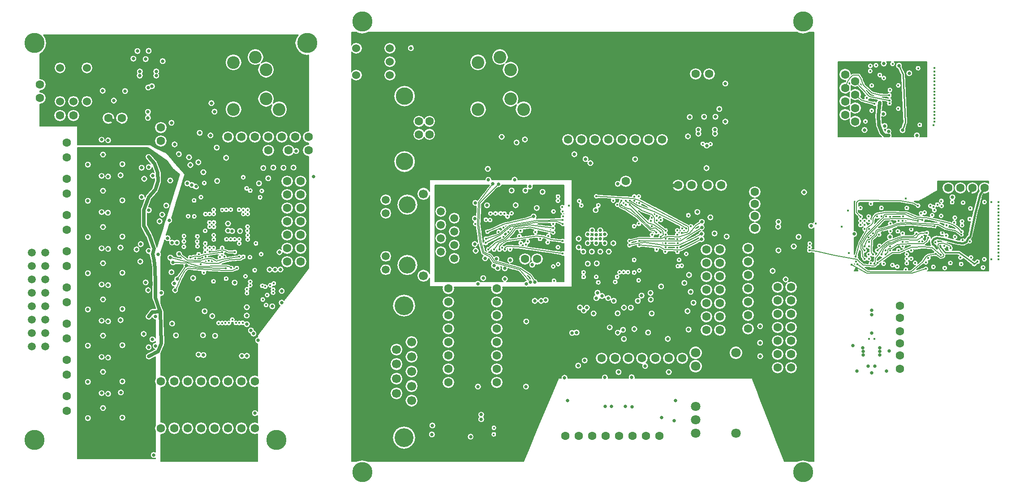
<source format=gbr>
G04 (created by PCBNEW-RS274X (2010-03-14)-final) date Thu 07 Oct 2010 02:34:07 PM EDT*
G01*
G70*
G90*
%MOIN*%
G04 Gerber Fmt 3.4, Leading zero omitted, Abs format*
%FSLAX34Y34*%
G04 APERTURE LIST*
%ADD10C,0.001000*%
%ADD11C,0.063000*%
%ADD12C,0.140000*%
%ADD13C,0.066900*%
%ADD14C,0.070900*%
%ADD15C,0.129900*%
%ADD16C,0.060000*%
%ADD17C,0.126000*%
%ADD18C,0.059100*%
%ADD19C,0.094500*%
%ADD20C,0.150000*%
%ADD21C,0.025000*%
%ADD22C,0.016000*%
%ADD23C,0.005000*%
%ADD24C,0.010000*%
%ADD25C,0.025000*%
%ADD26C,0.015000*%
%ADD27C,0.008000*%
G04 APERTURE END LIST*
G54D10*
G54D11*
X09400Y26500D03*
X08400Y26500D03*
X09300Y18200D03*
X10300Y18200D03*
X-20400Y21800D03*
X-21400Y21800D03*
X-22400Y21800D03*
X-23400Y21800D03*
X-24400Y21800D03*
X-25400Y21800D03*
X-26400Y21800D03*
X14500Y10600D03*
X15500Y10600D03*
X14500Y09600D03*
X15500Y09600D03*
X14500Y08600D03*
X15500Y08600D03*
X14500Y07600D03*
X15500Y07600D03*
X14500Y06600D03*
X15500Y06600D03*
X14500Y05600D03*
X15500Y05600D03*
X14500Y04600D03*
X15500Y04600D03*
X05700Y-00500D03*
X04700Y-00500D03*
X02700Y-00500D03*
X01700Y-00500D03*
X00700Y-00500D03*
X-00300Y-00500D03*
X-01300Y-00500D03*
X03700Y-00500D03*
X-01100Y21600D03*
X-00100Y21600D03*
X01900Y21600D03*
X02900Y21600D03*
X03900Y21600D03*
X04900Y21600D03*
X05900Y21600D03*
X00900Y21600D03*
G54D12*
X-13300Y09219D03*
G54D13*
X-12741Y06493D03*
X-12741Y05402D03*
X-12741Y04312D03*
X-12741Y03221D03*
X-12741Y02130D03*
X-13859Y05947D03*
X-13859Y04857D03*
X-13859Y03766D03*
X-13859Y02676D03*
G54D12*
X-13300Y-00620D03*
G54D14*
X08400Y05700D03*
X08400Y04700D03*
X08400Y01700D03*
X08400Y00700D03*
X08400Y-00300D03*
X11400Y-00300D03*
X11400Y05700D03*
G54D15*
X-13260Y24841D03*
X-13260Y19959D03*
G54D11*
X-12193Y22963D03*
X-11406Y22963D03*
X-11406Y21979D03*
X-12193Y21979D03*
G54D16*
X-14350Y26400D03*
X-14350Y27400D03*
X-14350Y28400D03*
X-16850Y28400D03*
X-16850Y26400D03*
G54D17*
X-13051Y16749D03*
X-13051Y12249D03*
G54D13*
X-11850Y17552D03*
X-11850Y11448D03*
G54D18*
X-14649Y17109D03*
X-14649Y11889D03*
X-14649Y16109D03*
X-14649Y12889D03*
X-10551Y16249D03*
X-09551Y15749D03*
X-10551Y15249D03*
X-09551Y14749D03*
X-10551Y14249D03*
X-09551Y13749D03*
X-10551Y13249D03*
X-09551Y12749D03*
G54D11*
X23600Y08300D03*
X28100Y18000D03*
X23600Y09200D03*
X29000Y18000D03*
X27200Y18000D03*
X29900Y18000D03*
X23600Y06400D03*
X23600Y07300D03*
X12800Y15000D03*
X12800Y15900D03*
X12800Y16800D03*
X12800Y17700D03*
X-38401Y21370D03*
X-38401Y20270D03*
X-38401Y13270D03*
X-38401Y12170D03*
X-38401Y15970D03*
X-38401Y14870D03*
X-38401Y05170D03*
X-38401Y04070D03*
X-38401Y02470D03*
X-38401Y01370D03*
X-38401Y07870D03*
X-38401Y06770D03*
X-38401Y10570D03*
X-38401Y09470D03*
X-38401Y18670D03*
X-38401Y17570D03*
X-24401Y03570D03*
X-27401Y03570D03*
X-28401Y03570D03*
X-29401Y03570D03*
X-30401Y03570D03*
X-10000Y08500D03*
X03200Y18500D03*
X-03400Y12700D03*
X-04300Y12700D03*
X12300Y07500D03*
X12300Y08500D03*
X12300Y09500D03*
X12300Y10500D03*
X12300Y11500D03*
X12300Y12500D03*
X12300Y13500D03*
X23600Y05500D03*
X23600Y04500D03*
X-21000Y12500D03*
X-22000Y12500D03*
X-21000Y13500D03*
X-22000Y13500D03*
X-21000Y14500D03*
X-22000Y14500D03*
X-21000Y15500D03*
X-22000Y15500D03*
X-21000Y16500D03*
X-22000Y16500D03*
X-21000Y17500D03*
X-22000Y17500D03*
X-21000Y18500D03*
X-22000Y18500D03*
X-40400Y24700D03*
X-40400Y25700D03*
X-31400Y21500D03*
X-31400Y22500D03*
X-35300Y23200D03*
X-34300Y23200D03*
X-26401Y03570D03*
X-25401Y03570D03*
X-31401Y03570D03*
X-24401Y00070D03*
X-25401Y00070D03*
X-26401Y00070D03*
X-27401Y00070D03*
X-28401Y00070D03*
X-29401Y00070D03*
X-30401Y00070D03*
X-31401Y00070D03*
G54D16*
X-38900Y24450D03*
X-37900Y24450D03*
X-36900Y24450D03*
X-36900Y26950D03*
X-38900Y26950D03*
G54D11*
X01400Y05300D03*
X02400Y05300D03*
X03400Y05300D03*
X04400Y05300D03*
X05400Y05300D03*
X06400Y05300D03*
X07400Y05300D03*
X10200Y07400D03*
X09200Y07400D03*
X10200Y08400D03*
X09200Y08400D03*
X10200Y09400D03*
X09200Y09400D03*
X10200Y10400D03*
X09200Y10400D03*
X10200Y11400D03*
X09200Y11400D03*
X10200Y12400D03*
X09200Y12400D03*
X10200Y13400D03*
X09200Y13400D03*
X07100Y18200D03*
X08100Y18200D03*
X-06400Y08500D03*
X-06400Y09500D03*
X-06400Y10500D03*
X-06400Y07500D03*
X-06400Y06500D03*
X-06400Y05500D03*
X-06400Y04500D03*
X-06400Y03500D03*
X-10000Y10500D03*
X-10000Y09500D03*
X-10000Y07500D03*
X-10000Y06500D03*
X-10000Y05500D03*
X-10000Y04500D03*
X-10000Y03500D03*
G54D18*
X-41001Y13170D03*
X-40001Y13170D03*
X-41001Y12170D03*
X-40001Y12170D03*
X-41001Y11170D03*
X-40001Y11170D03*
X-41001Y10170D03*
X-40001Y10170D03*
X-41001Y09170D03*
X-40001Y09170D03*
X-41001Y08170D03*
X-40001Y08170D03*
X-41001Y07170D03*
X-40001Y07170D03*
X-41001Y06170D03*
X-40001Y06170D03*
G54D11*
X20275Y22950D03*
X19525Y23450D03*
X20275Y23950D03*
X19525Y24450D03*
X20275Y24950D03*
X19525Y25450D03*
X20275Y25950D03*
X19525Y26450D03*
G54D19*
X-24359Y27749D03*
X-23572Y26804D03*
X-23572Y24639D03*
X-22607Y23851D03*
X-25993Y23851D03*
X-25993Y27355D03*
X-06159Y27749D03*
X-05372Y26804D03*
X-05372Y24639D03*
X-04407Y23851D03*
X-07793Y23851D03*
X-07793Y27355D03*
G54D20*
X-20500Y28800D03*
X-40800Y28800D03*
X-40800Y-00800D03*
X-22800Y-00800D03*
X-16400Y30400D03*
X16400Y30400D03*
X16400Y-03200D03*
X-16400Y-03200D03*
G54D11*
X-20400Y20800D03*
X-23400Y20800D03*
X-21900Y20800D03*
X-37900Y23400D03*
X-38900Y23400D03*
G54D21*
X22095Y05549D03*
X22095Y06072D03*
X-07165Y16094D03*
G54D22*
X23055Y27238D03*
X-07106Y14731D03*
G54D21*
X-03652Y15856D03*
G54D22*
X-01500Y16248D03*
X-05405Y13401D03*
X07085Y12162D03*
X04205Y11838D03*
X03828Y11685D03*
X07358Y12189D03*
X05152Y14500D03*
X03827Y12623D03*
X-07124Y14480D03*
X-05601Y15860D03*
G54D21*
X-04985Y16707D03*
G54D22*
X-06902Y15594D03*
X-06001Y13532D03*
X-08002Y15304D03*
G54D21*
X-07965Y13307D03*
X-08028Y15710D03*
G54D22*
X-04611Y13884D03*
X00057Y11695D03*
G54D21*
X04864Y07211D03*
X02312Y09578D03*
X08241Y09433D03*
X03897Y20136D03*
X02593Y08647D03*
X00571Y19842D03*
X01091Y10181D03*
X01429Y09938D03*
X01014Y09782D03*
G54D22*
X-04246Y13783D03*
X00063Y11366D03*
X-04716Y14401D03*
X-01517Y16563D03*
G54D21*
X-06316Y12018D03*
G54D22*
X01001Y11364D03*
X-06609Y00109D03*
X-01491Y15622D03*
X-07206Y14205D03*
X-01491Y14037D03*
X-06195Y13398D03*
X-02200Y14670D03*
X-06603Y13398D03*
X-02213Y14993D03*
X-07016Y13418D03*
X-01491Y15306D03*
X-07215Y13890D03*
X-05800Y13401D03*
X-01483Y13108D03*
X06157Y14820D03*
X03202Y17029D03*
X05151Y15133D03*
X02571Y16737D03*
G54D21*
X04379Y09960D03*
X01888Y09780D03*
G54D22*
X05797Y14675D03*
X02885Y16721D03*
X05481Y14669D03*
X02883Y17042D03*
X03361Y11715D03*
X02417Y10979D03*
X02561Y11358D03*
X03047Y11720D03*
X01156Y10948D03*
X-06624Y-00385D03*
X-04619Y14799D03*
X-01848Y13568D03*
G54D21*
X00083Y08849D03*
X-00347Y04752D03*
X00806Y08627D03*
X00151Y05130D03*
G54D22*
X02734Y11707D03*
G54D21*
X-32308Y20308D03*
X-32308Y17304D03*
X-32298Y08402D03*
X-31805Y09795D03*
X-32294Y05433D03*
G54D22*
X-25553Y12864D03*
G54D21*
X-30043Y13061D03*
G54D22*
X-26151Y12026D03*
G54D21*
X-30494Y12442D03*
G54D22*
X-29676Y14402D03*
G54D21*
X-21318Y20755D03*
X-28774Y18092D03*
G54D22*
X-24412Y11856D03*
X-26819Y13209D03*
X-29205Y12803D03*
X-23882Y17772D03*
X-26537Y11231D03*
X-25014Y17956D03*
X-25311Y07939D03*
X-23636Y10631D03*
X-25557Y07925D03*
X-23844Y10694D03*
X-27477Y11033D03*
X-27766Y13226D03*
X-25812Y07928D03*
X-25889Y13210D03*
X-24747Y17794D03*
X-24745Y10734D03*
X-26081Y08177D03*
X-27763Y13531D03*
X-28071Y12873D03*
X-26328Y07923D03*
X-28091Y13213D03*
X-26582Y07923D03*
X-28088Y13523D03*
X-26844Y07919D03*
X-28088Y13852D03*
X-27102Y07919D03*
X-28847Y12750D03*
G54D21*
X-30275Y06992D03*
G54D22*
X-26578Y12009D03*
G54D21*
X-30180Y11200D03*
X-29492Y12193D03*
X-30693Y12799D03*
G54D22*
X-25256Y12854D03*
X-24745Y10997D03*
X-25261Y18785D03*
X-29682Y13602D03*
G54D21*
X-29418Y18334D03*
G54D22*
X-25738Y12013D03*
G54D21*
X-30335Y10368D03*
G54D22*
X-29679Y14009D03*
G54D21*
X-29102Y18212D03*
X-35315Y21544D03*
X-35315Y18844D03*
X-35343Y16145D03*
X-35315Y13444D03*
X-35315Y10744D03*
X-35315Y08044D03*
X-35315Y05344D03*
X-35315Y02644D03*
X-32294Y19549D03*
X-32302Y06111D03*
X-30772Y15578D03*
X-37030Y20290D03*
X-37030Y17590D03*
X-37030Y14890D03*
X-37030Y12190D03*
X-37030Y09490D03*
X-37030Y06790D03*
X-37030Y04090D03*
X-37030Y01390D03*
X-32302Y07686D03*
X-32306Y18001D03*
X-30403Y19097D03*
G54D22*
X25715Y14265D03*
X22534Y13028D03*
X24824Y14585D03*
X21920Y13330D03*
G54D21*
X14558Y13336D03*
G54D22*
X16883Y13577D03*
X20447Y12304D03*
X26255Y13061D03*
X27361Y13489D03*
X21606Y13031D03*
X26157Y15127D03*
X17325Y15324D03*
X20969Y12704D03*
X25269Y15613D03*
X25532Y11966D03*
X21287Y12720D03*
X16893Y13843D03*
X19996Y12264D03*
X24949Y15529D03*
X20968Y13330D03*
X28182Y14720D03*
X20314Y12869D03*
X20985Y15237D03*
X26234Y13928D03*
X26651Y13010D03*
X21920Y12389D03*
X16868Y13328D03*
X24431Y12715D03*
X24118Y13034D03*
X24113Y12716D03*
X23043Y12241D03*
X24112Y12382D03*
X22241Y13027D03*
X25234Y14339D03*
X30947Y16676D03*
X30947Y14425D03*
X30947Y14179D03*
X30947Y13925D03*
X30947Y13679D03*
X30947Y13425D03*
X30947Y13170D03*
X30947Y12916D03*
X30947Y16430D03*
X30947Y16184D03*
X30947Y15930D03*
X30947Y15672D03*
X30947Y15425D03*
X30947Y15175D03*
X30947Y14941D03*
X30947Y14687D03*
X26591Y13687D03*
X27643Y15399D03*
X29378Y12494D03*
X29128Y12326D03*
X26651Y13580D03*
X26752Y14630D03*
X28219Y15491D03*
X28272Y14091D03*
X25609Y14634D03*
X21691Y12352D03*
X28177Y14510D03*
X20973Y13645D03*
G54D21*
X02996Y07415D03*
X04650Y04720D03*
G54D22*
X26163Y26668D03*
X26168Y24430D03*
X26168Y24172D03*
X26168Y23926D03*
X26165Y23679D03*
X26168Y23430D03*
X26165Y23180D03*
X26168Y22934D03*
X26163Y26413D03*
X26156Y26172D03*
X26165Y25931D03*
X26165Y25679D03*
X26165Y25419D03*
X26165Y25178D03*
X26165Y24929D03*
X26165Y24682D03*
X26088Y22686D03*
X25077Y22696D03*
X24955Y26914D03*
X26171Y26936D03*
X22822Y24300D03*
X22862Y25299D03*
X21397Y27097D03*
X21820Y27140D03*
G54D21*
X24860Y21912D03*
X22752Y22203D03*
X22458Y22614D03*
X20970Y22315D03*
X24288Y26544D03*
X22399Y27257D03*
G54D22*
X21502Y25628D03*
X21506Y23755D03*
G54D21*
X22374Y23522D03*
G54D22*
X23475Y23903D03*
X23485Y25638D03*
X22403Y26186D03*
G54D21*
X01680Y01698D03*
X05876Y00860D03*
X-01119Y02137D03*
X03652Y01688D03*
X06917Y02148D03*
G54D22*
X21394Y26703D03*
X21036Y22951D03*
X23649Y26232D03*
X22820Y24028D03*
X22818Y25612D03*
X23643Y23380D03*
X23252Y22574D03*
X22789Y22565D03*
X20849Y26438D03*
X22088Y24349D03*
G54D21*
X22758Y21901D03*
X02120Y01693D03*
X06795Y00645D03*
X03178Y01711D03*
G54D22*
X22098Y26411D03*
X22820Y24513D03*
X21704Y24268D03*
X21126Y24698D03*
X22808Y24900D03*
X23450Y14761D03*
X-02201Y15306D03*
G54D21*
X-07550Y00742D03*
G54D22*
X29895Y16942D03*
X30418Y16931D03*
X30941Y16937D03*
X30935Y12684D03*
X30401Y12678D03*
X29884Y12673D03*
X28795Y15675D03*
X28795Y14019D03*
X28107Y12803D03*
X28896Y12803D03*
X27496Y16930D03*
X28301Y16897D03*
X27710Y14355D03*
X27071Y15200D03*
X27047Y14435D03*
X29790Y12056D03*
X28157Y12315D03*
X26934Y12016D03*
X25256Y13993D03*
X24114Y16494D03*
X25998Y15959D03*
X28845Y16464D03*
X22896Y14787D03*
X22886Y15336D03*
X19285Y15115D03*
X19721Y16293D03*
X20652Y16499D03*
X20673Y15535D03*
X20967Y15543D03*
X20669Y15228D03*
X21286Y15551D03*
X21600Y14599D03*
X22229Y15857D03*
X22557Y15870D03*
X23492Y15543D03*
X23810Y15541D03*
X23791Y13977D03*
X23812Y13653D03*
X23488Y13349D03*
X22856Y13639D03*
X22076Y13677D03*
X21290Y13643D03*
X26891Y13663D03*
X24038Y17208D03*
X26683Y17021D03*
X25178Y16099D03*
X24047Y11904D03*
X25717Y12773D03*
X19796Y13155D03*
G54D21*
X21500Y07185D03*
X21507Y08870D03*
X22105Y05796D03*
X20865Y05805D03*
X20851Y06062D03*
X20860Y05544D03*
X20405Y04334D03*
X22593Y04329D03*
X21504Y04213D03*
X20100Y06251D03*
X22791Y05855D03*
X21506Y08529D03*
X15700Y13632D03*
X14557Y15458D03*
X13204Y05445D03*
X13192Y06450D03*
G54D22*
X07054Y13867D03*
X07041Y13229D03*
X07026Y14500D03*
X06155Y13556D03*
X06175Y14193D03*
X07858Y15954D03*
X07705Y13068D03*
X-03521Y14701D03*
X-02610Y13942D03*
X-05896Y15049D03*
X-05541Y14712D03*
X-05913Y14340D03*
X-06256Y14718D03*
G54D21*
X-11221Y-00385D03*
X-11184Y00284D03*
X09210Y19472D03*
X09221Y21146D03*
X09877Y23299D03*
X09838Y22040D03*
X09829Y22330D03*
X08614Y22035D03*
X08614Y22330D03*
X07819Y21839D03*
X10617Y22938D03*
X-07124Y16697D03*
X-07809Y10845D03*
X-07800Y03178D03*
X-04217Y03188D03*
X-04197Y10839D03*
X-36822Y19727D03*
X-35807Y21589D03*
X-35699Y20487D03*
X-34257Y19761D03*
X-34257Y17061D03*
X-35699Y17787D03*
X-35807Y18889D03*
X-36822Y17027D03*
X-34257Y14361D03*
X-35699Y15087D03*
X-35807Y16189D03*
X-36822Y14327D03*
X-34257Y11661D03*
X-35699Y12387D03*
X-35807Y13489D03*
X-36822Y11627D03*
X-34257Y08961D03*
X-35699Y09687D03*
X-35807Y10789D03*
X-36822Y08927D03*
X-34257Y06261D03*
X-35699Y06987D03*
X-35807Y08089D03*
X-36822Y06227D03*
X-34257Y03561D03*
X-35699Y04287D03*
X-35807Y05389D03*
X-36822Y03527D03*
X-34257Y00861D03*
X-35699Y01587D03*
X-35807Y02689D03*
X-36822Y00827D03*
X-32927Y12507D03*
X-32885Y13804D03*
X-32348Y10374D03*
X-30612Y11717D03*
X-30397Y10863D03*
X-31493Y15506D03*
X-32287Y16329D03*
X-31603Y13025D03*
X-30204Y13911D03*
X-30697Y18551D03*
X-30987Y16686D03*
X-24688Y07367D03*
X-25004Y08476D03*
X-24996Y09097D03*
X-24996Y07830D03*
X-24504Y07124D03*
G54D22*
X-24987Y10148D03*
X-23484Y10003D03*
X-23252Y10740D03*
X-22993Y10867D03*
X-25096Y11409D03*
X-28923Y17065D03*
X-29367Y15879D03*
G54D21*
X-23411Y18715D03*
X-26543Y20237D03*
X-29300Y20282D03*
X-28603Y19905D03*
X-30379Y21236D03*
X-27243Y20994D03*
X-27702Y21909D03*
X-27402Y23678D03*
X-30603Y22853D03*
X-32354Y23221D03*
X-32354Y23664D03*
X-32345Y25488D03*
X-31746Y26364D03*
X-31746Y26679D03*
X-32956Y26675D03*
X-32964Y26364D03*
X-32303Y28212D03*
X-33142Y28200D03*
X-31254Y27452D03*
X-33447Y27627D03*
X-34894Y24505D03*
X-35719Y25237D03*
X-34052Y25220D03*
X-03417Y16497D03*
X-02988Y17692D03*
X-04271Y17797D03*
X-03570Y09575D03*
X-05806Y11999D03*
X-05078Y18605D03*
X-07023Y18591D03*
X-06031Y21803D03*
X-12784Y28419D03*
X02605Y07202D03*
X03065Y09071D03*
X00304Y09064D03*
X-00212Y09078D03*
X-01351Y03843D03*
X01651Y03857D03*
X06400Y04263D03*
X-00795Y07187D03*
X06328Y06737D03*
X-04203Y08035D03*
X09814Y14600D03*
X10610Y25776D03*
X10158Y23885D03*
X05053Y09662D03*
X07907Y11506D03*
X00371Y13881D03*
X00991Y13886D03*
X01630Y13886D03*
X01310Y14191D03*
X00681Y14205D03*
X00376Y14525D03*
X01005Y14505D03*
X01635Y14525D03*
X00691Y14835D03*
X01301Y14830D03*
X00961Y16341D03*
X02611Y18300D03*
G54D22*
X-28410Y17303D03*
X-27771Y16049D03*
X-28081Y16044D03*
X-27462Y16049D03*
X-26518Y16364D03*
X-26193Y16369D03*
X-25259Y16054D03*
X-24935Y16049D03*
X-24944Y15110D03*
X-24935Y14465D03*
X-24930Y14147D03*
X-25564Y13846D03*
X-25908Y14166D03*
X-26513Y14161D03*
X-27457Y14151D03*
X-27452Y15091D03*
X-24004Y17290D03*
G54D21*
X-26397Y15328D03*
X-26397Y14810D03*
X-26087Y14776D03*
X-25511Y14786D03*
G54D22*
X-28099Y14794D03*
X-24940Y16351D03*
X-24765Y12832D03*
G54D21*
X-25362Y05461D03*
X-28585Y05568D03*
X-31997Y18904D03*
X-32631Y18671D03*
X-32023Y06700D03*
X-32681Y07107D03*
X-04306Y21604D03*
G54D22*
X-00107Y16678D03*
X01157Y16692D03*
X04170Y17364D03*
X04158Y11105D03*
X-02138Y11074D03*
G54D21*
X-00619Y20503D03*
X16467Y17672D03*
X14122Y11808D03*
X16992Y15163D03*
X22853Y14350D03*
G54D22*
X22050Y14522D03*
G54D21*
X03646Y03885D03*
X00382Y12348D03*
X01044Y12362D03*
X-07063Y19411D03*
X-22402Y10309D03*
X-22405Y09438D03*
X-28143Y08797D03*
X07954Y23281D03*
X-02757Y09633D03*
X-24395Y01200D03*
X-31927Y-01922D03*
X20189Y14558D03*
G54D22*
X-28161Y18359D03*
X25865Y16657D03*
G54D21*
X-22897Y11894D03*
X-23308Y11908D03*
G54D22*
X-23807Y09669D03*
G54D21*
X-08348Y-00550D03*
X-27356Y06964D03*
X-28252Y07019D03*
X-30549Y07877D03*
G54D22*
X28228Y15213D03*
X27686Y15775D03*
G54D21*
X-07266Y12751D03*
X-08044Y13809D03*
G54D22*
X-07212Y15620D03*
X-02178Y16242D03*
X-28200Y11687D03*
G54D21*
X-30895Y14252D03*
G54D22*
X-01842Y17345D03*
G54D21*
X-23105Y09167D03*
X-22272Y19495D03*
X-23773Y19486D03*
G54D22*
X26168Y16325D03*
X03503Y16723D03*
X05812Y14351D03*
X07031Y14827D03*
X02271Y17040D03*
X03829Y15136D03*
X07391Y14970D03*
X07384Y14641D03*
X01000Y17377D03*
X04179Y15323D03*
X08049Y15132D03*
X03513Y17052D03*
X07704Y14961D03*
X05061Y15553D03*
X03199Y16726D03*
X05511Y15902D03*
X04214Y16877D03*
X05505Y15586D03*
X03837Y17025D03*
X-06484Y16085D03*
X-05827Y16081D03*
X-06868Y16079D03*
X04189Y14046D03*
G54D21*
X08852Y15055D03*
G54D22*
X03483Y14043D03*
G54D21*
X08853Y15466D03*
G54D22*
X-03175Y14200D03*
X-02553Y14414D03*
X05814Y15603D03*
X03834Y17355D03*
X-01835Y12310D03*
X04193Y13727D03*
G54D21*
X08847Y14173D03*
G54D22*
X03479Y13727D03*
G54D21*
X08844Y14570D03*
X03838Y07474D03*
X04096Y09566D03*
X02018Y07589D03*
X05128Y08626D03*
X-03938Y18091D03*
X-05287Y17800D03*
X08026Y10255D03*
X05822Y10650D03*
G54D22*
X09506Y21266D03*
X08934Y21280D03*
G54D21*
X09027Y23293D03*
G54D22*
X-06113Y16085D03*
X-05299Y16105D03*
X-02196Y12142D03*
X25532Y12443D03*
X21285Y13029D03*
G54D21*
X10708Y14368D03*
G54D22*
X21442Y12358D03*
X21444Y16819D03*
X22388Y12341D03*
X24949Y16675D03*
X20663Y15854D03*
X25437Y16160D03*
X26091Y16566D03*
X26699Y16648D03*
X26394Y16746D03*
X26666Y15902D03*
X21305Y06728D03*
X21707Y06732D03*
G54D21*
X21247Y04694D03*
X21751Y04704D03*
X23797Y22291D03*
X23527Y27112D03*
G54D22*
X-27838Y12558D03*
X-27464Y13527D03*
G54D21*
X-32302Y13294D03*
G54D22*
X-23047Y10417D03*
G54D21*
X-32056Y25577D03*
X-32518Y27600D03*
G54D22*
X-24983Y10437D03*
X-23565Y09262D03*
X-23047Y10188D03*
G54D21*
X-27573Y08441D03*
G54D22*
X-28908Y15876D03*
G54D21*
X-32516Y10953D03*
X-33206Y13406D03*
G54D22*
X-26831Y13522D03*
X-28680Y14380D03*
X-26674Y12856D03*
X-28687Y13990D03*
X-26993Y12848D03*
X-28670Y13634D03*
G54D21*
X-03562Y10958D03*
X-06270Y18284D03*
X-03896Y10963D03*
X-06682Y18298D03*
X-34389Y18940D03*
X-32818Y19496D03*
X-34398Y13546D03*
X-32825Y17310D03*
X-34378Y02743D03*
X-31789Y06220D03*
X-31787Y08409D03*
X-34393Y08138D03*
G54D22*
X23521Y13635D03*
X23467Y15071D03*
X23032Y15527D03*
X21760Y15524D03*
X21673Y14048D03*
X21756Y13682D03*
X22312Y13953D03*
X22318Y14690D03*
X22053Y15056D03*
G54D21*
X-07986Y16884D03*
X-00272Y14870D03*
X00052Y15469D03*
X00681Y15488D03*
X01305Y15483D03*
X01940Y15498D03*
X02269Y14810D03*
G54D22*
X-26991Y14180D03*
X-27128Y14628D03*
X-26973Y16015D03*
X-25732Y16004D03*
X-25280Y15572D03*
X-25256Y14148D03*
G54D21*
X-07549Y01089D03*
X-28636Y09715D03*
G54D22*
X27354Y12397D03*
X21292Y13961D03*
X21282Y14297D03*
X21296Y14926D03*
X20981Y14928D03*
X21282Y15864D03*
X21904Y15861D03*
X22870Y15852D03*
X23820Y15864D03*
X23807Y14597D03*
X24442Y13339D03*
X24731Y12408D03*
X22864Y13327D03*
X22533Y13349D03*
X20326Y12510D03*
X23402Y12130D03*
X26094Y12106D03*
X22229Y16500D03*
X24442Y14901D03*
G54D21*
X16055Y14350D03*
X14543Y15103D03*
X15098Y11173D03*
X13198Y07687D03*
G54D22*
X05145Y15766D03*
X07046Y14185D03*
X07033Y13555D03*
X06154Y14509D03*
X06159Y13871D03*
X06151Y13241D03*
X05494Y13393D03*
X-04100Y13994D03*
G54D21*
X03580Y09064D03*
X-31373Y10160D03*
X-28989Y11271D03*
G54D22*
X-28580Y13045D03*
X-28439Y12295D03*
X-23932Y13051D03*
G54D21*
X-24089Y18328D03*
X-29198Y19706D03*
X-30053Y20515D03*
X-28511Y22093D03*
X-27630Y24316D03*
X-27208Y18520D03*
X-03099Y09575D03*
X-05799Y11209D03*
X07792Y08805D03*
X03057Y06725D03*
X-07409Y11270D03*
X-00452Y07214D03*
X02662Y04263D03*
X09498Y15797D03*
X07554Y10919D03*
X05049Y10158D03*
X00047Y13250D03*
X00681Y13245D03*
X01306Y13250D03*
X01935Y13254D03*
X02284Y13874D03*
X-00309Y14207D03*
X-00311Y13565D03*
G54D22*
X07172Y12632D03*
G54D21*
X08520Y16201D03*
G54D22*
X-27776Y15105D03*
X-27462Y14476D03*
X-27781Y15415D03*
X-24954Y14795D03*
X-25564Y14161D03*
X-26198Y14161D03*
X-24320Y13856D03*
X-27450Y15421D03*
X-26827Y16350D03*
X-25571Y16367D03*
X-25256Y16352D03*
X-27464Y16362D03*
G54D21*
X-25903Y10930D03*
X-22565Y13204D03*
X-24159Y06626D03*
X-24989Y05471D03*
X-28225Y05527D03*
X-30555Y13922D03*
X-31295Y16003D03*
X27510Y17296D03*
X-06608Y12205D03*
X-06415Y12699D03*
X-05391Y12619D03*
X-04916Y21387D03*
G54D22*
X-01475Y15866D03*
X-01844Y17039D03*
X-01045Y16668D03*
X-00261Y17021D03*
G54D21*
X00208Y20148D03*
X07879Y07433D03*
X-03756Y12260D03*
X-28229Y19159D03*
X-22499Y11918D03*
X-20032Y18838D03*
X-21517Y19515D03*
X-23027Y19510D03*
G54D22*
X26205Y13689D03*
X26320Y13514D03*
G54D23*
X-07106Y14731D02*
X-05831Y15292D01*
X-05831Y15292D02*
X-04141Y15691D01*
X-04141Y15691D02*
X-03652Y15856D01*
G54D24*
X-07124Y14480D02*
X-07307Y14617D01*
X-07307Y14617D02*
X-07475Y15961D01*
X-07475Y15961D02*
X-07148Y16105D01*
G54D23*
X-07206Y14205D02*
X-06227Y14536D01*
X-06227Y14536D02*
X-05445Y15202D01*
X-05445Y15202D02*
X-03395Y15577D01*
X-03395Y15577D02*
X-01491Y15622D01*
X-05960Y13882D02*
X-06195Y13644D01*
X-05620Y14080D02*
X-03448Y14403D01*
X-03448Y14403D02*
X-02875Y14350D01*
X-02903Y14353D02*
X-02330Y14133D01*
X-02330Y14133D02*
X-01491Y14037D01*
X-05960Y13882D02*
X-05620Y14080D01*
X-06195Y13644D02*
X-06195Y13398D01*
X-06603Y13398D02*
X-06246Y13899D01*
X-05757Y14117D02*
X-05285Y14586D01*
X-05285Y14586D02*
X-05010Y14968D01*
X-05010Y14968D02*
X-03892Y15081D01*
X-03892Y15081D02*
X-02200Y14670D01*
X-06246Y13899D02*
X-05757Y14117D01*
X-02213Y14993D02*
X-03958Y15251D01*
X-03958Y15251D02*
X-05090Y15056D01*
X-05090Y15056D02*
X-05384Y14629D01*
X-05384Y14629D02*
X-05801Y14231D01*
X-05801Y14231D02*
X-05834Y14194D01*
X-05834Y14194D02*
X-06483Y13907D01*
X-06483Y13907D02*
X-07016Y13418D01*
X-07215Y13890D02*
X-06155Y14461D01*
X-06155Y14461D02*
X-05397Y15107D01*
X-05397Y15107D02*
X-03222Y15480D01*
X-03222Y15480D02*
X-01926Y15510D01*
X-01926Y15510D02*
X-01491Y15306D01*
X-01483Y13108D02*
X-04844Y13592D01*
X-04844Y13592D02*
X-05663Y13628D01*
X-05663Y13628D02*
X-05801Y13507D01*
X-05801Y13507D02*
X-05800Y13401D01*
X06157Y14820D02*
X05341Y15450D01*
X05341Y15450D02*
X05344Y15749D01*
X05344Y15749D02*
X05173Y16013D01*
X04413Y16290D02*
X03718Y16781D01*
X03718Y16781D02*
X03606Y16865D01*
X03606Y16865D02*
X03489Y16886D01*
X03489Y16886D02*
X03319Y16900D01*
X03319Y16900D02*
X03202Y17029D01*
X05173Y16013D02*
X04413Y16290D01*
X05797Y14675D02*
X05447Y14992D01*
X05447Y14992D02*
X05068Y14973D01*
X05068Y14973D02*
X03581Y16404D01*
X03581Y16404D02*
X03191Y16502D01*
X03191Y16502D02*
X02885Y16721D01*
X02883Y17042D02*
X02723Y16818D01*
X02723Y16818D02*
X02732Y16668D01*
X02732Y16668D02*
X02788Y16587D01*
X02788Y16587D02*
X03188Y16391D01*
X03188Y16391D02*
X04030Y15832D01*
X04030Y15832D02*
X05028Y14871D01*
X05028Y14871D02*
X05340Y14815D01*
X05340Y14815D02*
X05481Y14669D01*
G54D25*
X-32294Y05433D02*
X-31605Y05816D01*
X-31605Y05816D02*
X-31354Y06418D01*
X-32308Y20308D02*
X-31864Y19790D01*
X-31864Y19790D02*
X-31627Y19142D01*
X-31627Y19142D02*
X-31606Y18501D01*
X-31606Y18501D02*
X-31801Y17880D01*
X-31801Y17880D02*
X-32308Y17304D01*
X-32308Y17304D02*
X-32652Y16354D01*
X-32652Y16354D02*
X-32652Y15162D01*
X-32652Y15162D02*
X-32240Y14395D01*
X-32240Y14395D02*
X-31913Y13475D01*
X-31913Y13475D02*
X-32003Y13063D01*
X-32003Y13063D02*
X-31892Y12589D01*
X-31892Y12589D02*
X-31815Y11997D01*
X-31815Y11997D02*
X-31794Y10874D01*
X-31794Y10874D02*
X-31805Y09795D01*
X-31805Y09795D02*
X-31553Y09095D01*
X-31422Y08756D02*
X-31354Y06418D01*
X-31553Y09095D02*
X-31422Y08756D01*
X-32298Y08402D02*
X-32030Y08745D01*
X-32030Y08745D02*
X-31422Y08756D01*
G54D23*
X-25553Y12864D02*
X-26806Y12663D01*
X-28031Y12709D02*
X-28492Y12560D01*
X-28492Y12560D02*
X-29423Y12605D01*
X-30043Y13061D02*
X-29423Y12605D01*
X-27271Y12534D02*
X-27574Y12702D01*
X-27801Y12724D02*
X-28031Y12709D01*
X-26806Y12663D02*
X-27271Y12534D01*
X-27574Y12702D02*
X-27801Y12724D01*
X-26151Y12026D02*
X-26343Y12138D01*
X-26563Y12175D02*
X-26937Y12159D01*
X-26937Y12159D02*
X-28516Y12137D01*
X-28516Y12137D02*
X-29440Y12391D01*
X-30494Y12442D02*
X-29440Y12391D01*
X-26343Y12138D02*
X-26563Y12175D01*
X-26819Y13209D02*
X-27898Y13046D01*
X-27898Y13046D02*
X-28177Y13020D01*
X-28177Y13020D02*
X-28548Y12871D01*
X-28548Y12871D02*
X-28750Y12911D01*
X-28750Y12911D02*
X-28887Y12903D01*
X-29205Y12803D02*
X-29052Y12855D01*
X-29052Y12855D02*
X-28887Y12903D01*
X-27766Y13226D02*
X-27438Y13229D01*
X-27438Y13229D02*
X-26823Y13367D01*
X-26823Y13367D02*
X-26654Y13340D01*
X-26654Y13340D02*
X-26364Y13210D01*
X-26364Y13210D02*
X-25889Y13210D01*
X-29492Y12193D02*
X-30180Y11200D01*
X-28556Y12032D02*
X-26578Y12009D01*
X-29492Y12193D02*
X-28556Y12032D01*
X-30693Y12799D02*
X-29396Y12487D01*
X-28458Y12457D02*
X-28001Y12365D01*
X-28001Y12365D02*
X-27086Y12370D01*
X-27086Y12370D02*
X-26795Y12495D01*
X-26795Y12495D02*
X-26263Y12627D01*
X-26263Y12627D02*
X-25493Y12680D01*
X-25493Y12680D02*
X-25256Y12854D01*
X-29396Y12487D02*
X-28458Y12457D01*
X-25738Y12013D02*
X-26080Y11854D01*
X-26080Y11854D02*
X-26680Y11850D01*
X-28516Y11927D02*
X-29371Y12016D01*
X-29371Y12016D02*
X-29589Y11838D01*
X-29903Y11290D02*
X-30277Y10455D01*
X-30277Y10455D02*
X-30335Y10368D01*
X-26680Y11850D02*
X-28516Y11927D01*
X-29589Y11838D02*
X-29903Y11290D01*
G54D25*
X-37030Y01390D02*
X-37251Y03574D01*
X-37251Y03574D02*
X-37030Y04090D01*
X-37030Y04090D02*
X-37226Y06343D01*
X-37226Y06343D02*
X-37030Y06790D01*
X-37030Y06790D02*
X-37080Y07339D01*
X-37234Y09036D02*
X-37030Y09490D01*
X-37030Y09490D02*
X-37293Y11772D01*
X-37293Y11772D02*
X-37030Y12190D01*
X-37030Y12190D02*
X-37268Y14624D01*
X-37268Y14624D02*
X-37030Y14890D01*
X-37030Y14890D02*
X-37285Y17234D01*
X-37285Y17234D02*
X-37030Y17590D01*
X-37030Y17590D02*
X-37268Y19936D01*
X-37268Y19936D02*
X-37030Y20290D01*
X-37030Y17590D02*
X-35603Y17285D01*
X-35603Y17285D02*
X-33888Y17653D01*
X-33888Y17653D02*
X-32306Y18001D01*
X-32302Y07686D02*
X-37080Y07339D01*
X-37080Y07339D02*
X-37234Y09036D01*
X-37030Y20290D02*
X-35966Y20838D01*
X-35966Y20838D02*
X-34087Y20896D01*
X-34087Y20896D02*
X-32335Y20879D01*
X-32335Y20879D02*
X-30999Y19929D01*
X-30999Y19929D02*
X-30403Y19097D01*
G54D23*
X22534Y13028D02*
X22708Y13203D01*
X22704Y13392D02*
X22708Y13203D01*
X22798Y13481D02*
X22704Y13392D01*
X22798Y13481D02*
X22953Y13484D01*
X22953Y13484D02*
X23396Y13786D01*
X23396Y13786D02*
X23807Y13809D01*
X23807Y13809D02*
X24424Y13846D01*
X24424Y13846D02*
X25353Y13836D01*
X25353Y13836D02*
X25617Y14035D01*
X25617Y14035D02*
X25715Y14265D01*
X22271Y13631D02*
X22531Y13874D01*
X22531Y13874D02*
X22731Y14008D01*
X22731Y14008D02*
X22955Y14066D01*
X22955Y14066D02*
X23551Y14305D01*
X23551Y14305D02*
X23821Y14366D01*
X23821Y14366D02*
X24602Y14361D01*
X24602Y14361D02*
X24824Y14585D01*
X21920Y13330D02*
X22271Y13631D01*
X20447Y12304D02*
X21178Y11777D01*
X21178Y11777D02*
X21555Y11750D01*
X24423Y11737D02*
X21555Y11750D01*
X24423Y11737D02*
X25286Y12466D01*
X25286Y12466D02*
X25562Y12870D01*
X25562Y12870D02*
X25737Y12987D01*
X25737Y12987D02*
X26255Y13061D01*
X25562Y12870D02*
X25598Y12873D01*
X26255Y13061D02*
X26635Y12820D01*
X26635Y12820D02*
X26843Y12874D01*
X26843Y12874D02*
X26870Y13015D01*
X26870Y13015D02*
X26678Y13240D01*
X26678Y13240D02*
X26440Y13617D01*
X26440Y13617D02*
X26426Y13741D01*
X26426Y13741D02*
X26510Y13845D01*
X26510Y13845D02*
X26799Y13865D01*
X26799Y13865D02*
X27021Y13791D01*
X27021Y13791D02*
X27363Y13650D01*
X27363Y13650D02*
X27361Y13489D01*
X26157Y15127D02*
X24255Y15298D01*
X24255Y15298D02*
X23424Y15224D01*
X23424Y15224D02*
X22940Y15023D01*
X22940Y15023D02*
X22379Y14868D01*
X22379Y14868D02*
X22136Y14807D01*
X21498Y14149D02*
X21455Y13279D01*
X21455Y13279D02*
X21506Y13127D01*
X21606Y13031D02*
X21506Y13127D01*
X21858Y14485D02*
X21498Y14149D01*
X22136Y14807D02*
X21912Y14739D01*
X21912Y14739D02*
X21858Y14485D01*
X20969Y12704D02*
X20819Y12867D01*
X20819Y12867D02*
X20814Y13307D01*
X20814Y13307D02*
X20716Y13448D01*
X20716Y13448D02*
X20714Y13876D01*
X20714Y13876D02*
X21095Y14504D01*
X21095Y14504D02*
X21510Y14908D01*
X21510Y14908D02*
X22191Y15629D01*
X22191Y15629D02*
X22379Y15761D01*
X22379Y15761D02*
X22407Y15917D01*
X22407Y15917D02*
X22449Y16004D01*
X22449Y16004D02*
X22583Y16053D01*
X22583Y16053D02*
X23148Y16027D01*
X23148Y16027D02*
X23952Y16026D01*
X23952Y16026D02*
X24618Y15728D01*
X24618Y15728D02*
X25007Y15685D01*
X25269Y15613D02*
X25007Y15685D01*
X19996Y12264D02*
X21139Y11654D01*
X21139Y11654D02*
X21559Y11645D01*
X21559Y11645D02*
X24498Y11634D01*
X24498Y11634D02*
X25532Y11966D01*
X20968Y13330D02*
X20819Y13476D01*
X20819Y13476D02*
X20816Y13807D01*
X20816Y13807D02*
X21174Y14420D01*
X21174Y14420D02*
X21501Y14728D01*
X21501Y14728D02*
X22428Y15671D01*
X22428Y15671D02*
X23252Y15700D01*
X23252Y15700D02*
X24062Y15695D01*
X24062Y15695D02*
X24949Y15529D01*
X20314Y12869D02*
X20618Y13912D01*
X20618Y13912D02*
X21045Y14663D01*
X21045Y14663D02*
X21129Y14829D01*
X21129Y14829D02*
X21150Y15018D01*
X21511Y15283D02*
X21150Y15018D01*
X21865Y16038D02*
X22565Y16166D01*
X22565Y16166D02*
X24087Y16126D01*
X24087Y16126D02*
X24871Y15811D01*
X24871Y15811D02*
X25583Y15762D01*
X25583Y15762D02*
X27243Y15365D01*
X27243Y15365D02*
X27492Y15280D01*
X21601Y15432D02*
X21610Y15735D01*
X21729Y15922D02*
X21865Y16038D01*
X21511Y15283D02*
X21601Y15432D01*
X21610Y15735D02*
X21729Y15922D01*
X27720Y15153D02*
X27945Y14986D01*
X27492Y15280D02*
X27720Y15153D01*
X27945Y14986D02*
X28182Y14720D01*
X21920Y12389D02*
X22649Y12918D01*
X22649Y12918D02*
X23024Y13187D01*
X23024Y13187D02*
X23568Y13176D01*
X23568Y13176D02*
X24075Y13395D01*
X24075Y13395D02*
X24492Y13579D01*
X24492Y13579D02*
X25352Y13602D01*
X25352Y13602D02*
X25997Y13538D01*
X26651Y13010D02*
X25997Y13538D01*
X21920Y12389D02*
X21796Y12225D01*
X21796Y12225D02*
X21670Y12171D01*
X21670Y12171D02*
X20871Y12234D01*
X20871Y12234D02*
X20499Y12559D01*
X20499Y12559D02*
X20416Y12670D01*
X20416Y12670D02*
X20174Y12699D01*
X20174Y12699D02*
X18703Y12956D01*
X18703Y12956D02*
X17405Y13256D01*
X17405Y13256D02*
X16868Y13328D01*
X22241Y13027D02*
X22412Y13472D01*
X23359Y13989D02*
X23737Y14139D01*
X23737Y14139D02*
X24909Y14111D01*
X24909Y14111D02*
X25234Y14339D01*
X22412Y13472D02*
X22591Y13644D01*
X22591Y13644D02*
X22805Y13798D01*
X22805Y13798D02*
X23014Y13802D01*
X23014Y13802D02*
X23359Y13989D01*
G54D24*
X26591Y13687D02*
X26651Y13580D01*
X26651Y13580D02*
X26953Y13173D01*
X28015Y13160D02*
X28594Y12736D01*
X28594Y12736D02*
X29128Y12326D01*
X29378Y12494D02*
X29128Y12326D01*
X26953Y13173D02*
X28015Y13160D01*
G54D23*
X21691Y12352D02*
X21762Y12506D01*
X21762Y12506D02*
X21775Y12724D01*
X21775Y12724D02*
X21969Y12962D01*
X22587Y13788D02*
X22776Y13916D01*
X22776Y13916D02*
X22974Y13913D01*
X23568Y14203D02*
X23807Y14260D01*
X23807Y14260D02*
X24789Y14260D01*
X24789Y14260D02*
X24982Y14513D01*
X24982Y14513D02*
X25038Y14569D01*
X25038Y14569D02*
X25192Y14610D01*
X25192Y14610D02*
X25609Y14634D01*
X22974Y13913D02*
X23568Y14203D01*
X21969Y12962D02*
X22053Y13124D01*
X22053Y13124D02*
X22241Y13365D01*
X22241Y13365D02*
X22346Y13563D01*
X22346Y13563D02*
X22587Y13788D01*
X20973Y13645D02*
X21142Y14068D01*
X21142Y14068D02*
X21222Y14128D01*
X21222Y14128D02*
X21350Y14135D01*
X21350Y14135D02*
X21464Y14273D01*
X21464Y14273D02*
X21751Y14522D01*
X21751Y14522D02*
X21830Y14844D01*
X22075Y14900D02*
X22927Y15130D01*
X22927Y15130D02*
X23428Y15339D01*
X23428Y15339D02*
X24137Y15408D01*
X24137Y15408D02*
X26437Y15275D01*
X26437Y15275D02*
X27065Y14949D01*
X27065Y14949D02*
X27751Y14817D01*
X27751Y14817D02*
X28177Y14510D01*
X21830Y14844D02*
X22075Y14900D01*
G54D24*
X22818Y25612D02*
X23119Y25525D01*
X23119Y25525D02*
X23129Y24213D01*
X23129Y24213D02*
X22820Y24028D01*
X23119Y25525D02*
X23649Y26232D01*
X22789Y22565D02*
X23252Y22574D01*
X22789Y22565D02*
X22820Y24028D01*
X23252Y22574D02*
X23643Y23380D01*
X22820Y24028D02*
X23643Y23380D01*
G54D25*
X22758Y21901D02*
X22473Y21903D01*
X22473Y21903D02*
X22274Y22114D01*
X22274Y22114D02*
X22046Y22662D01*
X22046Y22662D02*
X21989Y23409D01*
X21989Y23409D02*
X22088Y24349D01*
G54D23*
X20275Y25950D02*
X21319Y24796D01*
X21319Y24796D02*
X22820Y24513D01*
X20275Y24950D02*
X20727Y24533D01*
X20727Y24533D02*
X21704Y24268D01*
X20706Y26141D02*
X20878Y25670D01*
X20878Y25670D02*
X21518Y25063D01*
X21518Y25063D02*
X22181Y24913D01*
X22181Y24913D02*
X22808Y24900D01*
X20706Y26141D02*
X20532Y26408D01*
X20532Y26408D02*
X20108Y26397D01*
X20108Y26397D02*
X19863Y26168D01*
X19863Y26168D02*
X19690Y25897D01*
X19690Y25897D02*
X19525Y25450D01*
X05812Y14351D02*
X05992Y14512D01*
X05992Y14512D02*
X05945Y14824D01*
X05945Y14824D02*
X05227Y15272D01*
X05227Y15272D02*
X04870Y15383D01*
X04870Y15383D02*
X03503Y16723D01*
X07384Y14641D02*
X07772Y14680D01*
X07772Y14680D02*
X07884Y14845D01*
X07884Y14845D02*
X07864Y15101D01*
X07864Y15101D02*
X04089Y17121D01*
X04089Y17121D02*
X03733Y17212D01*
X03733Y17212D02*
X01000Y17377D01*
X07704Y14961D02*
X07154Y15296D01*
X07154Y15296D02*
X05371Y16200D01*
X05371Y16200D02*
X04021Y16699D01*
X04021Y16699D02*
X03732Y16909D01*
X03732Y16909D02*
X03513Y17052D01*
X04189Y14046D02*
X06259Y14035D01*
X06259Y14035D02*
X07260Y14027D01*
X07260Y14027D02*
X08096Y14584D01*
X08096Y14584D02*
X08852Y15055D01*
X03483Y14043D02*
X04216Y14229D01*
X04216Y14229D02*
X05845Y14194D01*
X05845Y14194D02*
X06044Y14290D01*
X06044Y14290D02*
X06125Y14348D01*
X06125Y14348D02*
X06441Y14371D01*
X06441Y14371D02*
X07159Y14338D01*
X07159Y14338D02*
X07947Y14612D01*
X07947Y14612D02*
X08439Y15216D01*
X08439Y15216D02*
X08853Y15466D01*
X04193Y13727D02*
X05736Y13599D01*
X05736Y13599D02*
X06053Y13391D01*
X06053Y13391D02*
X06214Y13401D01*
X06214Y13401D02*
X07279Y13388D01*
X07279Y13388D02*
X08847Y14173D01*
X03479Y13727D02*
X04164Y13880D01*
X04164Y13880D02*
X04611Y13925D01*
X04611Y13925D02*
X06142Y13712D01*
X06142Y13712D02*
X07102Y13711D01*
X07102Y13711D02*
X08313Y14276D01*
X08313Y14276D02*
X08844Y14570D01*
X20663Y15854D02*
X20371Y16156D01*
X20371Y16156D02*
X20374Y16906D01*
X20374Y16906D02*
X20546Y17057D01*
X20546Y17057D02*
X23639Y17040D01*
X23639Y17040D02*
X24560Y16886D01*
X24560Y16886D02*
X24949Y16675D01*
G54D24*
X23527Y27112D02*
X23830Y26467D01*
X23830Y26467D02*
X24000Y22887D01*
X24000Y22887D02*
X23797Y22291D01*
G54D23*
X-03562Y10958D02*
X-03876Y11472D01*
X-03876Y11472D02*
X-04675Y12009D01*
X-04675Y12009D02*
X-06563Y12532D01*
X-06563Y12532D02*
X-06844Y12968D01*
X-07357Y13214D02*
X-07565Y13965D01*
X-07565Y13965D02*
X-07734Y15280D01*
X-07734Y15280D02*
X-07660Y16859D01*
X-06270Y18284D02*
X-07660Y16859D01*
X-06844Y12968D02*
X-07357Y13214D01*
X-03896Y10963D02*
X-04685Y11893D01*
X-04685Y11893D02*
X-06634Y12448D01*
X-06634Y12448D02*
X-06925Y12884D01*
X-07441Y13134D02*
X-07681Y13965D01*
X-07681Y13965D02*
X-07837Y15297D01*
X-07837Y15297D02*
X-07762Y16901D01*
X-06682Y18298D02*
X-07762Y16901D01*
X-06925Y12884D02*
X-07441Y13134D01*
G54D26*
X23467Y15071D02*
X24509Y15111D01*
X24509Y15111D02*
X26351Y14897D01*
X26351Y14897D02*
X26965Y14818D01*
X27689Y14646D02*
X27969Y14410D01*
X27969Y14410D02*
X28073Y14312D01*
X28073Y14312D02*
X28166Y14300D01*
X28166Y14300D02*
X28353Y14323D01*
X28353Y14323D02*
X28605Y14534D01*
X28605Y14534D02*
X28547Y15777D01*
X28547Y15777D02*
X28561Y17153D01*
G54D25*
X-35300Y23200D02*
X-31766Y21073D01*
X-31766Y21073D02*
X-30389Y20446D01*
X-30389Y20446D02*
X-28400Y18116D01*
X-28400Y18116D02*
X-27535Y17503D01*
X-27535Y17503D02*
X-27117Y16597D01*
X-27117Y16597D02*
X-27110Y16193D01*
X-27110Y16193D02*
X-26973Y16015D01*
X07100Y18200D02*
X03046Y17835D01*
X03046Y17835D02*
X00868Y17754D01*
X00868Y17754D02*
X00495Y17367D01*
X00495Y17367D02*
X00451Y16107D01*
X00451Y16107D02*
X00474Y15836D01*
X00474Y15836D02*
X00681Y15488D01*
G54D26*
X26965Y14818D02*
X27689Y14646D01*
X29000Y18000D02*
X28561Y17153D01*
G54D24*
X26320Y13514D02*
X26205Y13689D01*
G54D26*
X26205Y13689D02*
X26043Y13813D01*
X26043Y13813D02*
X26012Y14016D01*
X26012Y14016D02*
X26113Y14185D01*
X26113Y14185D02*
X26328Y14266D01*
X26328Y14266D02*
X26758Y14208D01*
X26758Y14208D02*
X27891Y13918D01*
X27891Y13918D02*
X28309Y13860D01*
X28309Y13860D02*
X28524Y13970D01*
X28524Y13970D02*
X28683Y14231D01*
X28683Y14231D02*
X28820Y14377D01*
X28820Y14377D02*
X29204Y16119D01*
X29204Y16119D02*
X29566Y17513D01*
X26205Y13689D02*
X26320Y13514D01*
X29566Y17513D02*
X29900Y18000D01*
G54D10*
G36*
X-30760Y17947D02*
X-30600Y18318D01*
X-30203Y18346D01*
X-30760Y17947D01*
X-30760Y17947D01*
G37*
G54D27*
X-30760Y17947D02*
X-30600Y18318D01*
X-30203Y18346D01*
X-30760Y17947D01*
G54D10*
G36*
X-30760Y19168D02*
X-30760Y19633D01*
X-30000Y19000D01*
X-30760Y19168D01*
X-30760Y19168D01*
G37*
G54D27*
X-30760Y19168D02*
X-30760Y19633D01*
X-30000Y19000D01*
X-30760Y19168D01*
G54D10*
G36*
X-32280Y02074D02*
X-31800Y02807D01*
X-31800Y02074D01*
X-32280Y02074D01*
X-32280Y02074D01*
G37*
G54D27*
X-32280Y02074D02*
X-31800Y02807D01*
X-31800Y02074D01*
X-32280Y02074D01*
G54D10*
G36*
X-32174Y08182D02*
X-32148Y08205D01*
X-31966Y08230D01*
X-32174Y08182D01*
X-32174Y08182D01*
G37*
G54D27*
X-32174Y08182D02*
X-32148Y08205D01*
X-31966Y08230D01*
X-32174Y08182D01*
G54D10*
G36*
X-31884Y08176D02*
X-31800Y08138D01*
X-32201Y08169D01*
X-31884Y08176D01*
X-31884Y08176D01*
G37*
G54D27*
X-31884Y08176D02*
X-31800Y08138D01*
X-32201Y08169D01*
X-31884Y08176D01*
G54D10*
G36*
X-30754Y16589D02*
X-30748Y16590D01*
X-30749Y16586D01*
X-30754Y16589D01*
X-30754Y16589D01*
G37*
G54D27*
X-30754Y16589D02*
X-30748Y16590D01*
X-30749Y16586D01*
X-30754Y16589D01*
G54D10*
G36*
X-32094Y18671D02*
X-31997Y18651D01*
X-31887Y18451D01*
X-32094Y18671D01*
X-32094Y18671D01*
G37*
G54D27*
X-32094Y18671D02*
X-31997Y18651D01*
X-31887Y18451D01*
X-32094Y18671D01*
G54D10*
G36*
X-32280Y-00368D02*
X-31800Y-01596D01*
X-32280Y-01589D01*
X-32280Y-00368D01*
X-32280Y-00368D01*
G37*
G54D27*
X-32280Y-00368D02*
X-31800Y-01596D01*
X-32280Y-01589D01*
X-32280Y-00368D01*
G54D10*
G36*
X-32280Y-00368D02*
X-32280Y-01589D01*
X-33800Y-01589D01*
X-32280Y-00368D01*
X-32280Y-00368D01*
G37*
G54D27*
X-32280Y-00368D02*
X-32280Y-01589D01*
X-33800Y-01589D01*
X-32280Y-00368D01*
G54D10*
G36*
X-32280Y00853D02*
X-32280Y-00368D01*
X-33800Y-00368D01*
X-32280Y00853D01*
X-32280Y00853D01*
G37*
G54D27*
X-32280Y00853D02*
X-32280Y-00368D01*
X-33800Y-00368D01*
X-32280Y00853D01*
G54D10*
G36*
X-32280Y02074D02*
X-32280Y00853D01*
X-33800Y00853D01*
X-32280Y02074D01*
X-32280Y02074D01*
G37*
G54D27*
X-32280Y02074D02*
X-32280Y00853D01*
X-33800Y00853D01*
X-32280Y02074D01*
G54D10*
G36*
X-32280Y03295D02*
X-32280Y02074D01*
X-33800Y02074D01*
X-32280Y03295D01*
X-32280Y03295D01*
G37*
G54D27*
X-32280Y03295D02*
X-32280Y02074D01*
X-33800Y02074D01*
X-32280Y03295D01*
G54D10*
G36*
X-32280Y09400D02*
X-32229Y08900D01*
X-32265Y08854D01*
X-32280Y09400D01*
X-32280Y09400D01*
G37*
G54D27*
X-32280Y09400D02*
X-32229Y08900D01*
X-32265Y08854D01*
X-32280Y09400D01*
G54D10*
G36*
X-32205Y05878D02*
X-32201Y05773D01*
X-32302Y05858D01*
X-32205Y05878D01*
X-32205Y05878D01*
G37*
G54D27*
X-32205Y05878D02*
X-32201Y05773D01*
X-32302Y05858D01*
X-32205Y05878D01*
G54D10*
G36*
X-33800Y09400D02*
X-32478Y08582D01*
X-32497Y08557D01*
X-33800Y09400D01*
X-33800Y09400D01*
G37*
G54D27*
X-33800Y09400D02*
X-32478Y08582D01*
X-32497Y08557D01*
X-33800Y09400D01*
G54D10*
G36*
X-32280Y15505D02*
X-32399Y15465D01*
X-32384Y16096D01*
X-32280Y15505D01*
X-32280Y15505D01*
G37*
G54D27*
X-32280Y15505D02*
X-32399Y15465D01*
X-32384Y16096D01*
X-32280Y15505D01*
G54D10*
G36*
X-33800Y14284D02*
X-32885Y15065D01*
X-32874Y15043D01*
X-33800Y14284D01*
X-33800Y14284D01*
G37*
G54D27*
X-33800Y14284D02*
X-32885Y15065D01*
X-32874Y15043D01*
X-33800Y14284D01*
G54D10*
G36*
X-32280Y17947D02*
X-32130Y17888D01*
X-32298Y17698D01*
X-32280Y17947D01*
X-32280Y17947D01*
G37*
G54D27*
X-32280Y17947D02*
X-32130Y17888D01*
X-32298Y17698D01*
X-32280Y17947D01*
G54D10*
G36*
X-32129Y20487D02*
X-31955Y20629D01*
X-32116Y20472D01*
X-32129Y20487D01*
X-32129Y20487D01*
G37*
G54D27*
X-32129Y20487D02*
X-31955Y20629D01*
X-32116Y20472D01*
X-32129Y20487D01*
G54D10*
G36*
X-34490Y00764D02*
X-34436Y00682D01*
X-35320Y00853D01*
X-34490Y00764D01*
X-34490Y00764D01*
G37*
G54D27*
X-34490Y00764D02*
X-34436Y00682D01*
X-35320Y00853D01*
X-34490Y00764D01*
G54D10*
G36*
X-32179Y-01922D02*
X-33800Y-02200D01*
X-32280Y-01589D01*
X-32179Y-01922D01*
X-32179Y-01922D01*
G37*
G54D27*
X-32179Y-01922D02*
X-33800Y-02200D01*
X-32280Y-01589D01*
X-32179Y-01922D01*
G54D10*
G36*
X-33800Y-01589D02*
X-33800Y-00368D01*
X-32280Y-00368D01*
X-33800Y-01589D01*
X-33800Y-01589D01*
G37*
G54D27*
X-33800Y-01589D02*
X-33800Y-00368D01*
X-32280Y-00368D01*
X-33800Y-01589D01*
G54D10*
G36*
X-33800Y-00368D02*
X-33800Y00853D01*
X-32280Y00853D01*
X-33800Y-00368D01*
X-33800Y-00368D01*
G37*
G54D27*
X-33800Y-00368D02*
X-33800Y00853D01*
X-32280Y00853D01*
X-33800Y-00368D01*
G54D10*
G36*
X-33800Y00853D02*
X-33800Y02074D01*
X-32280Y02074D01*
X-33800Y00853D01*
X-33800Y00853D01*
G37*
G54D27*
X-33800Y00853D02*
X-33800Y02074D01*
X-32280Y02074D01*
X-33800Y00853D01*
G54D10*
G36*
X-33800Y-00368D02*
X-33800Y-01589D01*
X-35320Y-01589D01*
X-33800Y-00368D01*
X-33800Y-00368D01*
G37*
G54D27*
X-33800Y-00368D02*
X-33800Y-01589D01*
X-35320Y-01589D01*
X-33800Y-00368D01*
G54D10*
G36*
X-33800Y02074D02*
X-33800Y03295D01*
X-32280Y03295D01*
X-33800Y02074D01*
X-33800Y02074D01*
G37*
G54D27*
X-33800Y02074D02*
X-33800Y03295D01*
X-32280Y03295D01*
X-33800Y02074D01*
G54D10*
G36*
X-35320Y02074D02*
X-35710Y02456D01*
X-35412Y02411D01*
X-35320Y02074D01*
X-35320Y02074D01*
G37*
G54D27*
X-35320Y02074D02*
X-35710Y02456D01*
X-35412Y02411D01*
X-35320Y02074D01*
G54D10*
G36*
X-35446Y04287D02*
X-35466Y04384D01*
X-35320Y04516D01*
X-35446Y04287D01*
X-35446Y04287D01*
G37*
G54D27*
X-35446Y04287D02*
X-35466Y04384D01*
X-35320Y04516D01*
X-35446Y04287D01*
G54D10*
G36*
X-32768Y10953D02*
X-33800Y10621D01*
X-32749Y11050D01*
X-32768Y10953D01*
X-32768Y10953D01*
G37*
G54D27*
X-32768Y10953D02*
X-33800Y10621D01*
X-32749Y11050D01*
X-32768Y10953D01*
G54D10*
G36*
X-32280Y17947D02*
X-32016Y18038D01*
X-32072Y17955D01*
X-32280Y17947D01*
X-32280Y17947D01*
G37*
G54D27*
X-32280Y17947D02*
X-32016Y18038D01*
X-32072Y17955D01*
X-32280Y17947D01*
G54D10*
G36*
X-32197Y19316D02*
X-32094Y19137D01*
X-32280Y19168D01*
X-32197Y19316D01*
X-32197Y19316D01*
G37*
G54D27*
X-32197Y19316D02*
X-32094Y19137D01*
X-32280Y19168D01*
X-32197Y19316D01*
G54D10*
G36*
X-35446Y12387D02*
X-35466Y12484D01*
X-34495Y13313D01*
X-35446Y12387D01*
X-35446Y12387D01*
G37*
G54D27*
X-35446Y12387D02*
X-35466Y12484D01*
X-34495Y13313D01*
X-35446Y12387D01*
G54D10*
G36*
X-35320Y13063D02*
X-35412Y13211D01*
X-35315Y13191D01*
X-35320Y13063D01*
X-35320Y13063D01*
G37*
G54D27*
X-35320Y13063D02*
X-35412Y13211D01*
X-35315Y13191D01*
X-35320Y13063D01*
G54D10*
G36*
X-35110Y16048D02*
X-35090Y16145D01*
X-33800Y15505D01*
X-35110Y16048D01*
X-35110Y16048D01*
G37*
G54D27*
X-35110Y16048D02*
X-35090Y16145D01*
X-33800Y15505D01*
X-35110Y16048D01*
G54D10*
G36*
X-34078Y19582D02*
X-33800Y19168D01*
X-34160Y19528D01*
X-34078Y19582D01*
X-34078Y19582D01*
G37*
G54D27*
X-34078Y19582D02*
X-33800Y19168D01*
X-34160Y19528D01*
X-34078Y19582D01*
G54D10*
G36*
X-35320Y-00368D02*
X-35320Y-01589D01*
X-36840Y-01589D01*
X-35320Y-00368D01*
X-35320Y-00368D01*
G37*
G54D27*
X-35320Y-00368D02*
X-35320Y-01589D01*
X-36840Y-01589D01*
X-35320Y-00368D01*
G54D10*
G36*
X-35320Y-01589D02*
X-35320Y-00368D01*
X-33800Y-00368D01*
X-35320Y-01589D01*
X-35320Y-01589D01*
G37*
G54D27*
X-35320Y-01589D02*
X-35320Y-00368D01*
X-33800Y-00368D01*
X-35320Y-01589D01*
G54D10*
G36*
X-34004Y03561D02*
X-34024Y03658D01*
X-33800Y03295D01*
X-34004Y03561D01*
X-34004Y03561D01*
G37*
G54D27*
X-34004Y03561D02*
X-34024Y03658D01*
X-33800Y03295D01*
X-34004Y03561D01*
G54D10*
G36*
X-36840Y-01589D02*
X-36840Y-00368D01*
X-35320Y-00368D01*
X-36840Y-01589D01*
X-36840Y-01589D01*
G37*
G54D27*
X-36840Y-01589D02*
X-36840Y-00368D01*
X-35320Y-00368D01*
X-36840Y-01589D01*
G54D10*
G36*
X-34004Y06261D02*
X-34024Y06358D01*
X-32860Y06928D01*
X-34004Y06261D01*
X-34004Y06261D01*
G37*
G54D27*
X-34004Y06261D02*
X-34024Y06358D01*
X-32860Y06928D01*
X-34004Y06261D01*
G54D10*
G36*
X-35446Y06987D02*
X-35466Y07084D01*
X-35320Y06958D01*
X-35446Y06987D01*
X-35446Y06987D01*
G37*
G54D27*
X-35446Y06987D02*
X-35466Y07084D01*
X-35320Y06958D01*
X-35446Y06987D01*
G54D10*
G36*
X-35466Y06890D02*
X-35320Y06958D01*
X-35520Y06808D01*
X-35466Y06890D01*
X-35466Y06890D01*
G37*
G54D27*
X-35466Y06890D02*
X-35320Y06958D01*
X-35520Y06808D01*
X-35466Y06890D01*
G54D10*
G36*
X-35320Y11842D02*
X-35315Y10996D01*
X-35412Y10977D01*
X-35320Y11842D01*
X-35320Y11842D01*
G37*
G54D27*
X-35320Y11842D02*
X-35315Y10996D01*
X-35412Y10977D01*
X-35320Y11842D01*
G54D10*
G36*
X-34024Y17158D02*
X-33078Y17310D01*
X-34004Y17061D01*
X-34024Y17158D01*
X-34024Y17158D01*
G37*
G54D27*
X-34024Y17158D02*
X-33078Y17310D01*
X-34004Y17061D01*
X-34024Y17158D01*
G54D10*
G36*
X-35520Y14908D02*
X-35320Y14284D01*
X-35602Y14854D01*
X-35520Y14908D01*
X-35520Y14908D01*
G37*
G54D27*
X-35520Y14908D02*
X-35320Y14284D01*
X-35602Y14854D01*
X-35520Y14908D01*
G54D10*
G36*
X-35320Y14284D02*
X-35315Y13696D01*
X-35412Y13677D01*
X-35320Y14284D01*
X-35320Y14284D01*
G37*
G54D27*
X-35320Y14284D02*
X-35315Y13696D01*
X-35412Y13677D01*
X-35320Y14284D01*
G54D10*
G36*
X-35320Y20389D02*
X-35466Y20584D01*
X-35320Y21000D01*
X-35320Y20389D01*
X-35320Y20389D01*
G37*
G54D27*
X-35320Y20389D02*
X-35466Y20584D01*
X-35320Y21000D01*
X-35320Y20389D01*
G54D10*
G36*
X-35320Y-01589D02*
X-35320Y-02200D01*
X-36840Y-02200D01*
X-35320Y-01589D01*
X-35320Y-01589D01*
G37*
G54D27*
X-35320Y-01589D02*
X-35320Y-02200D01*
X-36840Y-02200D01*
X-35320Y-01589D01*
G54D10*
G36*
X-35320Y02074D02*
X-34354Y01094D01*
X-35446Y01587D01*
X-35320Y02074D01*
X-35320Y02074D01*
G37*
G54D27*
X-35320Y02074D02*
X-34354Y01094D01*
X-35446Y01587D01*
X-35320Y02074D01*
G54D10*
G36*
X-36840Y-01589D02*
X-35320Y-01589D01*
X-36840Y-02200D01*
X-36840Y-01589D01*
X-36840Y-01589D01*
G37*
G54D27*
X-36840Y-01589D02*
X-35320Y-01589D01*
X-36840Y-02200D01*
X-36840Y-01589D01*
G54D10*
G36*
X-35320Y05737D02*
X-35412Y05577D01*
X-35628Y05568D01*
X-35320Y05737D01*
X-35320Y05737D01*
G37*
G54D27*
X-35320Y05737D02*
X-35412Y05577D01*
X-35628Y05568D01*
X-35320Y05737D01*
G54D10*
G36*
X-35466Y09784D02*
X-35520Y09866D01*
X-35218Y10511D01*
X-35466Y09784D01*
X-35466Y09784D01*
G37*
G54D27*
X-35466Y09784D02*
X-35520Y09866D01*
X-35218Y10511D01*
X-35466Y09784D01*
G54D10*
G36*
X-36840Y04516D02*
X-37600Y04063D01*
X-37600Y04516D01*
X-36840Y04516D01*
X-36840Y04516D01*
G37*
G54D27*
X-36840Y04516D02*
X-37600Y04063D01*
X-37600Y04516D01*
X-36840Y04516D01*
G54D10*
G36*
X-35412Y10977D02*
X-35494Y10923D01*
X-35628Y10968D01*
X-35412Y10977D01*
X-35412Y10977D01*
G37*
G54D27*
X-35412Y10977D02*
X-35494Y10923D01*
X-35628Y10968D01*
X-35412Y10977D01*
G54D10*
G36*
X-36840Y06958D02*
X-35986Y07910D01*
X-35932Y07084D01*
X-36840Y06958D01*
X-36840Y06958D01*
G37*
G54D27*
X-36840Y06958D02*
X-35986Y07910D01*
X-35932Y07084D01*
X-36840Y06958D01*
G54D10*
G36*
X-37055Y06324D02*
X-37074Y06227D01*
X-37600Y06526D01*
X-37055Y06324D01*
X-37055Y06324D01*
G37*
G54D27*
X-37055Y06324D02*
X-37074Y06227D01*
X-37600Y06526D01*
X-37055Y06324D01*
G54D10*
G36*
X-35574Y13586D02*
X-35628Y13668D01*
X-35494Y13623D01*
X-35574Y13586D01*
X-35574Y13586D01*
G37*
G54D27*
X-35574Y13586D02*
X-35628Y13668D01*
X-35494Y13623D01*
X-35574Y13586D01*
G54D10*
G36*
X-37600Y09235D02*
X-37600Y09400D01*
X-37001Y09106D01*
X-37600Y09235D01*
X-37600Y09235D01*
G37*
G54D27*
X-37600Y09235D02*
X-37600Y09400D01*
X-37001Y09106D01*
X-37600Y09235D01*
G54D10*
G36*
X-35574Y16286D02*
X-35628Y16368D01*
X-35522Y16324D01*
X-35574Y16286D01*
X-35574Y16286D01*
G37*
G54D27*
X-35574Y16286D02*
X-35628Y16368D01*
X-35522Y16324D01*
X-35574Y16286D01*
G54D10*
G36*
X-35320Y19168D02*
X-35412Y19077D01*
X-35628Y19068D01*
X-35320Y19168D01*
X-35320Y19168D01*
G37*
G54D27*
X-35320Y19168D02*
X-35412Y19077D01*
X-35628Y19068D01*
X-35320Y19168D01*
G54D10*
G36*
X-36643Y19548D02*
X-36040Y18986D01*
X-36840Y19168D01*
X-36643Y19548D01*
X-36643Y19548D01*
G37*
G54D27*
X-36643Y19548D02*
X-36040Y18986D01*
X-36840Y19168D01*
X-36643Y19548D01*
G54D10*
G36*
X-37600Y14365D02*
X-37074Y14327D01*
X-37600Y14253D01*
X-37600Y14365D01*
X-37600Y14365D01*
G37*
G54D27*
X-37600Y14365D02*
X-37074Y14327D01*
X-37600Y14253D01*
X-37600Y14365D01*
G54D10*
G36*
X-36919Y17260D02*
X-37600Y17468D01*
X-36840Y17947D01*
X-36919Y17260D01*
X-36919Y17260D01*
G37*
G54D27*
X-36919Y17260D02*
X-37600Y17468D01*
X-36840Y17947D01*
X-36919Y17260D01*
G54D10*
G36*
X-37600Y05966D02*
X-37600Y06027D01*
X-37055Y06130D01*
X-37600Y05966D01*
X-37600Y05966D01*
G37*
G54D27*
X-37600Y05966D02*
X-37600Y06027D01*
X-37055Y06130D01*
X-37600Y05966D01*
G54D10*
G36*
X-37055Y14424D02*
X-37074Y14327D01*
X-37600Y14365D01*
X-37055Y14424D01*
X-37055Y14424D01*
G37*
G54D27*
X-37055Y14424D02*
X-37074Y14327D01*
X-37600Y14365D01*
X-37055Y14424D01*
G54D10*
G36*
X-33800Y20389D02*
X-34257Y20013D01*
X-33800Y21000D01*
X-33800Y20389D01*
X-33800Y20389D01*
G37*
G54D27*
X-33800Y20389D02*
X-34257Y20013D01*
X-33800Y21000D01*
X-33800Y20389D01*
G54D10*
G36*
X-32280Y03295D02*
X-32280Y04516D01*
X-31820Y03744D01*
X-32280Y03295D01*
X-32280Y03295D01*
G37*
G54D27*
X-32280Y03295D02*
X-32280Y04516D01*
X-31820Y03744D01*
X-32280Y03295D01*
G54D10*
G36*
X-31820Y03396D02*
X-32280Y03295D01*
X-31855Y03570D01*
X-31820Y03396D01*
X-31820Y03396D01*
G37*
G54D27*
X-31820Y03396D02*
X-32280Y03295D01*
X-31855Y03570D01*
X-31820Y03396D01*
G54D10*
G36*
X-31800Y04158D02*
X-32280Y04516D01*
X-31800Y04701D01*
X-31800Y04158D01*
X-31800Y04158D01*
G37*
G54D27*
X-31800Y04158D02*
X-32280Y04516D01*
X-31800Y04701D01*
X-31800Y04158D01*
G54D10*
G36*
X-31855Y03570D02*
X-32280Y03295D01*
X-31820Y03744D01*
X-31855Y03570D01*
X-31855Y03570D01*
G37*
G54D27*
X-31855Y03570D02*
X-32280Y03295D01*
X-31820Y03744D01*
X-31855Y03570D01*
G54D10*
G36*
X-32280Y04516D02*
X-31800Y03978D01*
X-31820Y03744D01*
X-32280Y04516D01*
X-32280Y04516D01*
G37*
G54D27*
X-32280Y04516D02*
X-31800Y03978D01*
X-31820Y03744D01*
X-32280Y04516D01*
G54D10*
G36*
X-32280Y-00368D02*
X-31800Y-00355D01*
X-31800Y-01596D01*
X-32280Y-00368D01*
X-32280Y-00368D01*
G37*
G54D27*
X-32280Y-00368D02*
X-31800Y-00355D01*
X-31800Y-01596D01*
X-32280Y-00368D01*
G54D10*
G36*
X-32280Y-00368D02*
X-32280Y00853D01*
X-31855Y00070D01*
X-32280Y-00368D01*
X-32280Y-00368D01*
G37*
G54D27*
X-32280Y-00368D02*
X-32280Y00853D01*
X-31855Y00070D01*
X-32280Y-00368D01*
G54D10*
G36*
X-31820Y-00104D02*
X-32280Y-00368D01*
X-31855Y00070D01*
X-31820Y-00104D01*
X-31820Y-00104D01*
G37*
G54D27*
X-31820Y-00104D02*
X-32280Y-00368D01*
X-31855Y00070D01*
X-31820Y-00104D01*
G54D10*
G36*
X-31855Y00070D02*
X-32280Y00853D01*
X-31820Y00244D01*
X-31855Y00070D01*
X-31855Y00070D01*
G37*
G54D27*
X-31855Y00070D02*
X-32280Y00853D01*
X-31820Y00244D01*
X-31855Y00070D01*
G54D10*
G36*
X-35320Y19168D02*
X-35218Y19077D01*
X-35315Y19096D01*
X-35320Y19168D01*
X-35320Y19168D01*
G37*
G54D27*
X-35320Y19168D02*
X-35218Y19077D01*
X-35315Y19096D01*
X-35320Y19168D01*
G54D10*
G36*
X-35320Y20389D02*
X-34509Y19761D01*
X-35320Y19168D01*
X-35320Y20389D01*
X-35320Y20389D01*
G37*
G54D27*
X-35320Y20389D02*
X-34509Y19761D01*
X-35320Y19168D01*
X-35320Y20389D01*
G54D10*
G36*
X-35082Y18747D02*
X-34568Y18761D01*
X-35136Y18665D01*
X-35082Y18747D01*
X-35082Y18747D01*
G37*
G54D27*
X-35082Y18747D02*
X-34568Y18761D01*
X-35136Y18665D01*
X-35082Y18747D01*
G54D10*
G36*
X-35136Y18665D02*
X-35320Y17947D01*
X-35218Y18611D01*
X-35136Y18665D01*
X-35136Y18665D01*
G37*
G54D27*
X-35136Y18665D02*
X-35320Y17947D01*
X-35218Y18611D01*
X-35136Y18665D01*
G54D10*
G36*
X-35218Y18611D02*
X-35320Y17947D01*
X-35315Y18591D01*
X-35218Y18611D01*
X-35218Y18611D01*
G37*
G54D27*
X-35218Y18611D02*
X-35320Y17947D01*
X-35315Y18591D01*
X-35218Y18611D01*
G54D10*
G36*
X-35520Y17966D02*
X-35602Y18020D01*
X-35320Y17947D01*
X-35520Y17966D01*
X-35520Y17966D01*
G37*
G54D27*
X-35520Y17966D02*
X-35602Y18020D01*
X-35320Y17947D01*
X-35520Y17966D01*
G54D10*
G36*
X-35315Y18591D02*
X-35320Y17947D01*
X-35602Y18020D01*
X-35315Y18591D01*
X-35315Y18591D01*
G37*
G54D27*
X-35315Y18591D02*
X-35320Y17947D01*
X-35602Y18020D01*
X-35315Y18591D01*
G54D10*
G36*
X-35574Y18792D02*
X-35548Y18747D01*
X-35628Y18710D01*
X-35574Y18792D01*
X-35574Y18792D01*
G37*
G54D27*
X-35574Y18792D02*
X-35548Y18747D01*
X-35628Y18710D01*
X-35574Y18792D01*
G54D10*
G36*
X-35320Y19168D02*
X-35315Y19096D01*
X-35412Y19077D01*
X-35320Y19168D01*
X-35320Y19168D01*
G37*
G54D27*
X-35320Y19168D02*
X-35315Y19096D01*
X-35412Y19077D01*
X-35320Y19168D01*
G54D10*
G36*
X-35494Y19023D02*
X-35628Y19068D01*
X-35412Y19077D01*
X-35494Y19023D01*
X-35494Y19023D01*
G37*
G54D27*
X-35494Y19023D02*
X-35628Y19068D01*
X-35412Y19077D01*
X-35494Y19023D01*
G54D10*
G36*
X-34509Y19761D02*
X-34490Y19664D01*
X-35320Y19168D01*
X-34509Y19761D01*
X-34509Y19761D01*
G37*
G54D27*
X-34509Y19761D02*
X-34490Y19664D01*
X-35320Y19168D01*
X-34509Y19761D01*
G54D10*
G36*
X-35568Y16255D02*
X-35574Y16286D01*
X-35522Y16324D01*
X-35568Y16255D01*
X-35568Y16255D01*
G37*
G54D27*
X-35568Y16255D02*
X-35574Y16286D01*
X-35522Y16324D01*
X-35568Y16255D01*
G54D10*
G36*
X-33800Y17947D02*
X-33078Y17310D01*
X-34024Y17158D01*
X-33800Y17947D01*
X-33800Y17947D01*
G37*
G54D27*
X-33800Y17947D02*
X-33078Y17310D01*
X-34024Y17158D01*
X-33800Y17947D01*
G54D10*
G36*
X-35110Y16048D02*
X-33800Y15505D01*
X-35164Y15966D01*
X-35110Y16048D01*
X-35110Y16048D01*
G37*
G54D27*
X-35110Y16048D02*
X-33800Y15505D01*
X-35164Y15966D01*
X-35110Y16048D01*
G54D10*
G36*
X-35164Y15966D02*
X-35320Y15505D01*
X-35246Y15912D01*
X-35164Y15966D01*
X-35164Y15966D01*
G37*
G54D27*
X-35164Y15966D02*
X-35320Y15505D01*
X-35246Y15912D01*
X-35164Y15966D01*
G54D10*
G36*
X-35246Y15912D02*
X-35320Y15505D01*
X-35343Y15892D01*
X-35246Y15912D01*
X-35246Y15912D01*
G37*
G54D27*
X-35246Y15912D02*
X-35320Y15505D01*
X-35343Y15892D01*
X-35246Y15912D01*
G54D10*
G36*
X-35343Y15892D02*
X-35320Y15505D01*
X-35440Y15912D01*
X-35343Y15892D01*
X-35343Y15892D01*
G37*
G54D27*
X-35343Y15892D02*
X-35320Y15505D01*
X-35440Y15912D01*
X-35343Y15892D01*
G54D10*
G36*
X-35320Y15505D02*
X-35699Y15339D01*
X-35440Y15912D01*
X-35320Y15505D01*
X-35320Y15505D01*
G37*
G54D27*
X-35320Y15505D02*
X-35699Y15339D01*
X-35440Y15912D01*
X-35320Y15505D01*
G54D10*
G36*
X-35699Y15339D02*
X-35710Y15956D01*
X-35440Y15912D01*
X-35699Y15339D01*
X-35699Y15339D01*
G37*
G54D27*
X-35699Y15339D02*
X-35710Y15956D01*
X-35440Y15912D01*
X-35699Y15339D01*
G54D10*
G36*
X-35522Y16324D02*
X-35628Y16368D01*
X-35440Y16378D01*
X-35522Y16324D01*
X-35522Y16324D01*
G37*
G54D27*
X-35522Y16324D02*
X-35628Y16368D01*
X-35440Y16378D01*
X-35522Y16324D01*
G54D10*
G36*
X-35440Y16378D02*
X-35320Y16726D01*
X-35343Y16397D01*
X-35440Y16378D01*
X-35440Y16378D01*
G37*
G54D27*
X-35440Y16378D02*
X-35320Y16726D01*
X-35343Y16397D01*
X-35440Y16378D01*
G54D10*
G36*
X-35343Y16397D02*
X-35320Y16726D01*
X-35246Y16378D01*
X-35343Y16397D01*
X-35343Y16397D01*
G37*
G54D27*
X-35343Y16397D02*
X-35320Y16726D01*
X-35246Y16378D01*
X-35343Y16397D01*
G54D10*
G36*
X-35246Y16378D02*
X-35320Y16726D01*
X-35164Y16324D01*
X-35246Y16378D01*
X-35246Y16378D01*
G37*
G54D27*
X-35246Y16378D02*
X-35320Y16726D01*
X-35164Y16324D01*
X-35246Y16378D01*
G54D10*
G36*
X-35320Y16726D02*
X-34490Y16964D01*
X-35164Y16324D01*
X-35320Y16726D01*
X-35320Y16726D01*
G37*
G54D27*
X-35320Y16726D02*
X-34490Y16964D01*
X-35164Y16324D01*
X-35320Y16726D01*
G54D10*
G36*
X-35320Y13063D02*
X-35315Y13191D01*
X-35218Y13211D01*
X-35320Y13063D01*
X-35320Y13063D01*
G37*
G54D27*
X-35320Y13063D02*
X-35315Y13191D01*
X-35218Y13211D01*
X-35320Y13063D01*
G54D10*
G36*
X-35082Y13347D02*
X-34577Y13367D01*
X-35136Y13265D01*
X-35082Y13347D01*
X-35082Y13347D01*
G37*
G54D27*
X-35082Y13347D02*
X-34577Y13367D01*
X-35136Y13265D01*
X-35082Y13347D01*
G54D10*
G36*
X-35136Y13265D02*
X-35320Y13063D01*
X-35218Y13211D01*
X-35136Y13265D01*
X-35136Y13265D01*
G37*
G54D27*
X-35136Y13265D02*
X-35320Y13063D01*
X-35218Y13211D01*
X-35136Y13265D01*
G54D10*
G36*
X-34354Y14594D02*
X-35320Y15505D01*
X-33800Y15505D01*
X-34354Y14594D01*
X-34354Y14594D01*
G37*
G54D27*
X-34354Y14594D02*
X-35320Y15505D01*
X-33800Y15505D01*
X-34354Y14594D01*
G54D10*
G36*
X-35320Y13063D02*
X-35710Y13256D01*
X-35412Y13211D01*
X-35320Y13063D01*
X-35320Y13063D01*
G37*
G54D27*
X-35320Y13063D02*
X-35710Y13256D01*
X-35412Y13211D01*
X-35320Y13063D01*
G54D10*
G36*
X-35548Y13541D02*
X-35574Y13586D01*
X-35494Y13623D01*
X-35548Y13541D01*
X-35548Y13541D01*
G37*
G54D27*
X-35548Y13541D02*
X-35574Y13586D01*
X-35494Y13623D01*
X-35548Y13541D01*
G54D10*
G36*
X-35494Y13623D02*
X-35628Y13668D01*
X-35412Y13677D01*
X-35494Y13623D01*
X-35494Y13623D01*
G37*
G54D27*
X-35494Y13623D02*
X-35628Y13668D01*
X-35412Y13677D01*
X-35494Y13623D01*
G54D10*
G36*
X-35315Y13696D02*
X-35320Y14284D01*
X-35218Y13677D01*
X-35315Y13696D01*
X-35315Y13696D01*
G37*
G54D27*
X-35315Y13696D02*
X-35320Y14284D01*
X-35218Y13677D01*
X-35315Y13696D01*
G54D10*
G36*
X-35320Y14284D02*
X-34577Y13725D01*
X-35218Y13677D01*
X-35320Y14284D01*
X-35320Y14284D01*
G37*
G54D27*
X-35320Y14284D02*
X-34577Y13725D01*
X-35218Y13677D01*
X-35320Y14284D01*
G54D10*
G36*
X-34257Y11408D02*
X-35062Y10744D01*
X-34354Y11428D01*
X-34257Y11408D01*
X-34257Y11408D01*
G37*
G54D27*
X-34257Y11408D02*
X-35062Y10744D01*
X-34354Y11428D01*
X-34257Y11408D01*
G54D10*
G36*
X-35082Y10647D02*
X-33800Y10621D01*
X-35136Y10565D01*
X-35082Y10647D01*
X-35082Y10647D01*
G37*
G54D27*
X-35082Y10647D02*
X-33800Y10621D01*
X-35136Y10565D01*
X-35082Y10647D01*
G54D10*
G36*
X-35446Y09687D02*
X-35466Y09784D01*
X-34354Y09194D01*
X-35446Y09687D01*
X-35446Y09687D01*
G37*
G54D27*
X-35446Y09687D02*
X-35466Y09784D01*
X-34354Y09194D01*
X-35446Y09687D01*
G54D10*
G36*
X-35136Y10565D02*
X-34354Y09194D01*
X-35466Y09784D01*
X-35136Y10565D01*
X-35136Y10565D01*
G37*
G54D27*
X-35136Y10565D02*
X-34354Y09194D01*
X-35466Y09784D01*
X-35136Y10565D01*
G54D10*
G36*
X-35574Y10692D02*
X-35548Y10647D01*
X-35599Y10654D01*
X-35574Y10692D01*
X-35574Y10692D01*
G37*
G54D27*
X-35574Y10692D02*
X-35548Y10647D01*
X-35599Y10654D01*
X-35574Y10692D01*
G54D10*
G36*
X-35548Y10841D02*
X-35574Y10886D01*
X-35494Y10923D01*
X-35548Y10841D01*
X-35548Y10841D01*
G37*
G54D27*
X-35548Y10841D02*
X-35574Y10886D01*
X-35494Y10923D01*
X-35548Y10841D01*
G54D10*
G36*
X-35574Y10886D02*
X-35628Y10968D01*
X-35494Y10923D01*
X-35574Y10886D01*
X-35574Y10886D01*
G37*
G54D27*
X-35574Y10886D02*
X-35628Y10968D01*
X-35494Y10923D01*
X-35574Y10886D01*
G54D10*
G36*
X-33385Y13585D02*
X-33439Y13503D01*
X-34165Y13643D01*
X-33385Y13585D01*
X-33385Y13585D01*
G37*
G54D27*
X-33385Y13585D02*
X-33439Y13503D01*
X-34165Y13643D01*
X-33385Y13585D01*
G54D10*
G36*
X-35218Y10977D02*
X-34490Y11564D01*
X-35136Y10923D01*
X-35218Y10977D01*
X-35218Y10977D01*
G37*
G54D27*
X-35218Y10977D02*
X-34490Y11564D01*
X-35136Y10923D01*
X-35218Y10977D01*
G54D10*
G36*
X-35320Y09400D02*
X-35315Y08296D01*
X-35412Y08277D01*
X-35320Y09400D01*
X-35320Y09400D01*
G37*
G54D27*
X-35320Y09400D02*
X-35315Y08296D01*
X-35412Y08277D01*
X-35320Y09400D01*
G54D10*
G36*
X-33800Y09400D02*
X-34004Y08961D01*
X-34024Y09058D01*
X-33800Y09400D01*
X-33800Y09400D01*
G37*
G54D27*
X-33800Y09400D02*
X-34004Y08961D01*
X-34024Y09058D01*
X-33800Y09400D01*
G54D10*
G36*
X-35082Y07947D02*
X-34572Y07959D01*
X-35136Y07865D01*
X-35082Y07947D01*
X-35082Y07947D01*
G37*
G54D27*
X-35082Y07947D02*
X-34572Y07959D01*
X-35136Y07865D01*
X-35082Y07947D01*
G54D10*
G36*
X-35136Y07865D02*
X-35320Y06958D01*
X-35218Y07811D01*
X-35136Y07865D01*
X-35136Y07865D01*
G37*
G54D27*
X-35136Y07865D02*
X-35320Y06958D01*
X-35218Y07811D01*
X-35136Y07865D01*
G54D10*
G36*
X-35320Y06958D02*
X-35466Y07084D01*
X-35218Y07811D01*
X-35320Y06958D01*
X-35320Y06958D01*
G37*
G54D27*
X-35320Y06958D02*
X-35466Y07084D01*
X-35218Y07811D01*
X-35320Y06958D01*
G54D10*
G36*
X-35466Y07084D02*
X-35520Y07166D01*
X-35218Y07811D01*
X-35466Y07084D01*
X-35466Y07084D01*
G37*
G54D27*
X-35466Y07084D02*
X-35520Y07166D01*
X-35218Y07811D01*
X-35466Y07084D01*
G54D10*
G36*
X-35315Y07791D02*
X-35218Y07811D01*
X-35520Y07166D01*
X-35315Y07791D01*
X-35315Y07791D01*
G37*
G54D27*
X-35315Y07791D02*
X-35218Y07811D01*
X-35520Y07166D01*
X-35315Y07791D01*
G54D10*
G36*
X-35548Y08141D02*
X-35557Y08099D01*
X-35574Y08186D01*
X-35548Y08141D01*
X-35548Y08141D01*
G37*
G54D27*
X-35548Y08141D02*
X-35557Y08099D01*
X-35574Y08186D01*
X-35548Y08141D01*
G54D10*
G36*
X-35494Y08223D02*
X-35628Y08268D01*
X-35412Y08277D01*
X-35494Y08223D01*
X-35494Y08223D01*
G37*
G54D27*
X-35494Y08223D02*
X-35628Y08268D01*
X-35412Y08277D01*
X-35494Y08223D01*
G54D10*
G36*
X-34257Y09213D02*
X-35136Y10565D01*
X-33800Y10621D01*
X-34257Y09213D01*
X-34257Y09213D01*
G37*
G54D27*
X-34257Y09213D02*
X-35136Y10565D01*
X-33800Y10621D01*
X-34257Y09213D01*
G54D10*
G36*
X-35320Y09400D02*
X-35446Y09687D01*
X-34354Y09194D01*
X-35320Y09400D01*
X-35320Y09400D01*
G37*
G54D27*
X-35320Y09400D02*
X-35446Y09687D01*
X-34354Y09194D01*
X-35320Y09400D01*
G54D10*
G36*
X-34436Y08782D02*
X-34572Y08317D01*
X-34490Y08864D01*
X-34436Y08782D01*
X-34436Y08782D01*
G37*
G54D27*
X-34436Y08782D02*
X-34572Y08317D01*
X-34490Y08864D01*
X-34436Y08782D01*
G54D10*
G36*
X-34354Y08728D02*
X-34490Y08371D01*
X-34436Y08782D01*
X-34354Y08728D01*
X-34354Y08728D01*
G37*
G54D27*
X-34354Y08728D02*
X-34490Y08371D01*
X-34436Y08782D01*
X-34354Y08728D01*
G54D10*
G36*
X-34490Y08864D02*
X-34572Y08317D01*
X-35218Y08277D01*
X-34490Y08864D01*
X-34490Y08864D01*
G37*
G54D27*
X-34490Y08864D02*
X-34572Y08317D01*
X-35218Y08277D01*
X-34490Y08864D01*
G54D10*
G36*
X-35082Y05247D02*
X-35062Y05344D01*
X-33800Y05737D01*
X-35082Y05247D01*
X-35082Y05247D01*
G37*
G54D27*
X-35082Y05247D02*
X-35062Y05344D01*
X-33800Y05737D01*
X-35082Y05247D01*
G54D10*
G36*
X-35082Y05247D02*
X-33800Y04516D01*
X-35136Y05165D01*
X-35082Y05247D01*
X-35082Y05247D01*
G37*
G54D27*
X-35082Y05247D02*
X-33800Y04516D01*
X-35136Y05165D01*
X-35082Y05247D01*
G54D10*
G36*
X-35136Y05165D02*
X-35320Y04516D01*
X-35218Y05111D01*
X-35136Y05165D01*
X-35136Y05165D01*
G37*
G54D27*
X-35136Y05165D02*
X-35320Y04516D01*
X-35218Y05111D01*
X-35136Y05165D01*
G54D10*
G36*
X-35218Y05111D02*
X-35320Y04516D01*
X-35315Y05091D01*
X-35218Y05111D01*
X-35218Y05111D01*
G37*
G54D27*
X-35218Y05111D02*
X-35320Y04516D01*
X-35315Y05091D01*
X-35218Y05111D01*
G54D10*
G36*
X-35315Y05091D02*
X-35320Y04516D01*
X-35412Y05111D01*
X-35315Y05091D01*
X-35315Y05091D01*
G37*
G54D27*
X-35315Y05091D02*
X-35320Y04516D01*
X-35412Y05111D01*
X-35315Y05091D01*
G54D10*
G36*
X-35466Y04384D02*
X-35520Y04466D01*
X-35320Y04516D01*
X-35466Y04384D01*
X-35466Y04384D01*
G37*
G54D27*
X-35466Y04384D02*
X-35520Y04466D01*
X-35320Y04516D01*
X-35466Y04384D01*
G54D10*
G36*
X-35320Y04516D02*
X-34436Y03740D01*
X-35466Y04190D01*
X-35320Y04516D01*
X-35320Y04516D01*
G37*
G54D27*
X-35320Y04516D02*
X-34436Y03740D01*
X-35466Y04190D01*
X-35320Y04516D01*
G54D10*
G36*
X-35494Y05523D02*
X-35628Y05568D01*
X-35412Y05577D01*
X-35494Y05523D01*
X-35494Y05523D01*
G37*
G54D27*
X-35494Y05523D02*
X-35628Y05568D01*
X-35412Y05577D01*
X-35494Y05523D01*
G54D10*
G36*
X-35548Y05441D02*
X-35557Y05399D01*
X-35574Y05486D01*
X-35548Y05441D01*
X-35548Y05441D01*
G37*
G54D27*
X-35548Y05441D02*
X-35557Y05399D01*
X-35574Y05486D01*
X-35548Y05441D01*
G54D10*
G36*
X-35412Y05577D02*
X-35320Y05737D01*
X-35315Y05596D01*
X-35412Y05577D01*
X-35412Y05577D01*
G37*
G54D27*
X-35412Y05577D02*
X-35320Y05737D01*
X-35315Y05596D01*
X-35412Y05577D01*
G54D10*
G36*
X-35315Y05596D02*
X-35320Y05737D01*
X-35218Y05577D01*
X-35315Y05596D01*
X-35315Y05596D01*
G37*
G54D27*
X-35315Y05596D02*
X-35320Y05737D01*
X-35218Y05577D01*
X-35315Y05596D01*
G54D10*
G36*
X-35218Y05577D02*
X-35320Y05737D01*
X-35136Y05523D01*
X-35218Y05577D01*
X-35218Y05577D01*
G37*
G54D27*
X-35218Y05577D02*
X-35320Y05737D01*
X-35136Y05523D01*
X-35218Y05577D01*
G54D10*
G36*
X-35320Y02074D02*
X-35136Y02465D01*
X-34475Y02510D01*
X-35320Y02074D01*
X-35320Y02074D01*
G37*
G54D27*
X-35320Y02074D02*
X-35136Y02465D01*
X-34475Y02510D01*
X-35320Y02074D01*
G54D10*
G36*
X-35082Y02547D02*
X-34557Y02564D01*
X-35136Y02465D01*
X-35082Y02547D01*
X-35082Y02547D01*
G37*
G54D27*
X-35082Y02547D02*
X-34557Y02564D01*
X-35136Y02465D01*
X-35082Y02547D01*
G54D10*
G36*
X-35136Y02465D02*
X-35320Y02074D01*
X-35218Y02411D01*
X-35136Y02465D01*
X-35136Y02465D01*
G37*
G54D27*
X-35136Y02465D02*
X-35320Y02074D01*
X-35218Y02411D01*
X-35136Y02465D01*
G54D10*
G36*
X-35218Y02411D02*
X-35320Y02074D01*
X-35315Y02392D01*
X-35218Y02411D01*
X-35218Y02411D01*
G37*
G54D27*
X-35218Y02411D02*
X-35320Y02074D01*
X-35315Y02392D01*
X-35218Y02411D01*
G54D10*
G36*
X-35315Y02392D02*
X-35320Y02074D01*
X-35412Y02411D01*
X-35315Y02392D01*
X-35315Y02392D01*
G37*
G54D27*
X-35315Y02392D02*
X-35320Y02074D01*
X-35412Y02411D01*
X-35315Y02392D01*
G54D10*
G36*
X-35699Y01839D02*
X-35710Y02456D01*
X-35320Y02074D01*
X-35699Y01839D01*
X-35699Y01839D01*
G37*
G54D27*
X-35699Y01839D02*
X-35710Y02456D01*
X-35320Y02074D01*
X-35699Y01839D01*
G54D10*
G36*
X-35932Y01684D02*
X-36840Y02074D01*
X-35878Y01766D01*
X-35932Y01684D01*
X-35932Y01684D01*
G37*
G54D27*
X-35932Y01684D02*
X-36840Y02074D01*
X-35878Y01766D01*
X-35932Y01684D01*
G54D10*
G36*
X-35574Y02786D02*
X-35628Y02868D01*
X-35494Y02823D01*
X-35574Y02786D01*
X-35574Y02786D01*
G37*
G54D27*
X-35574Y02786D02*
X-35628Y02868D01*
X-35494Y02823D01*
X-35574Y02786D01*
G54D10*
G36*
X-35548Y02741D02*
X-35574Y02786D01*
X-35494Y02823D01*
X-35548Y02741D01*
X-35548Y02741D01*
G37*
G54D27*
X-35548Y02741D02*
X-35574Y02786D01*
X-35494Y02823D01*
X-35548Y02741D01*
G54D10*
G36*
X-35494Y02823D02*
X-35628Y02868D01*
X-35412Y02877D01*
X-35494Y02823D01*
X-35494Y02823D01*
G37*
G54D27*
X-35494Y02823D02*
X-35628Y02868D01*
X-35412Y02877D01*
X-35494Y02823D01*
G54D10*
G36*
X-35412Y02877D02*
X-35320Y03295D01*
X-35315Y02896D01*
X-35412Y02877D01*
X-35412Y02877D01*
G37*
G54D27*
X-35412Y02877D02*
X-35320Y03295D01*
X-35315Y02896D01*
X-35412Y02877D01*
G54D10*
G36*
X-35315Y02896D02*
X-35320Y03295D01*
X-35218Y02877D01*
X-35315Y02896D01*
X-35315Y02896D01*
G37*
G54D27*
X-35315Y02896D02*
X-35320Y03295D01*
X-35218Y02877D01*
X-35315Y02896D01*
G54D10*
G36*
X-35218Y02877D02*
X-35320Y03295D01*
X-35136Y02823D01*
X-35218Y02877D01*
X-35218Y02877D01*
G37*
G54D27*
X-35218Y02877D02*
X-35320Y03295D01*
X-35136Y02823D01*
X-35218Y02877D01*
G54D10*
G36*
X-34490Y03464D02*
X-34557Y02922D01*
X-35320Y03295D01*
X-34490Y03464D01*
X-34490Y03464D01*
G37*
G54D27*
X-34490Y03464D02*
X-34557Y02922D01*
X-35320Y03295D01*
X-34490Y03464D01*
G54D10*
G36*
X-32280Y19168D02*
X-32294Y19296D01*
X-32197Y19316D01*
X-32280Y19168D01*
X-32280Y19168D01*
G37*
G54D27*
X-32280Y19168D02*
X-32294Y19296D01*
X-32197Y19316D01*
X-32280Y19168D01*
G54D10*
G36*
X-32115Y19370D02*
X-32094Y19137D01*
X-32197Y19316D01*
X-32115Y19370D01*
X-32115Y19370D01*
G37*
G54D27*
X-32115Y19370D02*
X-32094Y19137D01*
X-32197Y19316D01*
X-32115Y19370D01*
G54D10*
G36*
X-32294Y19296D02*
X-32280Y19168D01*
X-32391Y19316D01*
X-32294Y19296D01*
X-32294Y19296D01*
G37*
G54D27*
X-32294Y19296D02*
X-32280Y19168D01*
X-32391Y19316D01*
X-32294Y19296D01*
G54D10*
G36*
X-32473Y19370D02*
X-32585Y19399D01*
X-32527Y19452D01*
X-32473Y19370D01*
X-32473Y19370D01*
G37*
G54D27*
X-32473Y19370D02*
X-32585Y19399D01*
X-32527Y19452D01*
X-32473Y19370D01*
G54D10*
G36*
X-32565Y19496D02*
X-32585Y19593D01*
X-32547Y19549D01*
X-32565Y19496D01*
X-32565Y19496D01*
G37*
G54D27*
X-32565Y19496D02*
X-32585Y19593D01*
X-32547Y19549D01*
X-32565Y19496D01*
G54D10*
G36*
X-32533Y20422D02*
X-32541Y20405D01*
X-33800Y21000D01*
X-32533Y20422D01*
X-32533Y20422D01*
G37*
G54D27*
X-32533Y20422D02*
X-32541Y20405D01*
X-33800Y21000D01*
X-32533Y20422D01*
G54D10*
G36*
X-32473Y19728D02*
X-32411Y20041D01*
X-32391Y19782D01*
X-32473Y19728D01*
X-32473Y19728D01*
G37*
G54D27*
X-32473Y19728D02*
X-32411Y20041D01*
X-32391Y19782D01*
X-32473Y19728D01*
G54D10*
G36*
X-32280Y04516D02*
X-32265Y05182D01*
X-32197Y05200D01*
X-32280Y04516D01*
X-32280Y04516D01*
G37*
G54D27*
X-32280Y04516D02*
X-32265Y05182D01*
X-32197Y05200D01*
X-32280Y04516D01*
G54D10*
G36*
X-32280Y04516D02*
X-32451Y05235D01*
X-32391Y05200D01*
X-32280Y04516D01*
X-32280Y04516D01*
G37*
G54D27*
X-32280Y04516D02*
X-32451Y05235D01*
X-32391Y05200D01*
X-32280Y04516D01*
G54D10*
G36*
X-32201Y05773D02*
X-32205Y05878D01*
X-32121Y05818D01*
X-32201Y05773D01*
X-32201Y05773D01*
G37*
G54D27*
X-32201Y05773D02*
X-32205Y05878D01*
X-32121Y05818D01*
X-32201Y05773D01*
G54D10*
G36*
X-32280Y04516D02*
X-32363Y05190D01*
X-32294Y05180D01*
X-32280Y04516D01*
X-32280Y04516D01*
G37*
G54D27*
X-32280Y04516D02*
X-32363Y05190D01*
X-32294Y05180D01*
X-32280Y04516D01*
G54D10*
G36*
X-32537Y05502D02*
X-32547Y05433D01*
X-33800Y05737D01*
X-32537Y05502D01*
X-32537Y05502D01*
G37*
G54D27*
X-32537Y05502D02*
X-32547Y05433D01*
X-33800Y05737D01*
X-32537Y05502D01*
G54D10*
G36*
X-32302Y05858D02*
X-32280Y05737D01*
X-32399Y05878D01*
X-32302Y05858D01*
X-32302Y05858D01*
G37*
G54D27*
X-32302Y05858D02*
X-32280Y05737D01*
X-32399Y05878D01*
X-32302Y05858D01*
G54D10*
G36*
X-32399Y05878D02*
X-32417Y05654D01*
X-32481Y05932D01*
X-32399Y05878D01*
X-32399Y05878D01*
G37*
G54D27*
X-32399Y05878D02*
X-32417Y05654D01*
X-32481Y05932D01*
X-32399Y05878D01*
G54D10*
G36*
X-32481Y05932D02*
X-32492Y05590D01*
X-32535Y06014D01*
X-32481Y05932D01*
X-32481Y05932D01*
G37*
G54D27*
X-32481Y05932D02*
X-32492Y05590D01*
X-32535Y06014D01*
X-32481Y05932D01*
G54D10*
G36*
X-32535Y06014D02*
X-32527Y05530D01*
X-33800Y05737D01*
X-32535Y06014D01*
X-32535Y06014D01*
G37*
G54D27*
X-32535Y06014D02*
X-32527Y05530D01*
X-33800Y05737D01*
X-32535Y06014D01*
G54D10*
G36*
X-32554Y06111D02*
X-32535Y06014D01*
X-33800Y05737D01*
X-32554Y06111D01*
X-32554Y06111D01*
G37*
G54D27*
X-32554Y06111D02*
X-32535Y06014D01*
X-33800Y05737D01*
X-32554Y06111D01*
G54D10*
G36*
X-32535Y06208D02*
X-32778Y06874D01*
X-32481Y06290D01*
X-32535Y06208D01*
X-32535Y06208D01*
G37*
G54D27*
X-32535Y06208D02*
X-32778Y06874D01*
X-32481Y06290D01*
X-32535Y06208D01*
G54D10*
G36*
X-32280Y06958D02*
X-32120Y06933D01*
X-32202Y06879D01*
X-32280Y06958D01*
X-32280Y06958D01*
G37*
G54D27*
X-32280Y06958D02*
X-32120Y06933D01*
X-32202Y06879D01*
X-32280Y06958D01*
G54D10*
G36*
X-31672Y19954D02*
X-31388Y20156D01*
X-31650Y19915D01*
X-31672Y19954D01*
X-31672Y19954D01*
G37*
G54D27*
X-31672Y19954D02*
X-31388Y20156D01*
X-31650Y19915D01*
X-31672Y19954D01*
G54D10*
G36*
X-32527Y19646D02*
X-32639Y19675D01*
X-32473Y19728D01*
X-32527Y19646D01*
X-32527Y19646D01*
G37*
G54D27*
X-32527Y19646D02*
X-32639Y19675D01*
X-32473Y19728D01*
X-32527Y19646D01*
G54D10*
G36*
X-32194Y20533D02*
X-32211Y20541D01*
X-31955Y20629D01*
X-32194Y20533D01*
X-32194Y20533D01*
G37*
G54D27*
X-32194Y20533D02*
X-32211Y20541D01*
X-31955Y20629D01*
X-32194Y20533D01*
G54D10*
G36*
X-32400Y21000D02*
X-31955Y20629D01*
X-32211Y20541D01*
X-32400Y21000D01*
X-32400Y21000D01*
G37*
G54D27*
X-32400Y21000D02*
X-31955Y20629D01*
X-32211Y20541D01*
X-32400Y21000D01*
G54D10*
G36*
X-32400Y21000D02*
X-32250Y20549D01*
X-32289Y20560D01*
X-32400Y21000D01*
X-32400Y21000D01*
G37*
G54D27*
X-32400Y21000D02*
X-32250Y20549D01*
X-32289Y20560D01*
X-32400Y21000D01*
G54D10*
G36*
X-32997Y19675D02*
X-33800Y20389D01*
X-32915Y19729D01*
X-32997Y19675D01*
X-32997Y19675D01*
G37*
G54D27*
X-32997Y19675D02*
X-33800Y20389D01*
X-32915Y19729D01*
X-32997Y19675D01*
G54D10*
G36*
X-33800Y20389D02*
X-33800Y21000D01*
X-32541Y20405D01*
X-33800Y20389D01*
X-33800Y20389D01*
G37*
G54D27*
X-33800Y20389D02*
X-33800Y21000D01*
X-32541Y20405D01*
X-33800Y20389D01*
G54D10*
G36*
X-33800Y20389D02*
X-32541Y20405D01*
X-32560Y20327D01*
X-33800Y20389D01*
X-33800Y20389D01*
G37*
G54D27*
X-33800Y20389D02*
X-32541Y20405D01*
X-32560Y20327D01*
X-33800Y20389D01*
G54D10*
G36*
X-32300Y19911D02*
X-32194Y19786D01*
X-32294Y19801D01*
X-32300Y19911D01*
X-32300Y19911D01*
G37*
G54D27*
X-32300Y19911D02*
X-32194Y19786D01*
X-32294Y19801D01*
X-32300Y19911D01*
G54D10*
G36*
X-32411Y20041D02*
X-32300Y19911D01*
X-32391Y19782D01*
X-32411Y20041D01*
X-32411Y20041D01*
G37*
G54D27*
X-32411Y20041D02*
X-32300Y19911D01*
X-32391Y19782D01*
X-32411Y20041D01*
G54D10*
G36*
X-32473Y19728D02*
X-32721Y19729D01*
X-32411Y20041D01*
X-32473Y19728D01*
X-32473Y19728D01*
G37*
G54D27*
X-32473Y19728D02*
X-32721Y19729D01*
X-32411Y20041D01*
X-32473Y19728D01*
G54D10*
G36*
X-32527Y19646D02*
X-32547Y19549D01*
X-32585Y19593D01*
X-32527Y19646D01*
X-32527Y19646D01*
G37*
G54D27*
X-32527Y19646D02*
X-32547Y19549D01*
X-32585Y19593D01*
X-32527Y19646D01*
G54D10*
G36*
X-32553Y20269D02*
X-32915Y19729D01*
X-32560Y20308D01*
X-32553Y20269D01*
X-32553Y20269D01*
G37*
G54D27*
X-32553Y20269D02*
X-32915Y19729D01*
X-32560Y20308D01*
X-32553Y20269D01*
G54D10*
G36*
X-33800Y20389D02*
X-32560Y20327D01*
X-32560Y20308D01*
X-33800Y20389D01*
X-33800Y20389D01*
G37*
G54D27*
X-33800Y20389D02*
X-32560Y20327D01*
X-32560Y20308D01*
X-33800Y20389D01*
G54D10*
G36*
X-32400Y21000D02*
X-32472Y20500D01*
X-32487Y20487D01*
X-32400Y21000D01*
X-32400Y21000D01*
G37*
G54D27*
X-32400Y21000D02*
X-32472Y20500D01*
X-32487Y20487D01*
X-32400Y21000D01*
G54D10*
G36*
X-32438Y20519D02*
X-32400Y21000D01*
X-32405Y20541D01*
X-32438Y20519D01*
X-32438Y20519D01*
G37*
G54D27*
X-32438Y20519D02*
X-32400Y21000D01*
X-32405Y20541D01*
X-32438Y20519D01*
G54D10*
G36*
X-32400Y21000D02*
X-32386Y20548D01*
X-32405Y20541D01*
X-32400Y21000D01*
X-32400Y21000D01*
G37*
G54D27*
X-32400Y21000D02*
X-32386Y20548D01*
X-32405Y20541D01*
X-32400Y21000D01*
G54D10*
G36*
X-32347Y20553D02*
X-32400Y21000D01*
X-32308Y20561D01*
X-32347Y20553D01*
X-32347Y20553D01*
G37*
G54D27*
X-32347Y20553D02*
X-32400Y21000D01*
X-32308Y20561D01*
X-32347Y20553D01*
G54D10*
G36*
X-32400Y21000D02*
X-32289Y20560D01*
X-32308Y20561D01*
X-32400Y21000D01*
X-32400Y21000D01*
G37*
G54D27*
X-32400Y21000D02*
X-32289Y20560D01*
X-32308Y20561D01*
X-32400Y21000D01*
G54D10*
G36*
X-32250Y20549D02*
X-32400Y21000D01*
X-32211Y20541D01*
X-32250Y20549D01*
X-32250Y20549D01*
G37*
G54D27*
X-32250Y20549D02*
X-32400Y21000D01*
X-32211Y20541D01*
X-32250Y20549D01*
G54D10*
G36*
X-32194Y20533D02*
X-31955Y20629D01*
X-32163Y20509D01*
X-32194Y20533D01*
X-32194Y20533D01*
G37*
G54D27*
X-32194Y20533D02*
X-31955Y20629D01*
X-32163Y20509D01*
X-32194Y20533D01*
G54D10*
G36*
X-31678Y19961D02*
X-31388Y20156D01*
X-31672Y19954D01*
X-31678Y19961D01*
X-31678Y19961D01*
G37*
G54D27*
X-31678Y19961D02*
X-31388Y20156D01*
X-31672Y19954D01*
X-31678Y19961D01*
G54D10*
G36*
X-32889Y16440D02*
X-32896Y16397D01*
X-33800Y16726D01*
X-32889Y16440D01*
X-32889Y16440D01*
G37*
G54D27*
X-32889Y16440D02*
X-32896Y16397D01*
X-33800Y16726D01*
X-32889Y16440D01*
G54D10*
G36*
X-32592Y17407D02*
X-32522Y17430D01*
X-32541Y17401D01*
X-32592Y17407D01*
X-32592Y17407D01*
G37*
G54D27*
X-32592Y17407D02*
X-32522Y17430D01*
X-32541Y17401D01*
X-32592Y17407D01*
G54D10*
G36*
X-32534Y18438D02*
X-32280Y17947D01*
X-32631Y18418D01*
X-32534Y18438D01*
X-32534Y18438D01*
G37*
G54D27*
X-32534Y18438D02*
X-32280Y17947D01*
X-32631Y18418D01*
X-32534Y18438D01*
G54D10*
G36*
X-33078Y17310D02*
X-33058Y17213D01*
X-34004Y17061D01*
X-33078Y17310D01*
X-33078Y17310D01*
G37*
G54D27*
X-33078Y17310D02*
X-33058Y17213D01*
X-34004Y17061D01*
X-33078Y17310D01*
G54D10*
G36*
X-31166Y16865D02*
X-31220Y16783D01*
X-32025Y17244D01*
X-31166Y16865D01*
X-31166Y16865D01*
G37*
G54D27*
X-31166Y16865D02*
X-31220Y16783D01*
X-32025Y17244D01*
X-31166Y16865D01*
G54D10*
G36*
X-32825Y17057D02*
X-32776Y16754D01*
X-32922Y17077D01*
X-32825Y17057D01*
X-32825Y17057D01*
G37*
G54D27*
X-32825Y17057D02*
X-32776Y16754D01*
X-32922Y17077D01*
X-32825Y17057D01*
G54D10*
G36*
X-33800Y16726D02*
X-33058Y17213D01*
X-33004Y17131D01*
X-33800Y16726D01*
X-33800Y16726D01*
G37*
G54D27*
X-33800Y16726D02*
X-33058Y17213D01*
X-33004Y17131D01*
X-33800Y16726D01*
G54D10*
G36*
X-32174Y08182D02*
X-31884Y08176D01*
X-32201Y08169D01*
X-32174Y08182D01*
X-32174Y08182D01*
G37*
G54D27*
X-32174Y08182D02*
X-31884Y08176D01*
X-32201Y08169D01*
X-32174Y08182D01*
G54D10*
G36*
X-32518Y08278D02*
X-32778Y07340D01*
X-33800Y08179D01*
X-32518Y08278D01*
X-32518Y08278D01*
G37*
G54D27*
X-32518Y08278D02*
X-32778Y07340D01*
X-33800Y08179D01*
X-32518Y08278D01*
G54D10*
G36*
X-32453Y08203D02*
X-32681Y07359D01*
X-32477Y08223D01*
X-32453Y08203D01*
X-32453Y08203D01*
G37*
G54D27*
X-32453Y08203D02*
X-32681Y07359D01*
X-32477Y08223D01*
X-32453Y08203D01*
G54D10*
G36*
X-32256Y06797D02*
X-32502Y06928D01*
X-32280Y06958D01*
X-32256Y06797D01*
X-32256Y06797D01*
G37*
G54D27*
X-32256Y06797D02*
X-32502Y06928D01*
X-32280Y06958D01*
X-32256Y06797D01*
G54D10*
G36*
X-33800Y05737D02*
X-34004Y06261D01*
X-32554Y06111D01*
X-33800Y05737D01*
X-33800Y05737D01*
G37*
G54D27*
X-33800Y05737D02*
X-34004Y06261D01*
X-32554Y06111D01*
X-33800Y05737D01*
G54D10*
G36*
X-31800Y08138D02*
X-31800Y08090D01*
X-32201Y08169D01*
X-31800Y08138D01*
X-31800Y08138D01*
G37*
G54D27*
X-31800Y08138D02*
X-31800Y08090D01*
X-32201Y08169D01*
X-31800Y08138D01*
G54D10*
G36*
X-32020Y08312D02*
X-32051Y08307D01*
X-32026Y08340D01*
X-32020Y08312D01*
X-32020Y08312D01*
G37*
G54D27*
X-32020Y08312D02*
X-32051Y08307D01*
X-32026Y08340D01*
X-32020Y08312D01*
G54D10*
G36*
X-32298Y08149D02*
X-32502Y07286D01*
X-32584Y07340D01*
X-32298Y08149D01*
X-32298Y08149D01*
G37*
G54D27*
X-32298Y08149D02*
X-32502Y07286D01*
X-32584Y07340D01*
X-32298Y08149D01*
G54D10*
G36*
X-32477Y08223D02*
X-32778Y07340D01*
X-32518Y08278D01*
X-32477Y08223D01*
X-32477Y08223D01*
G37*
G54D27*
X-32477Y08223D02*
X-32778Y07340D01*
X-32518Y08278D01*
X-32477Y08223D01*
G54D10*
G36*
X-33800Y08179D02*
X-32549Y08371D01*
X-32531Y08305D01*
X-33800Y08179D01*
X-33800Y08179D01*
G37*
G54D27*
X-33800Y08179D02*
X-32549Y08371D01*
X-32531Y08305D01*
X-33800Y08179D01*
G54D10*
G36*
X-33800Y08179D02*
X-32541Y08469D01*
X-32551Y08402D01*
X-33800Y08179D01*
X-33800Y08179D01*
G37*
G54D27*
X-33800Y08179D02*
X-32541Y08469D01*
X-32551Y08402D01*
X-33800Y08179D01*
G54D10*
G36*
X-32531Y08499D02*
X-32541Y08469D01*
X-34024Y08864D01*
X-32531Y08499D01*
X-32531Y08499D01*
G37*
G54D27*
X-32531Y08499D02*
X-32541Y08469D01*
X-34024Y08864D01*
X-32531Y08499D01*
G54D10*
G36*
X-32280Y09400D02*
X-32212Y08920D01*
X-32229Y08900D01*
X-32280Y09400D01*
X-32280Y09400D01*
G37*
G54D27*
X-32280Y09400D02*
X-32212Y08920D01*
X-32229Y08900D01*
X-32280Y09400D01*
G54D10*
G36*
X-32280Y09400D02*
X-32182Y08941D01*
X-32212Y08920D01*
X-32280Y09400D01*
X-32280Y09400D01*
G37*
G54D27*
X-32280Y09400D02*
X-32182Y08941D01*
X-32212Y08920D01*
X-32280Y09400D01*
G54D10*
G36*
X-32057Y09807D02*
X-32348Y10122D01*
X-32057Y09858D01*
X-32057Y09807D01*
X-32057Y09807D01*
G37*
G54D27*
X-32057Y09807D02*
X-32348Y10122D01*
X-32057Y09858D01*
X-32057Y09807D01*
G54D10*
G36*
X-32283Y10856D02*
X-32047Y10780D01*
X-32251Y10607D01*
X-32283Y10856D01*
X-32283Y10856D01*
G37*
G54D27*
X-32283Y10856D02*
X-32047Y10780D01*
X-32251Y10607D01*
X-32283Y10856D01*
G54D10*
G36*
X-32095Y10374D02*
X-32051Y10430D01*
X-32052Y10325D01*
X-32095Y10374D01*
X-32095Y10374D01*
G37*
G54D27*
X-32095Y10374D02*
X-32051Y10430D01*
X-32052Y10325D01*
X-32095Y10374D01*
G54D10*
G36*
X-32280Y09400D02*
X-32265Y08854D01*
X-32478Y08582D01*
X-32280Y09400D01*
X-32280Y09400D01*
G37*
G54D27*
X-32280Y09400D02*
X-32265Y08854D01*
X-32478Y08582D01*
X-32280Y09400D01*
G54D10*
G36*
X-32280Y09400D02*
X-32348Y10122D01*
X-32057Y09795D01*
X-32280Y09400D01*
X-32280Y09400D01*
G37*
G54D27*
X-32280Y09400D02*
X-32348Y10122D01*
X-32057Y09795D01*
X-32280Y09400D01*
G54D10*
G36*
X-32280Y09400D02*
X-32049Y09752D01*
X-32048Y09748D01*
X-32280Y09400D01*
X-32280Y09400D01*
G37*
G54D27*
X-32280Y09400D02*
X-32049Y09752D01*
X-32048Y09748D01*
X-32280Y09400D01*
G54D10*
G36*
X-32035Y08997D02*
X-32061Y08996D01*
X-31837Y09138D01*
X-32035Y08997D01*
X-32035Y08997D01*
G37*
G54D27*
X-32035Y08997D02*
X-32061Y08996D01*
X-31837Y09138D01*
X-32035Y08997D01*
G54D10*
G36*
X-32280Y09400D02*
X-32039Y09701D01*
X-32038Y09698D01*
X-32280Y09400D01*
X-32280Y09400D01*
G37*
G54D27*
X-32280Y09400D02*
X-32039Y09701D01*
X-32038Y09698D01*
X-32280Y09400D01*
G54D10*
G36*
X-32057Y09795D02*
X-32049Y09754D01*
X-32280Y09400D01*
X-32057Y09795D01*
X-32057Y09795D01*
G37*
G54D27*
X-32057Y09795D02*
X-32049Y09754D01*
X-32280Y09400D01*
X-32057Y09795D01*
G54D10*
G36*
X-32053Y10210D02*
X-32169Y10195D01*
X-32053Y10222D01*
X-32053Y10210D01*
X-32053Y10210D01*
G37*
G54D27*
X-32053Y10210D02*
X-32169Y10195D01*
X-32053Y10222D01*
X-32053Y10210D01*
G54D10*
G36*
X-32527Y05530D02*
X-32535Y06014D01*
X-32492Y05590D01*
X-32527Y05530D01*
X-32527Y05530D01*
G37*
G54D27*
X-32527Y05530D02*
X-32535Y06014D01*
X-32492Y05590D01*
X-32527Y05530D01*
G54D10*
G36*
X-32280Y04516D02*
X-32280Y03295D01*
X-33800Y03295D01*
X-32280Y04516D01*
X-32280Y04516D01*
G37*
G54D27*
X-32280Y04516D02*
X-32280Y03295D01*
X-33800Y03295D01*
X-32280Y04516D01*
G54D10*
G36*
X-32527Y05336D02*
X-32515Y05310D01*
X-33800Y04516D01*
X-32527Y05336D01*
X-32527Y05336D01*
G37*
G54D27*
X-32527Y05336D02*
X-32515Y05310D01*
X-33800Y04516D01*
X-32527Y05336D01*
G54D10*
G36*
X-33800Y03295D02*
X-33800Y04516D01*
X-32280Y04516D01*
X-33800Y03295D01*
X-33800Y03295D01*
G37*
G54D27*
X-33800Y03295D02*
X-33800Y04516D01*
X-32280Y04516D01*
X-33800Y03295D01*
G54D10*
G36*
X-32280Y04516D02*
X-33800Y04516D01*
X-32473Y05254D01*
X-32280Y04516D01*
X-32280Y04516D01*
G37*
G54D27*
X-32280Y04516D02*
X-33800Y04516D01*
X-32473Y05254D01*
X-32280Y04516D01*
G54D10*
G36*
X-32280Y05737D02*
X-32275Y05732D01*
X-32282Y05728D01*
X-32280Y05737D01*
X-32280Y05737D01*
G37*
G54D27*
X-32280Y05737D02*
X-32275Y05732D01*
X-32282Y05728D01*
X-32280Y05737D01*
G54D10*
G36*
X-32280Y04516D02*
X-32473Y05254D01*
X-32451Y05235D01*
X-32280Y04516D01*
X-32280Y04516D01*
G37*
G54D27*
X-32280Y04516D02*
X-32473Y05254D01*
X-32451Y05235D01*
X-32280Y04516D01*
G54D10*
G36*
X-32069Y06014D02*
X-31968Y06041D01*
X-32007Y05882D01*
X-32069Y06014D01*
X-32069Y06014D01*
G37*
G54D27*
X-32069Y06014D02*
X-31968Y06041D01*
X-32007Y05882D01*
X-32069Y06014D01*
G54D10*
G36*
X-32280Y04516D02*
X-32391Y05200D01*
X-32363Y05190D01*
X-32280Y04516D01*
X-32280Y04516D01*
G37*
G54D27*
X-32280Y04516D02*
X-32391Y05200D01*
X-32363Y05190D01*
X-32280Y04516D01*
G54D10*
G36*
X-32280Y04516D02*
X-32294Y05180D01*
X-32265Y05182D01*
X-32280Y04516D01*
X-32280Y04516D01*
G37*
G54D27*
X-32280Y04516D02*
X-32294Y05180D01*
X-32265Y05182D01*
X-32280Y04516D01*
G54D10*
G36*
X-32280Y04516D02*
X-32197Y05200D01*
X-32171Y05212D01*
X-32280Y04516D01*
X-32280Y04516D01*
G37*
G54D27*
X-32280Y04516D02*
X-32197Y05200D01*
X-32171Y05212D01*
X-32280Y04516D01*
G54D10*
G36*
X-32515Y05310D02*
X-32473Y05254D01*
X-33800Y04516D01*
X-32515Y05310D01*
X-32515Y05310D01*
G37*
G54D27*
X-32515Y05310D02*
X-32473Y05254D01*
X-33800Y04516D01*
X-32515Y05310D01*
G54D10*
G36*
X-32545Y05404D02*
X-32527Y05336D01*
X-33800Y05737D01*
X-32545Y05404D01*
X-32545Y05404D01*
G37*
G54D27*
X-32545Y05404D02*
X-32527Y05336D01*
X-33800Y05737D01*
X-32545Y05404D01*
G54D10*
G36*
X-32537Y05502D02*
X-33800Y05737D01*
X-32527Y05530D01*
X-32537Y05502D01*
X-32537Y05502D01*
G37*
G54D27*
X-32537Y05502D02*
X-33800Y05737D01*
X-32527Y05530D01*
X-32537Y05502D01*
G54D10*
G36*
X-32473Y05612D02*
X-32481Y05932D01*
X-32443Y05631D01*
X-32473Y05612D01*
X-32473Y05612D01*
G37*
G54D27*
X-32473Y05612D02*
X-32481Y05932D01*
X-32443Y05631D01*
X-32473Y05612D01*
G54D10*
G36*
X-32443Y05631D02*
X-32481Y05932D01*
X-32417Y05654D01*
X-32443Y05631D01*
X-32443Y05631D01*
G37*
G54D27*
X-32443Y05631D02*
X-32481Y05932D01*
X-32417Y05654D01*
X-32443Y05631D01*
G54D10*
G36*
X-32280Y05737D02*
X-32302Y05858D01*
X-32201Y05773D01*
X-32280Y05737D01*
X-32280Y05737D01*
G37*
G54D27*
X-32280Y05737D02*
X-32302Y05858D01*
X-32201Y05773D01*
X-32280Y05737D01*
G54D10*
G36*
X-31868Y05959D02*
X-32007Y05882D01*
X-31886Y05987D01*
X-31868Y05959D01*
X-31868Y05959D01*
G37*
G54D27*
X-31868Y05959D02*
X-32007Y05882D01*
X-31886Y05987D01*
X-31868Y05959D01*
G54D10*
G36*
X-32069Y06014D02*
X-32049Y06111D01*
X-31968Y06041D01*
X-32069Y06014D01*
X-32069Y06014D01*
G37*
G54D27*
X-32069Y06014D02*
X-32049Y06111D01*
X-31968Y06041D01*
X-32069Y06014D01*
G54D10*
G36*
X-32399Y05878D02*
X-32391Y05668D01*
X-32417Y05654D01*
X-32399Y05878D01*
X-32399Y05878D01*
G37*
G54D27*
X-32399Y05878D02*
X-32391Y05668D01*
X-32417Y05654D01*
X-32399Y05878D01*
G54D10*
G36*
X-32492Y05590D02*
X-32481Y05932D01*
X-32473Y05612D01*
X-32492Y05590D01*
X-32492Y05590D01*
G37*
G54D27*
X-32492Y05590D02*
X-32481Y05932D01*
X-32473Y05612D01*
X-32492Y05590D01*
G54D10*
G36*
X-32547Y05433D02*
X-32545Y05404D01*
X-33800Y05737D01*
X-32547Y05433D01*
X-32547Y05433D01*
G37*
G54D27*
X-32547Y05433D02*
X-32545Y05404D01*
X-33800Y05737D01*
X-32547Y05433D01*
G54D10*
G36*
X-33800Y04516D02*
X-33800Y05737D01*
X-32527Y05336D01*
X-33800Y04516D01*
X-33800Y04516D01*
G37*
G54D27*
X-33800Y04516D02*
X-33800Y05737D01*
X-32527Y05336D01*
X-33800Y04516D01*
G54D10*
G36*
X-32123Y05932D02*
X-32007Y05882D01*
X-32121Y05818D01*
X-32123Y05932D01*
X-32123Y05932D01*
G37*
G54D27*
X-32123Y05932D02*
X-32007Y05882D01*
X-32121Y05818D01*
X-32123Y05932D01*
G54D10*
G36*
X-31650Y19915D02*
X-31388Y20156D01*
X-31627Y19877D01*
X-31650Y19915D01*
X-31650Y19915D01*
G37*
G54D27*
X-31650Y19915D02*
X-31388Y20156D01*
X-31627Y19877D01*
X-31650Y19915D01*
G54D10*
G36*
X-30760Y19168D02*
X-31384Y19189D01*
X-31390Y19229D01*
X-30760Y19168D01*
X-30760Y19168D01*
G37*
G54D27*
X-30760Y19168D02*
X-31384Y19189D01*
X-31390Y19229D01*
X-30760Y19168D01*
G54D10*
G36*
X-31869Y18505D02*
X-31887Y18451D01*
X-31997Y18651D01*
X-31869Y18505D01*
X-31869Y18505D01*
G37*
G54D27*
X-31869Y18505D02*
X-31887Y18451D01*
X-31997Y18651D01*
X-31869Y18505D01*
G54D10*
G36*
X-32058Y20404D02*
X-31955Y20629D01*
X-31776Y20075D01*
X-32058Y20404D01*
X-32058Y20404D01*
G37*
G54D27*
X-32058Y20404D02*
X-31955Y20629D01*
X-31776Y20075D01*
X-32058Y20404D01*
G54D10*
G36*
X-32400Y21000D02*
X-32347Y20553D01*
X-32386Y20548D01*
X-32400Y21000D01*
X-32400Y21000D01*
G37*
G54D27*
X-32400Y21000D02*
X-32347Y20553D01*
X-32386Y20548D01*
X-32400Y21000D01*
G54D10*
G36*
X-32400Y21000D02*
X-32438Y20519D01*
X-32472Y20500D01*
X-32400Y21000D01*
X-32400Y21000D01*
G37*
G54D27*
X-32400Y21000D02*
X-32438Y20519D01*
X-32472Y20500D01*
X-32400Y21000D01*
G54D10*
G36*
X-32400Y21000D02*
X-32487Y20487D01*
X-32533Y20422D01*
X-32400Y21000D01*
X-32400Y21000D01*
G37*
G54D27*
X-32400Y21000D02*
X-32487Y20487D01*
X-32533Y20422D01*
X-32400Y21000D01*
G54D10*
G36*
X-32639Y19675D02*
X-32721Y19729D01*
X-32473Y19728D01*
X-32639Y19675D01*
X-32639Y19675D01*
G37*
G54D27*
X-32639Y19675D02*
X-32721Y19729D01*
X-32473Y19728D01*
X-32639Y19675D01*
G54D10*
G36*
X-32452Y18492D02*
X-31887Y18451D01*
X-32016Y18038D01*
X-32452Y18492D01*
X-32452Y18492D01*
G37*
G54D27*
X-32452Y18492D02*
X-31887Y18451D01*
X-32016Y18038D01*
X-32452Y18492D01*
G54D10*
G36*
X-31384Y19189D02*
X-30760Y19168D01*
X-31375Y19150D01*
X-31384Y19189D01*
X-31384Y19189D01*
G37*
G54D27*
X-31384Y19189D02*
X-30760Y19168D01*
X-31375Y19150D01*
X-31384Y19189D01*
G54D10*
G36*
X-30876Y18730D02*
X-31370Y19019D01*
X-30760Y19168D01*
X-30876Y18730D01*
X-30876Y18730D01*
G37*
G54D27*
X-30876Y18730D02*
X-31370Y19019D01*
X-30760Y19168D01*
X-30876Y18730D01*
G54D10*
G36*
X-31286Y20072D02*
X-31627Y19877D01*
X-31388Y20156D01*
X-31286Y20072D01*
X-31286Y20072D01*
G37*
G54D27*
X-31286Y20072D02*
X-31627Y19877D01*
X-31388Y20156D01*
X-31286Y20072D01*
G54D10*
G36*
X-32197Y19782D02*
X-32194Y19786D01*
X-32180Y19771D01*
X-32197Y19782D01*
X-32197Y19782D01*
G37*
G54D27*
X-32197Y19782D02*
X-32194Y19786D01*
X-32180Y19771D01*
X-32197Y19782D01*
G54D10*
G36*
X-31354Y18509D02*
X-30930Y18454D01*
X-31361Y18467D01*
X-31354Y18509D01*
X-31354Y18509D01*
G37*
G54D27*
X-31354Y18509D02*
X-30930Y18454D01*
X-31361Y18467D01*
X-31354Y18509D01*
G54D10*
G36*
X-30760Y17947D02*
X-31585Y17758D01*
X-31562Y17798D01*
X-30760Y17947D01*
X-30760Y17947D01*
G37*
G54D27*
X-30760Y17947D02*
X-31585Y17758D01*
X-31562Y17798D01*
X-30760Y17947D01*
G54D10*
G36*
X-31369Y18412D02*
X-31400Y18316D01*
X-31370Y18412D01*
X-31369Y18412D01*
X-31369Y18412D01*
G37*
G54D27*
X-31369Y18412D02*
X-31400Y18316D01*
X-31370Y18412D01*
X-31369Y18412D01*
G54D10*
G36*
X-30930Y18648D02*
X-31357Y18614D01*
X-31370Y19019D01*
X-30930Y18648D01*
X-30930Y18648D01*
G37*
G54D27*
X-30930Y18648D02*
X-31357Y18614D01*
X-31370Y19019D01*
X-30930Y18648D01*
G54D10*
G36*
X-30760Y19168D02*
X-31374Y19131D01*
X-31375Y19150D01*
X-30760Y19168D01*
X-30760Y19168D01*
G37*
G54D27*
X-30760Y19168D02*
X-31374Y19131D01*
X-31375Y19150D01*
X-30760Y19168D01*
G54D10*
G36*
X-30760Y17947D02*
X-30987Y16938D01*
X-31585Y17758D01*
X-30760Y17947D01*
X-30760Y17947D01*
G37*
G54D27*
X-30760Y17947D02*
X-30987Y16938D01*
X-31585Y17758D01*
X-30760Y17947D01*
G54D10*
G36*
X-32026Y18007D02*
X-32072Y17955D01*
X-32016Y18038D01*
X-32026Y18007D01*
X-32026Y18007D01*
G37*
G54D27*
X-32026Y18007D02*
X-32072Y17955D01*
X-32016Y18038D01*
X-32026Y18007D01*
G54D10*
G36*
X-31610Y17716D02*
X-31607Y17718D01*
X-31611Y17713D01*
X-31610Y17716D01*
X-31610Y17716D01*
G37*
G54D27*
X-31610Y17716D02*
X-31607Y17718D01*
X-31611Y17713D01*
X-31610Y17716D01*
G54D10*
G36*
X-31607Y17718D02*
X-31585Y17758D01*
X-30987Y16938D01*
X-31607Y17718D01*
X-31607Y17718D01*
G37*
G54D27*
X-31607Y17718D02*
X-31585Y17758D01*
X-30987Y16938D01*
X-31607Y17718D01*
G54D10*
G36*
X-30760Y17947D02*
X-31562Y17798D01*
X-31560Y17804D01*
X-30760Y17947D01*
X-30760Y17947D01*
G37*
G54D27*
X-30760Y17947D02*
X-31562Y17798D01*
X-31560Y17804D01*
X-30760Y17947D01*
G54D10*
G36*
X-31365Y18425D02*
X-30930Y18454D01*
X-31369Y18412D01*
X-31365Y18425D01*
X-31365Y18425D01*
G37*
G54D27*
X-31365Y18425D02*
X-30930Y18454D01*
X-31369Y18412D01*
X-31365Y18425D01*
G54D10*
G36*
X-30000Y19000D02*
X-30600Y18784D01*
X-30760Y19168D01*
X-30000Y19000D01*
X-30000Y19000D01*
G37*
G54D27*
X-30000Y19000D02*
X-30600Y18784D01*
X-30760Y19168D01*
X-30000Y19000D01*
G54D10*
G36*
X-31997Y18651D02*
X-31861Y18584D01*
X-31860Y18536D01*
X-31997Y18651D01*
X-31997Y18651D01*
G37*
G54D27*
X-31997Y18651D02*
X-31861Y18584D01*
X-31860Y18536D01*
X-31997Y18651D01*
G54D10*
G36*
X-32518Y17435D02*
X-32592Y17407D01*
X-32517Y17437D01*
X-32518Y17435D01*
X-32518Y17435D01*
G37*
G54D27*
X-32518Y17435D02*
X-32592Y17407D01*
X-32517Y17437D01*
X-32518Y17435D01*
G54D10*
G36*
X-32545Y17390D02*
X-32547Y17386D01*
X-32587Y17384D01*
X-32545Y17390D01*
X-32545Y17390D01*
G37*
G54D27*
X-32545Y17390D02*
X-32547Y17386D01*
X-32587Y17384D01*
X-32545Y17390D01*
G54D10*
G36*
X-31240Y16686D02*
X-32118Y17088D01*
X-31220Y16783D01*
X-31240Y16686D01*
X-31240Y16686D01*
G37*
G54D27*
X-31240Y16686D02*
X-32118Y17088D01*
X-31220Y16783D01*
X-31240Y16686D01*
G54D10*
G36*
X-31611Y17713D02*
X-31607Y17718D01*
X-31084Y16919D01*
X-31611Y17713D01*
X-31611Y17713D01*
G37*
G54D27*
X-31611Y17713D02*
X-31607Y17718D01*
X-31084Y16919D01*
X-31611Y17713D01*
G54D10*
G36*
X-31562Y17802D02*
X-31560Y17804D01*
X-31562Y17798D01*
X-31562Y17802D01*
X-31562Y17802D01*
G37*
G54D27*
X-31562Y17802D02*
X-31560Y17804D01*
X-31562Y17798D01*
X-31562Y17802D01*
G54D10*
G36*
X-32573Y17313D02*
X-32587Y17384D01*
X-32559Y17352D01*
X-32573Y17313D01*
X-32573Y17313D01*
G37*
G54D27*
X-32573Y17313D02*
X-32587Y17384D01*
X-32559Y17352D01*
X-32573Y17313D01*
G54D10*
G36*
X-33800Y15505D02*
X-32903Y15137D01*
X-32885Y15065D01*
X-33800Y15505D01*
X-33800Y15505D01*
G37*
G54D27*
X-33800Y15505D02*
X-32903Y15137D01*
X-32885Y15065D01*
X-33800Y15505D01*
G54D10*
G36*
X-32904Y16259D02*
X-32904Y16112D01*
X-33800Y16726D01*
X-32904Y16259D01*
X-32904Y16259D01*
G37*
G54D27*
X-32904Y16259D02*
X-32904Y16112D01*
X-33800Y16726D01*
X-32904Y16259D01*
G54D10*
G36*
X-33800Y15505D02*
X-33800Y16726D01*
X-32904Y16112D01*
X-33800Y15505D01*
X-33800Y15505D01*
G37*
G54D27*
X-33800Y15505D02*
X-33800Y16726D01*
X-32904Y16112D01*
X-33800Y15505D01*
G54D10*
G36*
X-32904Y16354D02*
X-33800Y16726D01*
X-32896Y16397D01*
X-32904Y16354D01*
X-32904Y16354D01*
G37*
G54D27*
X-32904Y16354D02*
X-33800Y16726D01*
X-32896Y16397D01*
X-32904Y16354D01*
G54D10*
G36*
X-32280Y15505D02*
X-32399Y15422D01*
X-32399Y15465D01*
X-32280Y15505D01*
X-32280Y15505D01*
G37*
G54D27*
X-32280Y15505D02*
X-32399Y15422D01*
X-32399Y15465D01*
X-32280Y15505D01*
G54D10*
G36*
X-32384Y16096D02*
X-32399Y16099D01*
X-32399Y16106D01*
X-32384Y16096D01*
X-32384Y16096D01*
G37*
G54D27*
X-32384Y16096D02*
X-32399Y16099D01*
X-32399Y16106D01*
X-32384Y16096D01*
G54D10*
G36*
X-32498Y17471D02*
X-32646Y17489D01*
X-32494Y17474D01*
X-32498Y17471D01*
X-32498Y17471D01*
G37*
G54D27*
X-32498Y17471D02*
X-32646Y17489D01*
X-32494Y17474D01*
X-32498Y17471D01*
G54D10*
G36*
X-32494Y17474D02*
X-32646Y17489D01*
X-32487Y17483D01*
X-32494Y17474D01*
X-32494Y17474D01*
G37*
G54D27*
X-32494Y17474D02*
X-32646Y17489D01*
X-32487Y17483D01*
X-32494Y17474D01*
G54D10*
G36*
X-32280Y15505D02*
X-32371Y15172D01*
X-32399Y15326D01*
X-32280Y15505D01*
X-32280Y15505D01*
G37*
G54D27*
X-32280Y15505D02*
X-32371Y15172D01*
X-32399Y15326D01*
X-32280Y15505D01*
G54D10*
G36*
X-33800Y15505D02*
X-32904Y15162D01*
X-32903Y15137D01*
X-33800Y15505D01*
X-33800Y15505D01*
G37*
G54D27*
X-33800Y15505D02*
X-32904Y15162D01*
X-32903Y15137D01*
X-33800Y15505D01*
G54D10*
G36*
X-33800Y14284D02*
X-34078Y14540D01*
X-32885Y15065D01*
X-33800Y14284D01*
X-33800Y14284D01*
G37*
G54D27*
X-33800Y14284D02*
X-34078Y14540D01*
X-32885Y15065D01*
X-33800Y14284D01*
G54D10*
G36*
X-31726Y15409D02*
X-32371Y15172D01*
X-32280Y15505D01*
X-31726Y15409D01*
X-31726Y15409D01*
G37*
G54D27*
X-31726Y15409D02*
X-32371Y15172D01*
X-32280Y15505D01*
X-31726Y15409D01*
G54D10*
G36*
X-33800Y16726D02*
X-32886Y16451D01*
X-32889Y16440D01*
X-33800Y16726D01*
X-33800Y16726D01*
G37*
G54D27*
X-33800Y16726D02*
X-32886Y16451D01*
X-32889Y16440D01*
X-33800Y16726D01*
G54D10*
G36*
X-33004Y17131D02*
X-32842Y16571D01*
X-33800Y16726D01*
X-33004Y17131D01*
X-33004Y17131D01*
G37*
G54D27*
X-33004Y17131D02*
X-32842Y16571D01*
X-33800Y16726D01*
X-33004Y17131D01*
G54D10*
G36*
X-31623Y13769D02*
X-31831Y13999D01*
X-31946Y14321D01*
X-31623Y13769D01*
X-31623Y13769D01*
G37*
G54D27*
X-31623Y13769D02*
X-31831Y13999D01*
X-31946Y14321D01*
X-31623Y13769D01*
G54D10*
G36*
X-32652Y13901D02*
X-32706Y13983D01*
X-32399Y14089D01*
X-32652Y13901D01*
X-32652Y13901D01*
G37*
G54D27*
X-32652Y13901D02*
X-32706Y13983D01*
X-32399Y14089D01*
X-32652Y13901D01*
G54D10*
G36*
X-32280Y15505D02*
X-32399Y15326D01*
X-32399Y15422D01*
X-32280Y15505D01*
X-32280Y15505D01*
G37*
G54D27*
X-32280Y15505D02*
X-32399Y15326D01*
X-32399Y15422D01*
X-32280Y15505D01*
G54D10*
G36*
X-32904Y15162D02*
X-33800Y15505D01*
X-32904Y15238D01*
X-32904Y15162D01*
X-32904Y15162D01*
G37*
G54D27*
X-32904Y15162D02*
X-33800Y15505D01*
X-32904Y15238D01*
X-32904Y15162D01*
G54D10*
G36*
X-31120Y15390D02*
X-31235Y15022D01*
X-31314Y15327D01*
X-31120Y15390D01*
X-31120Y15390D01*
G37*
G54D27*
X-31120Y15390D02*
X-31235Y15022D01*
X-31314Y15327D01*
X-31120Y15390D01*
G54D10*
G36*
X-32399Y15226D02*
X-32399Y15326D01*
X-32371Y15172D01*
X-32399Y15226D01*
X-32399Y15226D01*
G37*
G54D27*
X-32399Y15226D02*
X-32399Y15326D01*
X-32371Y15172D01*
X-32399Y15226D01*
G54D10*
G36*
X-32694Y12410D02*
X-32674Y12507D01*
X-32127Y12440D01*
X-32694Y12410D01*
X-32694Y12410D01*
G37*
G54D27*
X-32694Y12410D02*
X-32674Y12507D01*
X-32127Y12440D01*
X-32694Y12410D01*
G54D10*
G36*
X-32252Y13018D02*
X-32270Y13048D01*
X-32251Y13052D01*
X-32252Y13018D01*
X-32252Y13018D01*
G37*
G54D27*
X-32252Y13018D02*
X-32270Y13048D01*
X-32251Y13052D01*
X-32252Y13018D01*
G54D10*
G36*
X-32144Y12556D02*
X-32674Y12507D01*
X-32166Y12652D01*
X-32144Y12556D01*
X-32144Y12556D01*
G37*
G54D27*
X-32144Y12556D02*
X-32674Y12507D01*
X-32166Y12652D01*
X-32144Y12556D01*
G54D10*
G36*
X-32205Y13527D02*
X-32200Y13527D01*
X-32198Y13522D01*
X-32205Y13527D01*
X-32205Y13527D01*
G37*
G54D27*
X-32205Y13527D02*
X-32200Y13527D01*
X-32198Y13522D01*
X-32205Y13527D01*
G54D10*
G36*
X-32694Y12604D02*
X-32228Y12918D01*
X-32166Y12652D01*
X-32694Y12604D01*
X-32694Y12604D01*
G37*
G54D27*
X-32694Y12604D02*
X-32228Y12918D01*
X-32166Y12652D01*
X-32694Y12604D01*
G54D10*
G36*
X-32249Y13005D02*
X-32302Y13041D01*
X-32252Y13018D01*
X-32249Y13005D01*
X-32249Y13005D01*
G37*
G54D27*
X-32249Y13005D02*
X-32302Y13041D01*
X-32252Y13018D01*
X-32249Y13005D01*
G54D10*
G36*
X-32348Y10627D02*
X-32337Y10774D01*
X-32280Y10621D01*
X-32348Y10627D01*
X-32348Y10627D01*
G37*
G54D27*
X-32348Y10627D02*
X-32337Y10774D01*
X-32280Y10621D01*
X-32348Y10627D01*
G54D10*
G36*
X-32283Y11050D02*
X-32050Y11053D01*
X-32263Y10953D01*
X-32283Y11050D01*
X-32283Y11050D01*
G37*
G54D27*
X-32283Y11050D02*
X-32050Y11053D01*
X-32263Y10953D01*
X-32283Y11050D01*
G54D10*
G36*
X-32280Y11842D02*
X-32694Y12410D01*
X-32078Y12059D01*
X-32280Y11842D01*
X-32280Y11842D01*
G37*
G54D27*
X-32280Y11842D02*
X-32694Y12410D01*
X-32078Y12059D01*
X-32280Y11842D01*
G54D10*
G36*
X-32067Y11978D02*
X-32067Y11964D01*
X-32069Y11991D01*
X-32067Y11978D01*
X-32067Y11978D01*
G37*
G54D27*
X-32067Y11978D02*
X-32067Y11964D01*
X-32069Y11991D01*
X-32067Y11978D01*
G54D10*
G36*
X-32049Y09752D02*
X-32280Y09400D01*
X-32049Y09754D01*
X-32049Y09752D01*
X-32049Y09752D01*
G37*
G54D27*
X-32049Y09752D02*
X-32280Y09400D01*
X-32049Y09754D01*
X-32049Y09752D01*
G54D10*
G36*
X-32280Y09400D02*
X-32038Y09698D01*
X-32021Y09650D01*
X-32280Y09400D01*
X-32280Y09400D01*
G37*
G54D27*
X-32280Y09400D02*
X-32038Y09698D01*
X-32021Y09650D01*
X-32280Y09400D01*
G54D10*
G36*
X-32047Y10873D02*
X-32046Y10869D01*
X-32283Y10856D01*
X-32047Y10873D01*
X-32047Y10873D01*
G37*
G54D27*
X-32047Y10873D02*
X-32046Y10869D01*
X-32283Y10856D01*
X-32047Y10873D01*
G54D10*
G36*
X-32050Y11053D02*
X-32283Y11050D01*
X-32050Y11071D01*
X-32050Y11053D01*
X-32050Y11053D01*
G37*
G54D27*
X-32050Y11053D02*
X-32283Y11050D01*
X-32050Y11071D01*
X-32050Y11053D01*
G54D10*
G36*
X-32263Y10953D02*
X-32048Y10971D01*
X-32046Y10877D01*
X-32263Y10953D01*
X-32263Y10953D01*
G37*
G54D27*
X-32263Y10953D02*
X-32048Y10971D01*
X-32046Y10877D01*
X-32263Y10953D01*
G54D10*
G36*
X-32046Y10877D02*
X-32047Y10873D01*
X-32283Y10856D01*
X-32046Y10877D01*
X-32046Y10877D01*
G37*
G54D27*
X-32046Y10877D02*
X-32047Y10873D01*
X-32283Y10856D01*
X-32046Y10877D01*
G54D10*
G36*
X-32049Y10570D02*
X-32051Y10430D01*
X-32115Y10471D01*
X-32049Y10570D01*
X-32049Y10570D01*
G37*
G54D27*
X-32049Y10570D02*
X-32051Y10430D01*
X-32115Y10471D01*
X-32049Y10570D01*
G54D10*
G36*
X-32057Y09798D02*
X-32057Y09795D01*
X-32348Y10122D01*
X-32057Y09798D01*
X-32057Y09798D01*
G37*
G54D27*
X-32057Y09798D02*
X-32057Y09795D01*
X-32348Y10122D01*
X-32057Y09798D01*
G54D10*
G36*
X-32039Y09701D02*
X-32280Y09400D01*
X-32043Y09709D01*
X-32039Y09701D01*
X-32039Y09701D01*
G37*
G54D27*
X-32039Y09701D02*
X-32280Y09400D01*
X-32043Y09709D01*
X-32039Y09701D01*
G54D10*
G36*
X-32182Y08941D02*
X-32280Y09400D01*
X-32154Y08965D01*
X-32182Y08941D01*
X-32182Y08941D01*
G37*
G54D27*
X-32182Y08941D02*
X-32280Y09400D01*
X-32154Y08965D01*
X-32182Y08941D01*
G54D10*
G36*
X-32280Y09400D02*
X-31837Y09138D01*
X-32061Y08996D01*
X-32280Y09400D01*
X-32280Y09400D01*
G37*
G54D27*
X-32280Y09400D02*
X-31837Y09138D01*
X-32061Y08996D01*
X-32280Y09400D01*
G54D10*
G36*
X-32061Y08996D02*
X-32095Y08984D01*
X-32280Y09400D01*
X-32061Y08996D01*
X-32061Y08996D01*
G37*
G54D27*
X-32061Y08996D02*
X-32095Y08984D01*
X-32280Y09400D01*
X-32061Y08996D01*
G54D10*
G36*
X-32131Y08976D02*
X-32280Y09400D01*
X-32095Y08984D01*
X-32131Y08976D01*
X-32131Y08976D01*
G37*
G54D27*
X-32131Y08976D02*
X-32280Y09400D01*
X-32095Y08984D01*
X-32131Y08976D01*
G54D10*
G36*
X-32280Y09400D02*
X-31978Y09531D01*
X-31837Y09138D01*
X-32280Y09400D01*
X-32280Y09400D01*
G37*
G54D27*
X-32280Y09400D02*
X-31978Y09531D01*
X-31837Y09138D01*
X-32280Y09400D01*
G54D10*
G36*
X-31961Y08999D02*
X-31837Y09138D01*
X-31820Y09091D01*
X-31961Y08999D01*
X-31961Y08999D01*
G37*
G54D27*
X-31961Y08999D02*
X-31837Y09138D01*
X-31820Y09091D01*
X-31961Y08999D01*
G54D10*
G36*
X-32280Y09400D02*
X-32131Y08976D01*
X-32154Y08965D01*
X-32280Y09400D01*
X-32280Y09400D01*
G37*
G54D27*
X-32280Y09400D02*
X-32131Y08976D01*
X-32154Y08965D01*
X-32280Y09400D01*
G54D10*
G36*
X-34024Y08864D02*
X-34004Y08961D01*
X-32531Y08499D01*
X-34024Y08864D01*
X-34024Y08864D01*
G37*
G54D27*
X-34024Y08864D02*
X-34004Y08961D01*
X-32531Y08499D01*
X-34024Y08864D01*
G54D10*
G36*
X-33800Y08179D02*
X-34024Y08864D01*
X-32541Y08469D01*
X-33800Y08179D01*
X-33800Y08179D01*
G37*
G54D27*
X-33800Y08179D02*
X-34024Y08864D01*
X-32541Y08469D01*
X-33800Y08179D01*
G54D10*
G36*
X-33800Y08179D02*
X-32551Y08402D01*
X-32549Y08371D01*
X-33800Y08179D01*
X-33800Y08179D01*
G37*
G54D27*
X-33800Y08179D02*
X-32551Y08402D01*
X-32549Y08371D01*
X-33800Y08179D01*
G54D10*
G36*
X-33800Y08179D02*
X-32531Y08305D01*
X-32518Y08278D01*
X-33800Y08179D01*
X-33800Y08179D01*
G37*
G54D27*
X-33800Y08179D02*
X-32531Y08305D01*
X-32518Y08278D01*
X-33800Y08179D01*
G54D10*
G36*
X-32119Y08223D02*
X-31966Y08230D01*
X-32148Y08205D01*
X-32119Y08223D01*
X-32119Y08223D01*
G37*
G54D27*
X-32119Y08223D02*
X-31966Y08230D01*
X-32148Y08205D01*
X-32119Y08223D01*
G54D10*
G36*
X-31961Y08999D02*
X-32035Y08997D01*
X-31837Y09138D01*
X-31961Y08999D01*
X-31961Y08999D01*
G37*
G54D27*
X-31961Y08999D02*
X-32035Y08997D01*
X-31837Y09138D01*
X-31961Y08999D01*
G54D10*
G36*
X-36840Y17947D02*
X-37600Y17947D01*
X-37600Y19168D01*
X-36840Y17947D01*
X-36840Y17947D01*
G37*
G54D27*
X-36840Y17947D02*
X-37600Y17947D01*
X-37600Y19168D01*
X-36840Y17947D01*
G54D10*
G36*
X-35807Y19141D02*
X-35904Y19122D01*
X-35796Y20254D01*
X-35807Y19141D01*
X-35807Y19141D01*
G37*
G54D27*
X-35807Y19141D02*
X-35904Y19122D01*
X-35796Y20254D01*
X-35807Y19141D01*
G54D10*
G36*
X-36589Y19630D02*
X-35986Y19068D01*
X-36643Y19548D01*
X-36589Y19630D01*
X-36589Y19630D01*
G37*
G54D27*
X-36589Y19630D02*
X-35986Y19068D01*
X-36643Y19548D01*
X-36589Y19630D01*
G54D10*
G36*
X-36643Y19548D02*
X-36840Y19168D01*
X-36725Y19494D01*
X-36643Y19548D01*
X-36643Y19548D01*
G37*
G54D27*
X-36643Y19548D02*
X-36840Y19168D01*
X-36725Y19494D01*
X-36643Y19548D01*
G54D10*
G36*
X-36725Y19494D02*
X-36840Y19168D01*
X-36822Y19474D01*
X-36725Y19494D01*
X-36725Y19494D01*
G37*
G54D27*
X-36725Y19494D02*
X-36840Y19168D01*
X-36822Y19474D01*
X-36725Y19494D01*
G54D10*
G36*
X-36822Y19474D02*
X-36840Y19168D01*
X-36919Y19494D01*
X-36822Y19474D01*
X-36822Y19474D01*
G37*
G54D27*
X-36822Y19474D02*
X-36840Y19168D01*
X-36919Y19494D01*
X-36822Y19474D01*
G54D10*
G36*
X-36919Y19494D02*
X-36840Y19168D01*
X-37001Y19548D01*
X-36919Y19494D01*
X-36919Y19494D01*
G37*
G54D27*
X-36919Y19494D02*
X-36840Y19168D01*
X-37001Y19548D01*
X-36919Y19494D01*
G54D10*
G36*
X-36840Y19168D02*
X-37600Y19168D01*
X-37001Y19548D01*
X-36840Y19168D01*
X-36840Y19168D01*
G37*
G54D27*
X-36840Y19168D02*
X-37600Y19168D01*
X-37001Y19548D01*
X-36840Y19168D01*
G54D10*
G36*
X-37600Y21000D02*
X-36840Y20389D01*
X-37600Y20060D01*
X-37600Y21000D01*
X-37600Y21000D01*
G37*
G54D27*
X-37600Y21000D02*
X-36840Y20389D01*
X-37600Y20060D01*
X-37600Y21000D01*
G54D10*
G36*
X-37055Y19630D02*
X-37600Y19438D01*
X-37074Y19727D01*
X-37055Y19630D01*
X-37055Y19630D01*
G37*
G54D27*
X-37055Y19630D02*
X-37600Y19438D01*
X-37074Y19727D01*
X-37055Y19630D01*
G54D10*
G36*
X-37001Y19906D02*
X-37600Y20060D01*
X-36840Y20389D01*
X-37001Y19906D01*
X-37001Y19906D01*
G37*
G54D27*
X-37001Y19906D02*
X-37600Y20060D01*
X-36840Y20389D01*
X-37001Y19906D01*
G54D10*
G36*
X-37055Y19824D02*
X-37600Y20060D01*
X-37001Y19906D01*
X-37055Y19824D01*
X-37055Y19824D01*
G37*
G54D27*
X-37055Y19824D02*
X-37600Y20060D01*
X-37001Y19906D01*
X-37055Y19824D01*
G54D10*
G36*
X-37001Y19906D02*
X-36840Y20389D01*
X-36919Y19960D01*
X-37001Y19906D01*
X-37001Y19906D01*
G37*
G54D27*
X-37001Y19906D02*
X-36840Y20389D01*
X-36919Y19960D01*
X-37001Y19906D01*
G54D10*
G36*
X-36919Y19960D02*
X-36840Y20389D01*
X-36822Y19979D01*
X-36919Y19960D01*
X-36919Y19960D01*
G37*
G54D27*
X-36919Y19960D02*
X-36840Y20389D01*
X-36822Y19979D01*
X-36919Y19960D01*
G54D10*
G36*
X-36822Y19979D02*
X-36840Y20389D01*
X-36725Y19960D01*
X-36822Y19979D01*
X-36822Y19979D01*
G37*
G54D27*
X-36822Y19979D02*
X-36840Y20389D01*
X-36725Y19960D01*
X-36822Y19979D01*
G54D10*
G36*
X-36725Y19960D02*
X-36840Y20389D01*
X-36643Y19906D01*
X-36725Y19960D01*
X-36725Y19960D01*
G37*
G54D27*
X-36725Y19960D02*
X-36840Y20389D01*
X-36643Y19906D01*
X-36725Y19960D01*
G54D10*
G36*
X-35602Y20254D02*
X-35320Y19168D01*
X-35699Y20234D01*
X-35602Y20254D01*
X-35602Y20254D01*
G37*
G54D27*
X-35602Y20254D02*
X-35320Y19168D01*
X-35699Y20234D01*
X-35602Y20254D01*
G54D10*
G36*
X-35446Y20487D02*
X-35320Y20389D01*
X-35466Y20390D01*
X-35446Y20487D01*
X-35446Y20487D01*
G37*
G54D27*
X-35446Y20487D02*
X-35320Y20389D01*
X-35466Y20390D01*
X-35446Y20487D01*
G54D10*
G36*
X-36643Y19906D02*
X-35878Y20308D01*
X-36589Y19824D01*
X-36643Y19906D01*
X-36643Y19906D01*
G37*
G54D27*
X-36643Y19906D02*
X-35878Y20308D01*
X-36589Y19824D01*
X-36643Y19906D01*
G54D10*
G36*
X-35466Y20390D02*
X-35320Y20389D01*
X-35520Y20308D01*
X-35466Y20390D01*
X-35466Y20390D01*
G37*
G54D27*
X-35466Y20390D02*
X-35320Y20389D01*
X-35520Y20308D01*
X-35466Y20390D01*
G54D10*
G36*
X-36589Y19824D02*
X-35796Y20254D01*
X-36569Y19727D01*
X-36589Y19824D01*
X-36589Y19824D01*
G37*
G54D27*
X-36589Y19824D02*
X-35796Y20254D01*
X-36569Y19727D01*
X-36589Y19824D01*
G54D10*
G36*
X-35320Y20389D02*
X-35320Y19168D01*
X-35520Y20308D01*
X-35320Y20389D01*
X-35320Y20389D01*
G37*
G54D27*
X-35320Y20389D02*
X-35320Y19168D01*
X-35520Y20308D01*
X-35320Y20389D01*
G54D10*
G36*
X-36840Y20389D02*
X-35932Y20390D01*
X-36643Y19906D01*
X-36840Y20389D01*
X-36840Y20389D01*
G37*
G54D27*
X-36840Y20389D02*
X-35932Y20390D01*
X-36643Y19906D01*
X-36840Y20389D01*
G54D10*
G36*
X-35699Y20234D02*
X-35807Y19141D01*
X-35796Y20254D01*
X-35699Y20234D01*
X-35699Y20234D01*
G37*
G54D27*
X-35699Y20234D02*
X-35807Y19141D01*
X-35796Y20254D01*
X-35699Y20234D01*
G54D10*
G36*
X-35796Y20254D02*
X-36589Y19824D01*
X-35878Y20308D01*
X-35796Y20254D01*
X-35796Y20254D01*
G37*
G54D27*
X-35796Y20254D02*
X-36589Y19824D01*
X-35878Y20308D01*
X-35796Y20254D01*
G54D10*
G36*
X-35878Y20308D02*
X-36643Y19906D01*
X-35932Y20390D01*
X-35878Y20308D01*
X-35878Y20308D01*
G37*
G54D27*
X-35878Y20308D02*
X-36643Y19906D01*
X-35932Y20390D01*
X-35878Y20308D01*
G54D10*
G36*
X-35932Y20390D02*
X-36840Y20389D01*
X-35951Y20487D01*
X-35932Y20390D01*
X-35932Y20390D01*
G37*
G54D27*
X-35932Y20390D02*
X-36840Y20389D01*
X-35951Y20487D01*
X-35932Y20390D01*
G54D10*
G36*
X-35466Y20584D02*
X-35520Y20666D01*
X-35320Y21000D01*
X-35466Y20584D01*
X-35466Y20584D01*
G37*
G54D27*
X-35466Y20584D02*
X-35520Y20666D01*
X-35320Y21000D01*
X-35466Y20584D01*
G54D10*
G36*
X-36840Y20389D02*
X-36124Y21000D01*
X-35951Y20487D01*
X-36840Y20389D01*
X-36840Y20389D01*
G37*
G54D27*
X-36840Y20389D02*
X-36124Y21000D01*
X-35951Y20487D01*
X-36840Y20389D01*
G54D10*
G36*
X-35932Y20584D02*
X-35951Y20487D01*
X-36124Y21000D01*
X-35932Y20584D01*
X-35932Y20584D01*
G37*
G54D27*
X-35932Y20584D02*
X-35951Y20487D01*
X-36124Y21000D01*
X-35932Y20584D01*
G54D10*
G36*
X-35878Y20666D02*
X-35932Y20584D01*
X-36124Y21000D01*
X-35878Y20666D01*
X-35878Y20666D01*
G37*
G54D27*
X-35878Y20666D02*
X-35932Y20584D01*
X-36124Y21000D01*
X-35878Y20666D01*
G54D10*
G36*
X-36124Y21000D02*
X-35514Y21000D01*
X-35796Y20720D01*
X-36124Y21000D01*
X-36124Y21000D01*
G37*
G54D27*
X-36124Y21000D02*
X-35514Y21000D01*
X-35796Y20720D01*
X-36124Y21000D01*
G54D10*
G36*
X-35699Y20740D02*
X-35796Y20720D01*
X-35514Y21000D01*
X-35699Y20740D01*
X-35699Y20740D01*
G37*
G54D27*
X-35699Y20740D02*
X-35796Y20720D01*
X-35514Y21000D01*
X-35699Y20740D01*
G54D10*
G36*
X-35320Y20389D02*
X-35446Y20487D01*
X-35466Y20584D01*
X-35320Y20389D01*
X-35320Y20389D01*
G37*
G54D27*
X-35320Y20389D02*
X-35446Y20487D01*
X-35466Y20584D01*
X-35320Y20389D01*
G54D10*
G36*
X-35320Y21000D02*
X-35520Y20666D01*
X-35514Y21000D01*
X-35320Y21000D01*
X-35320Y21000D01*
G37*
G54D27*
X-35320Y21000D02*
X-35520Y20666D01*
X-35514Y21000D01*
X-35320Y21000D01*
G54D10*
G36*
X-35602Y20720D02*
X-35514Y21000D01*
X-35520Y20666D01*
X-35602Y20720D01*
X-35602Y20720D01*
G37*
G54D27*
X-35602Y20720D02*
X-35514Y21000D01*
X-35520Y20666D01*
X-35602Y20720D01*
G54D10*
G36*
X-34354Y17294D02*
X-34389Y18687D01*
X-33800Y17947D01*
X-34354Y17294D01*
X-34354Y17294D01*
G37*
G54D27*
X-34354Y17294D02*
X-34389Y18687D01*
X-33800Y17947D01*
X-34354Y17294D01*
G54D10*
G36*
X-34004Y19761D02*
X-33070Y19496D01*
X-34024Y19664D01*
X-34004Y19761D01*
X-34004Y19761D01*
G37*
G54D27*
X-34004Y19761D02*
X-33070Y19496D01*
X-34024Y19664D01*
X-34004Y19761D01*
G54D10*
G36*
X-34160Y19528D02*
X-34292Y19173D01*
X-34257Y19508D01*
X-34160Y19528D01*
X-34160Y19528D01*
G37*
G54D27*
X-34160Y19528D02*
X-34292Y19173D01*
X-34257Y19508D01*
X-34160Y19528D01*
G54D10*
G36*
X-34024Y19664D02*
X-33800Y19168D01*
X-34078Y19582D01*
X-34024Y19664D01*
X-34024Y19664D01*
G37*
G54D27*
X-34024Y19664D02*
X-33800Y19168D01*
X-34078Y19582D01*
X-34024Y19664D01*
G54D10*
G36*
X-34389Y19192D02*
X-34257Y19508D01*
X-34292Y19173D01*
X-34389Y19192D01*
X-34389Y19192D01*
G37*
G54D27*
X-34389Y19192D02*
X-34257Y19508D01*
X-34292Y19173D01*
X-34389Y19192D01*
G54D10*
G36*
X-34257Y19508D02*
X-34389Y19192D01*
X-34354Y19528D01*
X-34257Y19508D01*
X-34257Y19508D01*
G37*
G54D27*
X-34257Y19508D02*
X-34389Y19192D01*
X-34354Y19528D01*
X-34257Y19508D01*
G54D10*
G36*
X-34354Y19528D02*
X-34486Y19173D01*
X-34436Y19582D01*
X-34354Y19528D01*
X-34354Y19528D01*
G37*
G54D27*
X-34354Y19528D02*
X-34486Y19173D01*
X-34436Y19582D01*
X-34354Y19528D01*
G54D10*
G36*
X-35136Y19023D02*
X-35218Y19077D01*
X-34568Y19119D01*
X-35136Y19023D01*
X-35136Y19023D01*
G37*
G54D27*
X-35136Y19023D02*
X-35218Y19077D01*
X-34568Y19119D01*
X-35136Y19023D01*
G54D10*
G36*
X-34436Y19582D02*
X-34568Y19119D01*
X-34490Y19664D01*
X-34436Y19582D01*
X-34436Y19582D01*
G37*
G54D27*
X-34436Y19582D02*
X-34568Y19119D01*
X-34490Y19664D01*
X-34436Y19582D01*
G54D10*
G36*
X-35218Y19077D02*
X-35320Y19168D01*
X-34490Y19664D01*
X-35218Y19077D01*
X-35218Y19077D01*
G37*
G54D27*
X-35218Y19077D02*
X-35320Y19168D01*
X-34490Y19664D01*
X-35218Y19077D01*
G54D10*
G36*
X-34490Y19664D02*
X-34568Y19119D01*
X-35218Y19077D01*
X-34490Y19664D01*
X-34490Y19664D01*
G37*
G54D27*
X-34490Y19664D02*
X-34568Y19119D01*
X-35218Y19077D01*
X-34490Y19664D01*
G54D10*
G36*
X-35320Y20389D02*
X-35320Y21000D01*
X-34354Y19994D01*
X-35320Y20389D01*
X-35320Y20389D01*
G37*
G54D27*
X-35320Y20389D02*
X-35320Y21000D01*
X-34354Y19994D01*
X-35320Y20389D01*
G54D10*
G36*
X-34509Y19761D02*
X-35320Y20389D01*
X-34490Y19858D01*
X-34509Y19761D01*
X-34509Y19761D01*
G37*
G54D27*
X-34509Y19761D02*
X-35320Y20389D01*
X-34490Y19858D01*
X-34509Y19761D01*
G54D10*
G36*
X-33800Y20389D02*
X-32997Y19675D01*
X-34024Y19858D01*
X-33800Y20389D01*
X-33800Y20389D01*
G37*
G54D27*
X-33800Y20389D02*
X-32997Y19675D01*
X-34024Y19858D01*
X-33800Y20389D01*
G54D10*
G36*
X-34490Y19858D02*
X-35320Y20389D01*
X-34436Y19940D01*
X-34490Y19858D01*
X-34490Y19858D01*
G37*
G54D27*
X-34490Y19858D02*
X-35320Y20389D01*
X-34436Y19940D01*
X-34490Y19858D01*
G54D10*
G36*
X-34436Y19940D02*
X-35320Y20389D01*
X-34354Y19994D01*
X-34436Y19940D01*
X-34436Y19940D01*
G37*
G54D27*
X-34436Y19940D02*
X-35320Y20389D01*
X-34354Y19994D01*
X-34436Y19940D01*
G54D10*
G36*
X-34354Y19994D02*
X-33800Y21000D01*
X-34257Y20013D01*
X-34354Y19994D01*
X-34354Y19994D01*
G37*
G54D27*
X-34354Y19994D02*
X-33800Y21000D01*
X-34257Y20013D01*
X-34354Y19994D01*
G54D10*
G36*
X-34257Y20013D02*
X-33800Y20389D01*
X-34160Y19994D01*
X-34257Y20013D01*
X-34257Y20013D01*
G37*
G54D27*
X-34257Y20013D02*
X-33800Y20389D01*
X-34160Y19994D01*
X-34257Y20013D01*
G54D10*
G36*
X-34160Y19994D02*
X-33800Y20389D01*
X-34078Y19940D01*
X-34160Y19994D01*
X-34160Y19994D01*
G37*
G54D27*
X-34160Y19994D02*
X-33800Y20389D01*
X-34078Y19940D01*
X-34160Y19994D01*
G54D10*
G36*
X-34078Y19940D02*
X-33800Y20389D01*
X-34024Y19858D01*
X-34078Y19940D01*
X-34078Y19940D01*
G37*
G54D27*
X-34078Y19940D02*
X-33800Y20389D01*
X-34024Y19858D01*
X-34078Y19940D01*
G54D10*
G36*
X-33800Y15505D02*
X-34257Y16808D01*
X-33800Y16726D01*
X-33800Y15505D01*
X-33800Y15505D01*
G37*
G54D27*
X-33800Y15505D02*
X-34257Y16808D01*
X-33800Y16726D01*
X-33800Y15505D01*
G54D10*
G36*
X-35164Y15966D02*
X-33800Y15505D01*
X-35320Y15505D01*
X-35164Y15966D01*
X-35164Y15966D01*
G37*
G54D27*
X-35164Y15966D02*
X-33800Y15505D01*
X-35320Y15505D01*
X-35164Y15966D01*
G54D10*
G36*
X-34004Y17061D02*
X-33800Y16726D01*
X-34024Y16964D01*
X-34004Y17061D01*
X-34004Y17061D01*
G37*
G54D27*
X-34004Y17061D02*
X-33800Y16726D01*
X-34024Y16964D01*
X-34004Y17061D01*
G54D10*
G36*
X-34257Y16808D02*
X-33800Y15505D01*
X-35090Y16145D01*
X-34257Y16808D01*
X-34257Y16808D01*
G37*
G54D27*
X-34257Y16808D02*
X-33800Y15505D01*
X-35090Y16145D01*
X-34257Y16808D01*
G54D10*
G36*
X-34024Y16964D02*
X-33800Y16726D01*
X-34078Y16882D01*
X-34024Y16964D01*
X-34024Y16964D01*
G37*
G54D27*
X-34024Y16964D02*
X-33800Y16726D01*
X-34078Y16882D01*
X-34024Y16964D01*
G54D10*
G36*
X-34078Y16882D02*
X-33800Y16726D01*
X-34160Y16828D01*
X-34078Y16882D01*
X-34078Y16882D01*
G37*
G54D27*
X-34078Y16882D02*
X-33800Y16726D01*
X-34160Y16828D01*
X-34078Y16882D01*
G54D10*
G36*
X-34160Y16828D02*
X-33800Y16726D01*
X-34257Y16808D01*
X-34160Y16828D01*
X-34160Y16828D01*
G37*
G54D27*
X-34160Y16828D02*
X-33800Y16726D01*
X-34257Y16808D01*
X-34160Y16828D01*
G54D10*
G36*
X-34257Y16808D02*
X-35090Y16145D01*
X-34354Y16828D01*
X-34257Y16808D01*
X-34257Y16808D01*
G37*
G54D27*
X-34257Y16808D02*
X-35090Y16145D01*
X-34354Y16828D01*
X-34257Y16808D01*
G54D10*
G36*
X-35090Y16145D02*
X-35110Y16242D01*
X-34354Y16828D01*
X-35090Y16145D01*
X-35090Y16145D01*
G37*
G54D27*
X-35090Y16145D02*
X-35110Y16242D01*
X-34354Y16828D01*
X-35090Y16145D01*
G54D10*
G36*
X-34354Y16828D02*
X-35110Y16242D01*
X-34436Y16882D01*
X-34354Y16828D01*
X-34354Y16828D01*
G37*
G54D27*
X-34354Y16828D02*
X-35110Y16242D01*
X-34436Y16882D01*
X-34354Y16828D01*
G54D10*
G36*
X-34490Y16964D02*
X-34436Y16882D01*
X-35164Y16324D01*
X-34490Y16964D01*
X-34490Y16964D01*
G37*
G54D27*
X-34490Y16964D02*
X-34436Y16882D01*
X-35164Y16324D01*
X-34490Y16964D01*
G54D10*
G36*
X-35110Y16242D02*
X-35164Y16324D01*
X-34436Y16882D01*
X-35110Y16242D01*
X-35110Y16242D01*
G37*
G54D27*
X-35110Y16242D02*
X-35164Y16324D01*
X-34436Y16882D01*
X-35110Y16242D01*
G54D10*
G36*
X-34490Y16964D02*
X-35320Y16726D01*
X-34509Y17061D01*
X-34490Y16964D01*
X-34490Y16964D01*
G37*
G54D27*
X-34490Y16964D02*
X-35320Y16726D01*
X-34509Y17061D01*
X-34490Y16964D01*
G54D10*
G36*
X-34509Y17061D02*
X-35320Y16726D01*
X-34490Y17158D01*
X-34509Y17061D01*
X-34509Y17061D01*
G37*
G54D27*
X-34509Y17061D02*
X-35320Y16726D01*
X-34490Y17158D01*
X-34509Y17061D01*
G54D10*
G36*
X-33800Y17947D02*
X-34156Y18843D01*
X-33800Y19168D01*
X-33800Y17947D01*
X-33800Y17947D01*
G37*
G54D27*
X-33800Y17947D02*
X-34156Y18843D01*
X-33800Y19168D01*
X-33800Y17947D01*
G54D10*
G36*
X-33800Y17947D02*
X-34160Y17294D01*
X-34257Y17313D01*
X-33800Y17947D01*
X-33800Y17947D01*
G37*
G54D27*
X-33800Y17947D02*
X-34160Y17294D01*
X-34257Y17313D01*
X-33800Y17947D01*
G54D10*
G36*
X-34436Y17240D02*
X-35320Y17947D01*
X-34354Y17294D01*
X-34436Y17240D01*
X-34436Y17240D01*
G37*
G54D27*
X-34436Y17240D02*
X-35320Y17947D01*
X-34354Y17294D01*
X-34436Y17240D01*
G54D10*
G36*
X-34354Y17294D02*
X-33800Y17947D01*
X-34257Y17313D01*
X-34354Y17294D01*
X-34354Y17294D01*
G37*
G54D27*
X-34354Y17294D02*
X-33800Y17947D01*
X-34257Y17313D01*
X-34354Y17294D01*
G54D10*
G36*
X-34160Y17294D02*
X-33800Y17947D01*
X-34078Y17240D01*
X-34160Y17294D01*
X-34160Y17294D01*
G37*
G54D27*
X-34160Y17294D02*
X-33800Y17947D01*
X-34078Y17240D01*
X-34160Y17294D01*
G54D10*
G36*
X-34078Y17240D02*
X-33800Y17947D01*
X-34024Y17158D01*
X-34078Y17240D01*
X-34078Y17240D01*
G37*
G54D27*
X-34078Y17240D02*
X-33800Y17947D01*
X-34024Y17158D01*
X-34078Y17240D01*
G54D10*
G36*
X-35628Y16368D02*
X-35710Y16422D01*
X-35440Y16378D01*
X-35628Y16368D01*
X-35628Y16368D01*
G37*
G54D27*
X-35628Y16368D02*
X-35710Y16422D01*
X-35440Y16378D01*
X-35628Y16368D01*
G54D10*
G36*
X-35446Y17787D02*
X-35320Y17947D01*
X-35466Y17690D01*
X-35446Y17787D01*
X-35446Y17787D01*
G37*
G54D27*
X-35446Y17787D02*
X-35320Y17947D01*
X-35466Y17690D01*
X-35446Y17787D01*
G54D10*
G36*
X-36840Y16726D02*
X-36919Y16794D01*
X-36822Y16774D01*
X-36840Y16726D01*
X-36840Y16726D01*
G37*
G54D27*
X-36840Y16726D02*
X-36919Y16794D01*
X-36822Y16774D01*
X-36840Y16726D01*
G54D10*
G36*
X-35520Y17608D02*
X-35320Y16726D01*
X-35602Y17554D01*
X-35520Y17608D01*
X-35520Y17608D01*
G37*
G54D27*
X-35520Y17608D02*
X-35320Y16726D01*
X-35602Y17554D01*
X-35520Y17608D01*
G54D10*
G36*
X-36569Y17027D02*
X-35904Y16422D01*
X-36589Y16930D01*
X-36569Y17027D01*
X-36569Y17027D01*
G37*
G54D27*
X-36569Y17027D02*
X-35904Y16422D01*
X-36589Y16930D01*
X-36569Y17027D01*
G54D10*
G36*
X-35494Y18665D02*
X-35412Y18611D01*
X-35710Y18656D01*
X-35494Y18665D01*
X-35494Y18665D01*
G37*
G54D27*
X-35494Y18665D02*
X-35412Y18611D01*
X-35710Y18656D01*
X-35494Y18665D01*
G54D10*
G36*
X-35699Y17534D02*
X-35807Y16441D01*
X-35796Y17554D01*
X-35699Y17534D01*
X-35699Y17534D01*
G37*
G54D27*
X-35699Y17534D02*
X-35807Y16441D01*
X-35796Y17554D01*
X-35699Y17534D01*
G54D10*
G36*
X-36569Y17027D02*
X-36589Y17124D01*
X-35796Y17554D01*
X-36569Y17027D01*
X-36569Y17027D01*
G37*
G54D27*
X-36569Y17027D02*
X-36589Y17124D01*
X-35796Y17554D01*
X-36569Y17027D01*
G54D10*
G36*
X-35932Y17690D02*
X-36725Y17260D01*
X-35951Y17787D01*
X-35932Y17690D01*
X-35932Y17690D01*
G37*
G54D27*
X-35932Y17690D02*
X-36725Y17260D01*
X-35951Y17787D01*
X-35932Y17690D01*
G54D10*
G36*
X-35951Y17787D02*
X-36840Y17947D01*
X-35932Y17884D01*
X-35951Y17787D01*
X-35951Y17787D01*
G37*
G54D27*
X-35951Y17787D02*
X-36840Y17947D01*
X-35932Y17884D01*
X-35951Y17787D01*
G54D10*
G36*
X-35565Y18834D02*
X-35548Y18747D01*
X-35574Y18792D01*
X-35565Y18834D01*
X-35565Y18834D01*
G37*
G54D27*
X-35565Y18834D02*
X-35548Y18747D01*
X-35574Y18792D01*
X-35565Y18834D01*
G54D10*
G36*
X-35932Y17884D02*
X-36840Y17947D01*
X-35878Y17966D01*
X-35932Y17884D01*
X-35932Y17884D01*
G37*
G54D27*
X-35932Y17884D02*
X-36840Y17947D01*
X-35878Y17966D01*
X-35932Y17884D01*
G54D10*
G36*
X-35699Y18039D02*
X-35710Y18656D01*
X-35412Y18611D01*
X-35699Y18039D01*
X-35699Y18039D01*
G37*
G54D27*
X-35699Y18039D02*
X-35710Y18656D01*
X-35412Y18611D01*
X-35699Y18039D01*
G54D10*
G36*
X-35796Y18020D02*
X-35807Y18636D01*
X-35699Y18039D01*
X-35796Y18020D01*
X-35796Y18020D01*
G37*
G54D27*
X-35796Y18020D02*
X-35807Y18636D01*
X-35699Y18039D01*
X-35796Y18020D01*
G54D10*
G36*
X-35602Y18020D02*
X-35699Y18039D01*
X-35412Y18611D01*
X-35602Y18020D01*
X-35602Y18020D01*
G37*
G54D27*
X-35602Y18020D02*
X-35699Y18039D01*
X-35412Y18611D01*
X-35602Y18020D01*
G54D10*
G36*
X-35412Y18611D02*
X-35315Y18591D01*
X-35602Y18020D01*
X-35412Y18611D01*
X-35412Y18611D01*
G37*
G54D27*
X-35412Y18611D02*
X-35315Y18591D01*
X-35602Y18020D01*
X-35412Y18611D01*
G54D10*
G36*
X-35520Y17966D02*
X-35320Y17947D01*
X-35466Y17884D01*
X-35520Y17966D01*
X-35520Y17966D01*
G37*
G54D27*
X-35520Y17966D02*
X-35320Y17947D01*
X-35466Y17884D01*
X-35520Y17966D01*
G54D10*
G36*
X-35320Y17947D02*
X-35446Y17787D01*
X-35466Y17884D01*
X-35320Y17947D01*
X-35320Y17947D01*
G37*
G54D27*
X-35320Y17947D02*
X-35446Y17787D01*
X-35466Y17884D01*
X-35320Y17947D01*
G54D10*
G36*
X-35548Y18747D02*
X-35494Y18665D01*
X-35628Y18710D01*
X-35548Y18747D01*
X-35548Y18747D01*
G37*
G54D27*
X-35548Y18747D02*
X-35494Y18665D01*
X-35628Y18710D01*
X-35548Y18747D01*
G54D10*
G36*
X-35878Y17966D02*
X-35904Y18656D01*
X-35796Y18020D01*
X-35878Y17966D01*
X-35878Y17966D01*
G37*
G54D27*
X-35878Y17966D02*
X-35904Y18656D01*
X-35796Y18020D01*
X-35878Y17966D01*
G54D10*
G36*
X-35986Y18710D02*
X-35878Y17966D01*
X-36840Y17947D01*
X-35986Y18710D01*
X-35986Y18710D01*
G37*
G54D27*
X-35986Y18710D02*
X-35878Y17966D01*
X-36840Y17947D01*
X-35986Y18710D01*
G54D10*
G36*
X-36840Y17947D02*
X-36840Y19168D01*
X-36040Y18792D01*
X-36840Y17947D01*
X-36840Y17947D01*
G37*
G54D27*
X-36840Y17947D02*
X-36840Y19168D01*
X-36040Y18792D01*
X-36840Y17947D01*
G54D10*
G36*
X-35628Y18710D02*
X-35494Y18665D01*
X-35710Y18656D01*
X-35628Y18710D01*
X-35628Y18710D01*
G37*
G54D27*
X-35628Y18710D02*
X-35494Y18665D01*
X-35710Y18656D01*
X-35628Y18710D01*
G54D10*
G36*
X-35710Y18656D02*
X-35699Y18039D01*
X-35807Y18636D01*
X-35710Y18656D01*
X-35710Y18656D01*
G37*
G54D27*
X-35710Y18656D02*
X-35699Y18039D01*
X-35807Y18636D01*
X-35710Y18656D01*
G54D10*
G36*
X-35807Y18636D02*
X-35796Y18020D01*
X-35904Y18656D01*
X-35807Y18636D01*
X-35807Y18636D01*
G37*
G54D27*
X-35807Y18636D02*
X-35796Y18020D01*
X-35904Y18656D01*
X-35807Y18636D01*
G54D10*
G36*
X-35904Y18656D02*
X-35878Y17966D01*
X-35986Y18710D01*
X-35904Y18656D01*
X-35904Y18656D01*
G37*
G54D27*
X-35904Y18656D02*
X-35878Y17966D01*
X-35986Y18710D01*
X-35904Y18656D01*
G54D10*
G36*
X-36569Y19727D02*
X-35904Y19122D01*
X-36589Y19630D01*
X-36569Y19727D01*
X-36569Y19727D01*
G37*
G54D27*
X-36569Y19727D02*
X-35904Y19122D01*
X-36589Y19630D01*
X-36569Y19727D01*
G54D10*
G36*
X-35986Y18710D02*
X-36840Y17947D01*
X-36040Y18792D01*
X-35986Y18710D01*
X-35986Y18710D01*
G37*
G54D27*
X-35986Y18710D02*
X-36840Y17947D01*
X-36040Y18792D01*
X-35986Y18710D01*
G54D10*
G36*
X-36040Y18792D02*
X-36840Y19168D01*
X-36060Y18889D01*
X-36040Y18792D01*
X-36040Y18792D01*
G37*
G54D27*
X-36040Y18792D02*
X-36840Y19168D01*
X-36060Y18889D01*
X-36040Y18792D01*
G54D10*
G36*
X-35602Y20254D02*
X-35520Y20308D01*
X-35320Y19168D01*
X-35602Y20254D01*
X-35602Y20254D01*
G37*
G54D27*
X-35602Y20254D02*
X-35520Y20308D01*
X-35320Y19168D01*
X-35602Y20254D01*
G54D10*
G36*
X-36060Y18889D02*
X-36840Y19168D01*
X-36040Y18986D01*
X-36060Y18889D01*
X-36060Y18889D01*
G37*
G54D27*
X-36060Y18889D02*
X-36840Y19168D01*
X-36040Y18986D01*
X-36060Y18889D01*
G54D10*
G36*
X-36040Y18986D02*
X-36643Y19548D01*
X-35986Y19068D01*
X-36040Y18986D01*
X-36040Y18986D01*
G37*
G54D27*
X-36040Y18986D02*
X-36643Y19548D01*
X-35986Y19068D01*
X-36040Y18986D01*
G54D10*
G36*
X-35710Y19122D02*
X-35699Y20234D01*
X-35320Y19168D01*
X-35710Y19122D01*
X-35710Y19122D01*
G37*
G54D27*
X-35710Y19122D02*
X-35699Y20234D01*
X-35320Y19168D01*
X-35710Y19122D01*
G54D10*
G36*
X-35986Y19068D02*
X-36589Y19630D01*
X-35904Y19122D01*
X-35986Y19068D01*
X-35986Y19068D01*
G37*
G54D27*
X-35986Y19068D02*
X-36589Y19630D01*
X-35904Y19122D01*
X-35986Y19068D01*
G54D10*
G36*
X-36569Y19727D02*
X-35796Y20254D01*
X-35904Y19122D01*
X-36569Y19727D01*
X-36569Y19727D01*
G37*
G54D27*
X-36569Y19727D02*
X-35796Y20254D01*
X-35904Y19122D01*
X-36569Y19727D01*
G54D10*
G36*
X-35494Y19023D02*
X-35548Y18941D01*
X-35574Y18986D01*
X-35494Y19023D01*
X-35494Y19023D01*
G37*
G54D27*
X-35494Y19023D02*
X-35548Y18941D01*
X-35574Y18986D01*
X-35494Y19023D01*
G54D10*
G36*
X-35807Y19141D02*
X-35699Y20234D01*
X-35710Y19122D01*
X-35807Y19141D01*
X-35807Y19141D01*
G37*
G54D27*
X-35807Y19141D02*
X-35699Y20234D01*
X-35710Y19122D01*
X-35807Y19141D01*
G54D10*
G36*
X-35710Y19122D02*
X-35320Y19168D01*
X-35628Y19068D01*
X-35710Y19122D01*
X-35710Y19122D01*
G37*
G54D27*
X-35710Y19122D02*
X-35320Y19168D01*
X-35628Y19068D01*
X-35710Y19122D01*
G54D10*
G36*
X-35548Y18941D02*
X-35557Y18899D01*
X-35574Y18986D01*
X-35548Y18941D01*
X-35548Y18941D01*
G37*
G54D27*
X-35548Y18941D02*
X-35557Y18899D01*
X-35574Y18986D01*
X-35548Y18941D01*
G54D10*
G36*
X-35628Y19068D02*
X-35494Y19023D01*
X-35574Y18986D01*
X-35628Y19068D01*
X-35628Y19068D01*
G37*
G54D27*
X-35628Y19068D02*
X-35494Y19023D01*
X-35574Y18986D01*
X-35628Y19068D01*
G54D10*
G36*
X-35796Y17554D02*
X-35904Y16422D01*
X-36569Y17027D01*
X-35796Y17554D01*
X-35796Y17554D01*
G37*
G54D27*
X-35796Y17554D02*
X-35904Y16422D01*
X-36569Y17027D01*
X-35796Y17554D01*
G54D10*
G36*
X-36040Y16286D02*
X-36643Y16848D01*
X-35986Y16368D01*
X-36040Y16286D01*
X-36040Y16286D01*
G37*
G54D27*
X-36040Y16286D02*
X-36643Y16848D01*
X-35986Y16368D01*
X-36040Y16286D01*
G54D10*
G36*
X-36725Y16794D02*
X-36040Y16286D01*
X-36840Y16726D01*
X-36725Y16794D01*
X-36725Y16794D01*
G37*
G54D27*
X-36725Y16794D02*
X-36040Y16286D01*
X-36840Y16726D01*
X-36725Y16794D01*
G54D10*
G36*
X-36840Y16726D02*
X-36822Y16774D01*
X-36725Y16794D01*
X-36840Y16726D01*
X-36840Y16726D01*
G37*
G54D27*
X-36840Y16726D02*
X-36822Y16774D01*
X-36725Y16794D01*
X-36840Y16726D01*
G54D10*
G36*
X-36643Y16848D02*
X-36040Y16286D01*
X-36725Y16794D01*
X-36643Y16848D01*
X-36643Y16848D01*
G37*
G54D27*
X-36643Y16848D02*
X-36040Y16286D01*
X-36725Y16794D01*
X-36643Y16848D01*
G54D10*
G36*
X-36840Y15505D02*
X-37600Y15505D01*
X-36840Y16726D01*
X-36840Y15505D01*
X-36840Y15505D01*
G37*
G54D27*
X-36840Y15505D02*
X-37600Y15505D01*
X-36840Y16726D01*
X-36840Y15505D01*
G54D10*
G36*
X-37600Y16795D02*
X-36840Y16726D01*
X-37600Y15505D01*
X-37600Y16795D01*
X-37600Y16795D01*
G37*
G54D27*
X-37600Y16795D02*
X-36840Y16726D01*
X-37600Y15505D01*
X-37600Y16795D01*
G54D10*
G36*
X-36840Y16726D02*
X-37600Y16795D01*
X-36919Y16794D01*
X-36840Y16726D01*
X-36840Y16726D01*
G37*
G54D27*
X-36840Y16726D02*
X-37600Y16795D01*
X-36919Y16794D01*
X-36840Y16726D01*
G54D10*
G36*
X-37055Y16930D02*
X-37600Y16845D01*
X-37074Y17027D01*
X-37055Y16930D01*
X-37055Y16930D01*
G37*
G54D27*
X-37055Y16930D02*
X-37600Y16845D01*
X-37074Y17027D01*
X-37055Y16930D01*
G54D10*
G36*
X-37600Y16845D02*
X-37055Y16930D01*
X-37600Y16795D01*
X-37600Y16845D01*
X-37600Y16845D01*
G37*
G54D27*
X-37600Y16845D02*
X-37055Y16930D01*
X-37600Y16795D01*
X-37600Y16845D01*
G54D10*
G36*
X-36840Y17947D02*
X-35951Y17787D01*
X-36725Y17260D01*
X-36840Y17947D01*
X-36840Y17947D01*
G37*
G54D27*
X-36840Y17947D02*
X-35951Y17787D01*
X-36725Y17260D01*
X-36840Y17947D01*
G54D10*
G36*
X-37001Y17206D02*
X-37600Y17468D01*
X-36919Y17260D01*
X-37001Y17206D01*
X-37001Y17206D01*
G37*
G54D27*
X-37001Y17206D02*
X-37600Y17468D01*
X-36919Y17260D01*
X-37001Y17206D01*
G54D10*
G36*
X-36919Y17260D02*
X-36840Y17947D01*
X-36822Y17279D01*
X-36919Y17260D01*
X-36919Y17260D01*
G37*
G54D27*
X-36919Y17260D02*
X-36840Y17947D01*
X-36822Y17279D01*
X-36919Y17260D01*
G54D10*
G36*
X-36822Y17279D02*
X-36840Y17947D01*
X-36725Y17260D01*
X-36822Y17279D01*
X-36822Y17279D01*
G37*
G54D27*
X-36822Y17279D02*
X-36840Y17947D01*
X-36725Y17260D01*
X-36822Y17279D01*
G54D10*
G36*
X-35878Y17608D02*
X-36643Y17206D01*
X-35932Y17690D01*
X-35878Y17608D01*
X-35878Y17608D01*
G37*
G54D27*
X-35878Y17608D02*
X-36643Y17206D01*
X-35932Y17690D01*
X-35878Y17608D01*
G54D10*
G36*
X-36725Y17260D02*
X-35932Y17690D01*
X-36643Y17206D01*
X-36725Y17260D01*
X-36725Y17260D01*
G37*
G54D27*
X-36725Y17260D02*
X-35932Y17690D01*
X-36643Y17206D01*
X-36725Y17260D01*
G54D10*
G36*
X-35878Y17608D02*
X-35796Y17554D01*
X-36589Y17124D01*
X-35878Y17608D01*
X-35878Y17608D01*
G37*
G54D27*
X-35878Y17608D02*
X-35796Y17554D01*
X-36589Y17124D01*
X-35878Y17608D01*
G54D10*
G36*
X-36643Y17206D02*
X-35878Y17608D01*
X-36589Y17124D01*
X-36643Y17206D01*
X-36643Y17206D01*
G37*
G54D27*
X-36643Y17206D02*
X-35878Y17608D01*
X-36589Y17124D01*
X-36643Y17206D01*
G54D10*
G36*
X-34004Y14361D02*
X-33800Y14284D01*
X-34024Y14264D01*
X-34004Y14361D01*
X-34004Y14361D01*
G37*
G54D27*
X-34004Y14361D02*
X-33800Y14284D01*
X-34024Y14264D01*
X-34004Y14361D01*
G54D10*
G36*
X-34024Y14264D02*
X-33800Y14284D01*
X-34078Y14182D01*
X-34024Y14264D01*
X-34024Y14264D01*
G37*
G54D27*
X-34024Y14264D02*
X-33800Y14284D01*
X-34078Y14182D01*
X-34024Y14264D01*
G54D10*
G36*
X-35136Y13623D02*
X-35218Y13677D01*
X-34577Y13725D01*
X-35136Y13623D01*
X-35136Y13623D01*
G37*
G54D27*
X-35136Y13623D02*
X-35218Y13677D01*
X-34577Y13725D01*
X-35136Y13623D01*
G54D10*
G36*
X-34160Y14128D02*
X-34301Y13779D01*
X-34257Y14108D01*
X-34160Y14128D01*
X-34160Y14128D01*
G37*
G54D27*
X-34160Y14128D02*
X-34301Y13779D01*
X-34257Y14108D01*
X-34160Y14128D01*
G54D10*
G36*
X-34509Y14361D02*
X-34490Y14264D01*
X-35320Y14284D01*
X-34509Y14361D01*
X-34509Y14361D01*
G37*
G54D27*
X-34509Y14361D02*
X-34490Y14264D01*
X-35320Y14284D01*
X-34509Y14361D01*
G54D10*
G36*
X-34354Y14128D02*
X-34495Y13779D01*
X-34436Y14182D01*
X-34354Y14128D01*
X-34354Y14128D01*
G37*
G54D27*
X-34354Y14128D02*
X-34495Y13779D01*
X-34436Y14182D01*
X-34354Y14128D01*
G54D10*
G36*
X-34436Y14182D02*
X-34577Y13725D01*
X-34490Y14264D01*
X-34436Y14182D01*
X-34436Y14182D01*
G37*
G54D27*
X-34436Y14182D02*
X-34577Y13725D01*
X-34490Y14264D01*
X-34436Y14182D01*
G54D10*
G36*
X-34490Y14264D02*
X-34577Y13725D01*
X-35320Y14284D01*
X-34490Y14264D01*
X-34490Y14264D01*
G37*
G54D27*
X-34490Y14264D02*
X-34577Y13725D01*
X-35320Y14284D01*
X-34490Y14264D01*
G54D10*
G36*
X-34509Y14361D02*
X-35320Y14284D01*
X-34490Y14458D01*
X-34509Y14361D01*
X-34509Y14361D01*
G37*
G54D27*
X-34509Y14361D02*
X-35320Y14284D01*
X-34490Y14458D01*
X-34509Y14361D01*
G54D10*
G36*
X-35320Y14284D02*
X-35466Y14990D01*
X-34490Y14458D01*
X-35320Y14284D01*
X-35320Y14284D01*
G37*
G54D27*
X-35320Y14284D02*
X-35466Y14990D01*
X-34490Y14458D01*
X-35320Y14284D01*
G54D10*
G36*
X-34490Y14458D02*
X-35466Y14990D01*
X-34436Y14540D01*
X-34490Y14458D01*
X-34490Y14458D01*
G37*
G54D27*
X-34490Y14458D02*
X-35466Y14990D01*
X-34436Y14540D01*
X-34490Y14458D01*
G54D10*
G36*
X-33800Y15505D02*
X-32885Y15065D01*
X-34078Y14540D01*
X-33800Y15505D01*
X-33800Y15505D01*
G37*
G54D27*
X-33800Y15505D02*
X-32885Y15065D01*
X-34078Y14540D01*
X-33800Y15505D01*
G54D10*
G36*
X-34436Y14540D02*
X-35320Y15505D01*
X-34354Y14594D01*
X-34436Y14540D01*
X-34436Y14540D01*
G37*
G54D27*
X-34436Y14540D02*
X-35320Y15505D01*
X-34354Y14594D01*
X-34436Y14540D01*
G54D10*
G36*
X-34354Y14594D02*
X-33800Y15505D01*
X-34257Y14613D01*
X-34354Y14594D01*
X-34354Y14594D01*
G37*
G54D27*
X-34354Y14594D02*
X-33800Y15505D01*
X-34257Y14613D01*
X-34354Y14594D01*
G54D10*
G36*
X-34257Y14613D02*
X-33800Y15505D01*
X-34160Y14594D01*
X-34257Y14613D01*
X-34257Y14613D01*
G37*
G54D27*
X-34257Y14613D02*
X-33800Y15505D01*
X-34160Y14594D01*
X-34257Y14613D01*
G54D10*
G36*
X-33800Y14284D02*
X-34004Y14361D01*
X-34024Y14458D01*
X-33800Y14284D01*
X-33800Y14284D01*
G37*
G54D27*
X-33800Y14284D02*
X-34004Y14361D01*
X-34024Y14458D01*
X-33800Y14284D01*
G54D10*
G36*
X-34160Y14594D02*
X-33800Y15505D01*
X-34078Y14540D01*
X-34160Y14594D01*
X-34160Y14594D01*
G37*
G54D27*
X-34160Y14594D02*
X-33800Y15505D01*
X-34078Y14540D01*
X-34160Y14594D01*
G54D10*
G36*
X-34078Y14540D02*
X-33800Y14284D01*
X-34024Y14458D01*
X-34078Y14540D01*
X-34078Y14540D01*
G37*
G54D27*
X-34078Y14540D02*
X-33800Y14284D01*
X-34024Y14458D01*
X-34078Y14540D01*
G54D10*
G36*
X-35320Y15505D02*
X-34436Y14540D01*
X-35446Y15087D01*
X-35320Y15505D01*
X-35320Y15505D01*
G37*
G54D27*
X-35320Y15505D02*
X-34436Y14540D01*
X-35446Y15087D01*
X-35320Y15505D01*
G54D10*
G36*
X-35446Y15087D02*
X-34436Y14540D01*
X-35466Y14990D01*
X-35446Y15087D01*
X-35446Y15087D01*
G37*
G54D27*
X-35446Y15087D02*
X-34436Y14540D01*
X-35466Y14990D01*
X-35446Y15087D01*
G54D10*
G36*
X-35807Y13741D02*
X-35796Y14854D01*
X-35320Y14284D01*
X-35807Y13741D01*
X-35807Y13741D01*
G37*
G54D27*
X-35807Y13741D02*
X-35796Y14854D01*
X-35320Y14284D01*
X-35807Y13741D01*
G54D10*
G36*
X-36040Y13586D02*
X-36643Y14148D01*
X-35986Y13668D01*
X-36040Y13586D01*
X-36040Y13586D01*
G37*
G54D27*
X-36040Y13586D02*
X-36643Y14148D01*
X-35986Y13668D01*
X-36040Y13586D01*
G54D10*
G36*
X-35576Y16048D02*
X-35522Y15966D01*
X-35628Y16010D01*
X-35576Y16048D01*
X-35576Y16048D01*
G37*
G54D27*
X-35576Y16048D02*
X-35522Y15966D01*
X-35628Y16010D01*
X-35576Y16048D01*
G54D10*
G36*
X-36569Y14327D02*
X-35904Y13722D01*
X-36589Y14230D01*
X-36569Y14327D01*
X-36569Y14327D01*
G37*
G54D27*
X-36569Y14327D02*
X-35904Y13722D01*
X-36589Y14230D01*
X-36569Y14327D01*
G54D10*
G36*
X-36840Y13063D02*
X-36919Y14094D01*
X-36840Y14078D01*
X-36840Y13063D01*
X-36840Y13063D01*
G37*
G54D27*
X-36840Y13063D02*
X-36919Y14094D01*
X-36840Y14078D01*
X-36840Y13063D01*
G54D10*
G36*
X-35878Y14908D02*
X-35796Y14854D01*
X-36589Y14424D01*
X-35878Y14908D01*
X-35878Y14908D01*
G37*
G54D27*
X-35878Y14908D02*
X-35796Y14854D01*
X-36589Y14424D01*
X-35878Y14908D01*
G54D10*
G36*
X-35932Y15184D02*
X-36840Y15505D01*
X-35878Y15266D01*
X-35932Y15184D01*
X-35932Y15184D01*
G37*
G54D27*
X-35932Y15184D02*
X-36840Y15505D01*
X-35878Y15266D01*
X-35932Y15184D01*
G54D10*
G36*
X-35932Y14990D02*
X-35878Y14908D01*
X-36643Y14506D01*
X-35932Y14990D01*
X-35932Y14990D01*
G37*
G54D27*
X-35932Y14990D02*
X-35878Y14908D01*
X-36643Y14506D01*
X-35932Y14990D01*
G54D10*
G36*
X-36643Y14506D02*
X-36725Y14560D01*
X-35932Y14990D01*
X-36643Y14506D01*
X-36643Y14506D01*
G37*
G54D27*
X-36643Y14506D02*
X-36725Y14560D01*
X-35932Y14990D01*
X-36643Y14506D01*
G54D10*
G36*
X-35796Y15320D02*
X-35807Y15936D01*
X-35699Y15339D01*
X-35796Y15320D01*
X-35796Y15320D01*
G37*
G54D27*
X-35796Y15320D02*
X-35807Y15936D01*
X-35699Y15339D01*
X-35796Y15320D01*
G54D10*
G36*
X-35878Y15266D02*
X-35904Y15956D01*
X-35796Y15320D01*
X-35878Y15266D01*
X-35878Y15266D01*
G37*
G54D27*
X-35878Y15266D02*
X-35904Y15956D01*
X-35796Y15320D01*
X-35878Y15266D01*
G54D10*
G36*
X-35522Y15966D02*
X-35440Y15912D01*
X-35710Y15956D01*
X-35522Y15966D01*
X-35522Y15966D01*
G37*
G54D27*
X-35522Y15966D02*
X-35440Y15912D01*
X-35710Y15956D01*
X-35522Y15966D01*
G54D10*
G36*
X-35602Y15320D02*
X-35699Y15339D01*
X-35320Y15505D01*
X-35602Y15320D01*
X-35602Y15320D01*
G37*
G54D27*
X-35602Y15320D02*
X-35699Y15339D01*
X-35320Y15505D01*
X-35602Y15320D01*
G54D10*
G36*
X-35602Y15320D02*
X-35320Y15505D01*
X-35520Y15266D01*
X-35602Y15320D01*
X-35602Y15320D01*
G37*
G54D27*
X-35602Y15320D02*
X-35320Y15505D01*
X-35520Y15266D01*
X-35602Y15320D01*
G54D10*
G36*
X-35320Y15505D02*
X-35446Y15087D01*
X-35466Y15184D01*
X-35320Y15505D01*
X-35320Y15505D01*
G37*
G54D27*
X-35320Y15505D02*
X-35446Y15087D01*
X-35466Y15184D01*
X-35320Y15505D01*
G54D10*
G36*
X-35520Y15266D02*
X-35320Y15505D01*
X-35466Y15184D01*
X-35520Y15266D01*
X-35520Y15266D01*
G37*
G54D27*
X-35520Y15266D02*
X-35320Y15505D01*
X-35466Y15184D01*
X-35520Y15266D01*
G54D10*
G36*
X-35582Y16079D02*
X-35576Y16048D01*
X-35628Y16010D01*
X-35582Y16079D01*
X-35582Y16079D01*
G37*
G54D27*
X-35582Y16079D02*
X-35576Y16048D01*
X-35628Y16010D01*
X-35582Y16079D01*
G54D10*
G36*
X-35628Y16010D02*
X-35522Y15966D01*
X-35710Y15956D01*
X-35628Y16010D01*
X-35628Y16010D01*
G37*
G54D27*
X-35628Y16010D02*
X-35522Y15966D01*
X-35710Y15956D01*
X-35628Y16010D01*
G54D10*
G36*
X-36840Y15505D02*
X-36840Y16726D01*
X-36060Y16189D01*
X-36840Y15505D01*
X-36840Y15505D01*
G37*
G54D27*
X-36840Y15505D02*
X-36840Y16726D01*
X-36060Y16189D01*
X-36840Y15505D01*
G54D10*
G36*
X-35807Y15936D02*
X-35796Y15320D01*
X-35904Y15956D01*
X-35807Y15936D01*
X-35807Y15936D01*
G37*
G54D27*
X-35807Y15936D02*
X-35796Y15320D01*
X-35904Y15956D01*
X-35807Y15936D01*
G54D10*
G36*
X-35904Y15956D02*
X-35878Y15266D01*
X-35986Y16010D01*
X-35904Y15956D01*
X-35904Y15956D01*
G37*
G54D27*
X-35904Y15956D02*
X-35878Y15266D01*
X-35986Y16010D01*
X-35904Y15956D01*
G54D10*
G36*
X-35986Y16010D02*
X-36840Y15505D01*
X-36040Y16092D01*
X-35986Y16010D01*
X-35986Y16010D01*
G37*
G54D27*
X-35986Y16010D02*
X-36840Y15505D01*
X-36040Y16092D01*
X-35986Y16010D01*
G54D10*
G36*
X-36040Y16092D02*
X-36840Y15505D01*
X-36060Y16189D01*
X-36040Y16092D01*
X-36040Y16092D01*
G37*
G54D27*
X-36040Y16092D02*
X-36840Y15505D01*
X-36060Y16189D01*
X-36040Y16092D01*
G54D10*
G36*
X-36589Y16930D02*
X-35986Y16368D01*
X-36643Y16848D01*
X-36589Y16930D01*
X-36589Y16930D01*
G37*
G54D27*
X-36589Y16930D02*
X-35986Y16368D01*
X-36643Y16848D01*
X-36589Y16930D01*
G54D10*
G36*
X-35602Y17554D02*
X-35320Y16726D01*
X-35699Y17534D01*
X-35602Y17554D01*
X-35602Y17554D01*
G37*
G54D27*
X-35602Y17554D02*
X-35320Y16726D01*
X-35699Y17534D01*
X-35602Y17554D01*
G54D10*
G36*
X-36060Y16189D02*
X-36840Y16726D01*
X-36040Y16286D01*
X-36060Y16189D01*
X-36060Y16189D01*
G37*
G54D27*
X-36060Y16189D02*
X-36840Y16726D01*
X-36040Y16286D01*
X-36060Y16189D01*
G54D10*
G36*
X-35986Y16368D02*
X-36589Y16930D01*
X-35904Y16422D01*
X-35986Y16368D01*
X-35986Y16368D01*
G37*
G54D27*
X-35986Y16368D02*
X-36589Y16930D01*
X-35904Y16422D01*
X-35986Y16368D01*
G54D10*
G36*
X-35466Y17690D02*
X-34490Y17158D01*
X-35520Y17608D01*
X-35466Y17690D01*
X-35466Y17690D01*
G37*
G54D27*
X-35466Y17690D02*
X-34490Y17158D01*
X-35520Y17608D01*
X-35466Y17690D01*
G54D10*
G36*
X-35904Y16422D02*
X-35796Y17554D01*
X-35807Y16441D01*
X-35904Y16422D01*
X-35904Y16422D01*
G37*
G54D27*
X-35904Y16422D02*
X-35796Y17554D01*
X-35807Y16441D01*
X-35904Y16422D01*
G54D10*
G36*
X-35699Y17534D02*
X-35320Y16726D01*
X-35807Y16441D01*
X-35699Y17534D01*
X-35699Y17534D01*
G37*
G54D27*
X-35699Y17534D02*
X-35320Y16726D01*
X-35807Y16441D01*
X-35699Y17534D01*
G54D10*
G36*
X-35710Y16422D02*
X-35807Y16441D01*
X-35320Y16726D01*
X-35710Y16422D01*
X-35710Y16422D01*
G37*
G54D27*
X-35710Y16422D02*
X-35807Y16441D01*
X-35320Y16726D01*
X-35710Y16422D01*
G54D10*
G36*
X-35320Y16726D02*
X-35440Y16378D01*
X-35710Y16422D01*
X-35320Y16726D01*
X-35320Y16726D01*
G37*
G54D27*
X-35320Y16726D02*
X-35440Y16378D01*
X-35710Y16422D01*
X-35320Y16726D01*
G54D10*
G36*
X-35320Y17947D02*
X-34436Y17240D01*
X-35466Y17690D01*
X-35320Y17947D01*
X-35320Y17947D01*
G37*
G54D27*
X-35320Y17947D02*
X-34436Y17240D01*
X-35466Y17690D01*
X-35320Y17947D01*
G54D10*
G36*
X-36569Y14327D02*
X-36589Y14424D01*
X-35796Y14854D01*
X-36569Y14327D01*
X-36569Y14327D01*
G37*
G54D27*
X-36569Y14327D02*
X-36589Y14424D01*
X-35796Y14854D01*
X-36569Y14327D01*
G54D10*
G36*
X-35699Y14834D02*
X-35320Y14284D01*
X-35796Y14854D01*
X-35699Y14834D01*
X-35699Y14834D01*
G37*
G54D27*
X-35699Y14834D02*
X-35320Y14284D01*
X-35796Y14854D01*
X-35699Y14834D01*
G54D10*
G36*
X-35796Y14854D02*
X-35904Y13722D01*
X-36569Y14327D01*
X-35796Y14854D01*
X-35796Y14854D01*
G37*
G54D27*
X-35796Y14854D02*
X-35904Y13722D01*
X-36569Y14327D01*
X-35796Y14854D01*
G54D10*
G36*
X-36589Y14230D02*
X-35986Y13668D01*
X-36643Y14148D01*
X-36589Y14230D01*
X-36589Y14230D01*
G37*
G54D27*
X-36589Y14230D02*
X-35986Y13668D01*
X-36643Y14148D01*
X-36589Y14230D01*
G54D10*
G36*
X-36643Y14148D02*
X-36040Y13586D01*
X-36725Y14094D01*
X-36643Y14148D01*
X-36643Y14148D01*
G37*
G54D27*
X-36643Y14148D02*
X-36040Y13586D01*
X-36725Y14094D01*
X-36643Y14148D01*
G54D10*
G36*
X-36725Y14094D02*
X-36840Y13063D01*
X-36822Y14074D01*
X-36725Y14094D01*
X-36725Y14094D01*
G37*
G54D27*
X-36725Y14094D02*
X-36840Y13063D01*
X-36822Y14074D01*
X-36725Y14094D01*
G54D10*
G36*
X-37055Y11724D02*
X-37074Y11627D01*
X-37600Y11773D01*
X-37055Y11724D01*
X-37055Y11724D01*
G37*
G54D27*
X-37055Y11724D02*
X-37074Y11627D01*
X-37600Y11773D01*
X-37055Y11724D01*
G54D10*
G36*
X-36840Y13063D02*
X-37600Y13670D01*
X-36919Y14094D01*
X-36840Y13063D01*
X-36840Y13063D01*
G37*
G54D27*
X-36840Y13063D02*
X-37600Y13670D01*
X-36919Y14094D01*
X-36840Y13063D01*
G54D10*
G36*
X-35986Y16010D02*
X-35878Y15266D01*
X-36840Y15505D01*
X-35986Y16010D01*
X-35986Y16010D01*
G37*
G54D27*
X-35986Y16010D02*
X-35878Y15266D01*
X-36840Y15505D01*
X-35986Y16010D01*
G54D10*
G36*
X-36840Y13063D02*
X-36919Y11860D01*
X-37600Y13063D01*
X-36840Y13063D01*
X-36840Y13063D01*
G37*
G54D27*
X-36840Y13063D02*
X-36919Y11860D01*
X-37600Y13063D01*
X-36840Y13063D01*
G54D10*
G36*
X-36919Y14560D02*
X-37600Y14875D01*
X-36840Y15505D01*
X-36919Y14560D01*
X-36919Y14560D01*
G37*
G54D27*
X-36919Y14560D02*
X-37600Y14875D01*
X-36840Y15505D01*
X-36919Y14560D01*
G54D10*
G36*
X-36840Y13063D02*
X-37600Y13063D01*
X-37600Y13670D01*
X-36840Y13063D01*
X-36840Y13063D01*
G37*
G54D27*
X-36840Y13063D02*
X-37600Y13063D01*
X-37600Y13670D01*
X-36840Y13063D01*
G54D10*
G36*
X-37055Y14230D02*
X-37001Y14148D01*
X-37600Y14253D01*
X-37055Y14230D01*
X-37055Y14230D01*
G37*
G54D27*
X-37055Y14230D02*
X-37001Y14148D01*
X-37600Y14253D01*
X-37055Y14230D01*
G54D10*
G36*
X-37001Y14506D02*
X-37600Y14875D01*
X-36919Y14560D01*
X-37001Y14506D01*
X-37001Y14506D01*
G37*
G54D27*
X-37001Y14506D02*
X-37600Y14875D01*
X-36919Y14560D01*
X-37001Y14506D01*
G54D10*
G36*
X-36919Y14560D02*
X-36840Y15505D01*
X-36822Y14579D01*
X-36919Y14560D01*
X-36919Y14560D01*
G37*
G54D27*
X-36919Y14560D02*
X-36840Y15505D01*
X-36822Y14579D01*
X-36919Y14560D01*
G54D10*
G36*
X-35710Y15956D02*
X-35699Y15339D01*
X-35807Y15936D01*
X-35710Y15956D01*
X-35710Y15956D01*
G37*
G54D27*
X-35710Y15956D02*
X-35699Y15339D01*
X-35807Y15936D01*
X-35710Y15956D01*
G54D10*
G36*
X-36822Y14579D02*
X-36840Y15505D01*
X-36725Y14560D01*
X-36822Y14579D01*
X-36822Y14579D01*
G37*
G54D27*
X-36822Y14579D02*
X-36840Y15505D01*
X-36725Y14560D01*
X-36822Y14579D01*
G54D10*
G36*
X-35932Y15184D02*
X-35951Y15087D01*
X-36840Y15505D01*
X-35932Y15184D01*
X-35932Y15184D01*
G37*
G54D27*
X-35932Y15184D02*
X-35951Y15087D01*
X-36840Y15505D01*
X-35932Y15184D01*
G54D10*
G36*
X-36725Y14560D02*
X-36840Y15505D01*
X-35951Y15087D01*
X-36725Y14560D01*
X-36725Y14560D01*
G37*
G54D27*
X-36725Y14560D02*
X-36840Y15505D01*
X-35951Y15087D01*
X-36725Y14560D01*
G54D10*
G36*
X-35951Y15087D02*
X-35932Y14990D01*
X-36725Y14560D01*
X-35951Y15087D01*
X-35951Y15087D01*
G37*
G54D27*
X-35951Y15087D02*
X-35932Y14990D01*
X-36725Y14560D01*
X-35951Y15087D01*
G54D10*
G36*
X-36589Y14424D02*
X-36643Y14506D01*
X-35878Y14908D01*
X-36589Y14424D01*
X-36589Y14424D01*
G37*
G54D27*
X-36589Y14424D02*
X-36643Y14506D01*
X-35878Y14908D01*
X-36589Y14424D01*
G54D10*
G36*
X-33800Y11842D02*
X-32749Y11050D01*
X-34024Y11564D01*
X-33800Y11842D01*
X-33800Y11842D01*
G37*
G54D27*
X-33800Y11842D02*
X-32749Y11050D01*
X-34024Y11564D01*
X-33800Y11842D01*
G54D10*
G36*
X-35082Y10647D02*
X-35062Y10744D01*
X-33800Y10621D01*
X-35082Y10647D01*
X-35082Y10647D01*
G37*
G54D27*
X-35082Y10647D02*
X-35062Y10744D01*
X-33800Y10621D01*
X-35082Y10647D01*
G54D10*
G36*
X-34004Y11661D02*
X-33800Y11842D01*
X-34024Y11564D01*
X-34004Y11661D01*
X-34004Y11661D01*
G37*
G54D27*
X-34004Y11661D02*
X-33800Y11842D01*
X-34024Y11564D01*
X-34004Y11661D01*
G54D10*
G36*
X-34257Y11408D02*
X-33800Y10621D01*
X-35062Y10744D01*
X-34257Y11408D01*
X-34257Y11408D01*
G37*
G54D27*
X-34257Y11408D02*
X-33800Y10621D01*
X-35062Y10744D01*
X-34257Y11408D01*
G54D10*
G36*
X-34024Y11564D02*
X-33800Y10621D01*
X-34078Y11482D01*
X-34024Y11564D01*
X-34024Y11564D01*
G37*
G54D27*
X-34024Y11564D02*
X-33800Y10621D01*
X-34078Y11482D01*
X-34024Y11564D01*
G54D10*
G36*
X-34078Y11482D02*
X-33800Y10621D01*
X-34160Y11428D01*
X-34078Y11482D01*
X-34078Y11482D01*
G37*
G54D27*
X-34078Y11482D02*
X-33800Y10621D01*
X-34160Y11428D01*
X-34078Y11482D01*
G54D10*
G36*
X-34160Y11428D02*
X-33800Y10621D01*
X-34257Y11408D01*
X-34160Y11428D01*
X-34160Y11428D01*
G37*
G54D27*
X-34160Y11428D02*
X-33800Y10621D01*
X-34257Y11408D01*
X-34160Y11428D01*
G54D10*
G36*
X-35082Y10841D02*
X-34354Y11428D01*
X-35062Y10744D01*
X-35082Y10841D01*
X-35082Y10841D01*
G37*
G54D27*
X-35082Y10841D02*
X-34354Y11428D01*
X-35062Y10744D01*
X-35082Y10841D01*
G54D10*
G36*
X-35136Y10923D02*
X-34436Y11482D01*
X-35082Y10841D01*
X-35136Y10923D01*
X-35136Y10923D01*
G37*
G54D27*
X-35136Y10923D02*
X-34436Y11482D01*
X-35082Y10841D01*
X-35136Y10923D01*
G54D10*
G36*
X-34354Y11428D02*
X-35082Y10841D01*
X-34436Y11482D01*
X-34354Y11428D01*
X-34354Y11428D01*
G37*
G54D27*
X-34354Y11428D02*
X-35082Y10841D01*
X-34436Y11482D01*
X-34354Y11428D01*
G54D10*
G36*
X-34436Y11482D02*
X-35136Y10923D01*
X-34490Y11564D01*
X-34436Y11482D01*
X-34436Y11482D01*
G37*
G54D27*
X-34436Y11482D02*
X-35136Y10923D01*
X-34490Y11564D01*
X-34436Y11482D01*
G54D10*
G36*
X-35315Y10996D02*
X-35320Y11842D01*
X-35218Y10977D01*
X-35315Y10996D01*
X-35315Y10996D01*
G37*
G54D27*
X-35315Y10996D02*
X-35320Y11842D01*
X-35218Y10977D01*
X-35315Y10996D01*
G54D10*
G36*
X-35218Y10977D02*
X-35320Y11842D01*
X-34490Y11564D01*
X-35218Y10977D01*
X-35218Y10977D01*
G37*
G54D27*
X-35218Y10977D02*
X-35320Y11842D01*
X-34490Y11564D01*
X-35218Y10977D01*
G54D10*
G36*
X-34490Y11758D02*
X-34509Y11661D01*
X-35320Y11842D01*
X-34490Y11758D01*
X-34490Y11758D01*
G37*
G54D27*
X-34490Y11758D02*
X-34509Y11661D01*
X-35320Y11842D01*
X-34490Y11758D01*
G54D10*
G36*
X-34257Y11913D02*
X-34398Y13293D01*
X-33800Y13063D01*
X-34257Y11913D01*
X-34257Y11913D01*
G37*
G54D27*
X-34257Y11913D02*
X-34398Y13293D01*
X-33800Y13063D01*
X-34257Y11913D01*
G54D10*
G36*
X-34509Y11661D02*
X-34490Y11564D01*
X-35320Y11842D01*
X-34509Y11661D01*
X-34509Y11661D01*
G37*
G54D27*
X-34509Y11661D02*
X-34490Y11564D01*
X-35320Y11842D01*
X-34509Y11661D01*
G54D10*
G36*
X-34490Y11758D02*
X-35320Y11842D01*
X-34436Y11840D01*
X-34490Y11758D01*
X-34490Y11758D01*
G37*
G54D27*
X-34490Y11758D02*
X-35320Y11842D01*
X-34436Y11840D01*
X-34490Y11758D01*
G54D10*
G36*
X-33800Y11842D02*
X-34160Y11894D01*
X-33800Y13063D01*
X-33800Y11842D01*
X-33800Y11842D01*
G37*
G54D27*
X-33800Y11842D02*
X-34160Y11894D01*
X-33800Y13063D01*
X-33800Y11842D01*
G54D10*
G36*
X-34436Y11840D02*
X-35446Y12387D01*
X-34354Y11894D01*
X-34436Y11840D01*
X-34436Y11840D01*
G37*
G54D27*
X-34436Y11840D02*
X-35446Y12387D01*
X-34354Y11894D01*
X-34436Y11840D01*
G54D10*
G36*
X-33800Y11842D02*
X-34004Y11661D01*
X-34024Y11758D01*
X-33800Y11842D01*
X-33800Y11842D01*
G37*
G54D27*
X-33800Y11842D02*
X-34004Y11661D01*
X-34024Y11758D01*
X-33800Y11842D01*
G54D10*
G36*
X-34354Y11894D02*
X-34398Y13293D01*
X-34257Y11913D01*
X-34354Y11894D01*
X-34354Y11894D01*
G37*
G54D27*
X-34354Y11894D02*
X-34398Y13293D01*
X-34257Y11913D01*
X-34354Y11894D01*
G54D10*
G36*
X-34257Y11913D02*
X-33800Y13063D01*
X-34160Y11894D01*
X-34257Y11913D01*
X-34257Y11913D01*
G37*
G54D27*
X-34257Y11913D02*
X-33800Y13063D01*
X-34160Y11894D01*
X-34257Y11913D01*
G54D10*
G36*
X-34160Y11894D02*
X-33800Y11842D01*
X-34078Y11840D01*
X-34160Y11894D01*
X-34160Y11894D01*
G37*
G54D27*
X-34160Y11894D02*
X-33800Y11842D01*
X-34078Y11840D01*
X-34160Y11894D01*
G54D10*
G36*
X-34078Y11840D02*
X-33800Y11842D01*
X-34024Y11758D01*
X-34078Y11840D01*
X-34078Y11840D01*
G37*
G54D27*
X-34078Y11840D02*
X-33800Y11842D01*
X-34024Y11758D01*
X-34078Y11840D01*
G54D10*
G36*
X-35136Y13265D02*
X-34495Y13313D01*
X-35320Y13063D01*
X-35136Y13265D01*
X-35136Y13265D01*
G37*
G54D27*
X-35136Y13265D02*
X-34495Y13313D01*
X-35320Y13063D01*
X-35136Y13265D01*
G54D10*
G36*
X-35446Y12387D02*
X-35320Y11842D01*
X-35466Y12290D01*
X-35446Y12387D01*
X-35446Y12387D01*
G37*
G54D27*
X-35446Y12387D02*
X-35320Y11842D01*
X-35466Y12290D01*
X-35446Y12387D01*
G54D10*
G36*
X-35710Y11022D02*
X-35807Y11041D01*
X-35320Y11842D01*
X-35710Y11022D01*
X-35710Y11022D01*
G37*
G54D27*
X-35710Y11022D02*
X-35807Y11041D01*
X-35320Y11842D01*
X-35710Y11022D01*
G54D10*
G36*
X-36040Y10886D02*
X-36643Y11448D01*
X-35986Y10968D01*
X-36040Y10886D01*
X-36040Y10886D01*
G37*
G54D27*
X-36040Y10886D02*
X-36643Y11448D01*
X-35986Y10968D01*
X-36040Y10886D01*
G54D10*
G36*
X-35466Y12290D02*
X-35320Y11842D01*
X-35520Y12208D01*
X-35466Y12290D01*
X-35466Y12290D01*
G37*
G54D27*
X-35466Y12290D02*
X-35320Y11842D01*
X-35520Y12208D01*
X-35466Y12290D01*
G54D10*
G36*
X-35602Y12154D02*
X-35320Y11842D01*
X-35699Y12134D01*
X-35602Y12154D01*
X-35602Y12154D01*
G37*
G54D27*
X-35602Y12154D02*
X-35320Y11842D01*
X-35699Y12134D01*
X-35602Y12154D01*
G54D10*
G36*
X-35628Y13668D02*
X-35710Y13722D01*
X-35412Y13677D01*
X-35628Y13668D01*
X-35628Y13668D01*
G37*
G54D27*
X-35628Y13668D02*
X-35710Y13722D01*
X-35412Y13677D01*
X-35628Y13668D01*
G54D10*
G36*
X-35796Y12620D02*
X-35807Y13236D01*
X-35699Y12639D01*
X-35796Y12620D01*
X-35796Y12620D01*
G37*
G54D27*
X-35796Y12620D02*
X-35807Y13236D01*
X-35699Y12639D01*
X-35796Y12620D01*
G54D10*
G36*
X-36589Y11530D02*
X-36569Y11627D01*
X-35904Y11022D01*
X-36589Y11530D01*
X-36589Y11530D01*
G37*
G54D27*
X-36589Y11530D02*
X-36569Y11627D01*
X-35904Y11022D01*
X-36589Y11530D01*
G54D10*
G36*
X-35878Y12566D02*
X-35904Y13256D01*
X-35796Y12620D01*
X-35878Y12566D01*
X-35878Y12566D01*
G37*
G54D27*
X-35878Y12566D02*
X-35904Y13256D01*
X-35796Y12620D01*
X-35878Y12566D01*
G54D10*
G36*
X-35796Y12154D02*
X-35904Y11022D01*
X-36569Y11627D01*
X-35796Y12154D01*
X-35796Y12154D01*
G37*
G54D27*
X-35796Y12154D02*
X-35904Y11022D01*
X-36569Y11627D01*
X-35796Y12154D01*
G54D10*
G36*
X-35574Y13392D02*
X-35548Y13347D01*
X-35599Y13354D01*
X-35574Y13392D01*
X-35574Y13392D01*
G37*
G54D27*
X-35574Y13392D02*
X-35548Y13347D01*
X-35599Y13354D01*
X-35574Y13392D01*
G54D10*
G36*
X-36569Y11627D02*
X-36589Y11724D01*
X-35796Y12154D01*
X-36569Y11627D01*
X-36569Y11627D01*
G37*
G54D27*
X-36569Y11627D02*
X-36589Y11724D01*
X-35796Y12154D01*
X-36569Y11627D01*
G54D10*
G36*
X-35878Y12208D02*
X-35796Y12154D01*
X-36589Y11724D01*
X-35878Y12208D01*
X-35878Y12208D01*
G37*
G54D27*
X-35878Y12208D02*
X-35796Y12154D01*
X-36589Y11724D01*
X-35878Y12208D01*
G54D10*
G36*
X-35565Y13434D02*
X-35548Y13347D01*
X-35574Y13392D01*
X-35565Y13434D01*
X-35565Y13434D01*
G37*
G54D27*
X-35565Y13434D02*
X-35548Y13347D01*
X-35574Y13392D01*
X-35565Y13434D01*
G54D10*
G36*
X-35494Y13265D02*
X-35412Y13211D01*
X-35710Y13256D01*
X-35494Y13265D01*
X-35494Y13265D01*
G37*
G54D27*
X-35494Y13265D02*
X-35412Y13211D01*
X-35710Y13256D01*
X-35494Y13265D01*
G54D10*
G36*
X-35699Y12639D02*
X-35710Y13256D01*
X-35320Y13063D01*
X-35699Y12639D01*
X-35699Y12639D01*
G37*
G54D27*
X-35699Y12639D02*
X-35710Y13256D01*
X-35320Y13063D01*
X-35699Y12639D01*
G54D10*
G36*
X-35699Y12639D02*
X-35320Y13063D01*
X-35602Y12620D01*
X-35699Y12639D01*
X-35699Y12639D01*
G37*
G54D27*
X-35699Y12639D02*
X-35320Y13063D01*
X-35602Y12620D01*
X-35699Y12639D01*
G54D10*
G36*
X-35320Y13063D02*
X-35520Y12566D01*
X-35602Y12620D01*
X-35320Y13063D01*
X-35320Y13063D01*
G37*
G54D27*
X-35320Y13063D02*
X-35520Y12566D01*
X-35602Y12620D01*
X-35320Y13063D01*
G54D10*
G36*
X-35320Y13063D02*
X-34495Y13313D01*
X-35466Y12484D01*
X-35320Y13063D01*
X-35320Y13063D01*
G37*
G54D27*
X-35320Y13063D02*
X-34495Y13313D01*
X-35466Y12484D01*
X-35320Y13063D01*
G54D10*
G36*
X-35520Y12566D02*
X-35320Y13063D01*
X-35466Y12484D01*
X-35520Y12566D01*
X-35520Y12566D01*
G37*
G54D27*
X-35520Y12566D02*
X-35320Y13063D01*
X-35466Y12484D01*
X-35520Y12566D01*
G54D10*
G36*
X-35494Y13265D02*
X-35628Y13310D01*
X-35548Y13347D01*
X-35494Y13265D01*
X-35494Y13265D01*
G37*
G54D27*
X-35494Y13265D02*
X-35628Y13310D01*
X-35548Y13347D01*
X-35494Y13265D01*
G54D10*
G36*
X-35932Y12484D02*
X-36840Y13063D01*
X-35878Y12566D01*
X-35932Y12484D01*
X-35932Y12484D01*
G37*
G54D27*
X-35932Y12484D02*
X-36840Y13063D01*
X-35878Y12566D01*
X-35932Y12484D01*
G54D10*
G36*
X-36840Y10621D02*
X-36919Y11394D01*
X-36822Y11374D01*
X-36840Y10621D01*
X-36840Y10621D01*
G37*
G54D27*
X-36840Y10621D02*
X-36919Y11394D01*
X-36822Y11374D01*
X-36840Y10621D01*
G54D10*
G36*
X-35628Y13310D02*
X-35494Y13265D01*
X-35710Y13256D01*
X-35628Y13310D01*
X-35628Y13310D01*
G37*
G54D27*
X-35628Y13310D02*
X-35494Y13265D01*
X-35710Y13256D01*
X-35628Y13310D01*
G54D10*
G36*
X-35710Y13256D02*
X-35699Y12639D01*
X-35807Y13236D01*
X-35710Y13256D01*
X-35710Y13256D01*
G37*
G54D27*
X-35710Y13256D02*
X-35699Y12639D01*
X-35807Y13236D01*
X-35710Y13256D01*
G54D10*
G36*
X-35807Y13236D02*
X-35796Y12620D01*
X-35904Y13256D01*
X-35807Y13236D01*
X-35807Y13236D01*
G37*
G54D27*
X-35807Y13236D02*
X-35796Y12620D01*
X-35904Y13256D01*
X-35807Y13236D01*
G54D10*
G36*
X-35904Y13256D02*
X-35878Y12566D01*
X-35986Y13310D01*
X-35904Y13256D01*
X-35904Y13256D01*
G37*
G54D27*
X-35904Y13256D02*
X-35878Y12566D01*
X-35986Y13310D01*
X-35904Y13256D01*
G54D10*
G36*
X-35932Y12484D02*
X-35951Y12387D01*
X-36840Y13063D01*
X-35932Y12484D01*
X-35932Y12484D01*
G37*
G54D27*
X-35932Y12484D02*
X-35951Y12387D01*
X-36840Y13063D01*
X-35932Y12484D01*
G54D10*
G36*
X-36040Y13392D02*
X-36840Y13063D01*
X-36060Y13489D01*
X-36040Y13392D01*
X-36040Y13392D01*
G37*
G54D27*
X-36040Y13392D02*
X-36840Y13063D01*
X-36060Y13489D01*
X-36040Y13392D01*
G54D10*
G36*
X-36040Y13586D02*
X-36060Y13489D01*
X-36725Y14094D01*
X-36040Y13586D01*
X-36040Y13586D01*
G37*
G54D27*
X-36040Y13586D02*
X-36060Y13489D01*
X-36725Y14094D01*
X-36040Y13586D01*
G54D10*
G36*
X-35602Y14854D02*
X-35320Y14284D01*
X-35699Y14834D01*
X-35602Y14854D01*
X-35602Y14854D01*
G37*
G54D27*
X-35602Y14854D02*
X-35320Y14284D01*
X-35699Y14834D01*
X-35602Y14854D01*
G54D10*
G36*
X-36840Y13063D02*
X-36725Y14094D01*
X-36060Y13489D01*
X-36840Y13063D01*
X-36840Y13063D01*
G37*
G54D27*
X-36840Y13063D02*
X-36725Y14094D01*
X-36060Y13489D01*
X-36840Y13063D01*
G54D10*
G36*
X-35986Y13668D02*
X-36589Y14230D01*
X-35904Y13722D01*
X-35986Y13668D01*
X-35986Y13668D01*
G37*
G54D27*
X-35986Y13668D02*
X-36589Y14230D01*
X-35904Y13722D01*
X-35986Y13668D01*
G54D10*
G36*
X-35466Y14990D02*
X-35320Y14284D01*
X-35520Y14908D01*
X-35466Y14990D01*
X-35466Y14990D01*
G37*
G54D27*
X-35466Y14990D02*
X-35320Y14284D01*
X-35520Y14908D01*
X-35466Y14990D01*
G54D10*
G36*
X-35904Y13722D02*
X-35796Y14854D01*
X-35807Y13741D01*
X-35904Y13722D01*
X-35904Y13722D01*
G37*
G54D27*
X-35904Y13722D02*
X-35796Y14854D01*
X-35807Y13741D01*
X-35904Y13722D01*
G54D10*
G36*
X-35710Y13722D02*
X-35807Y13741D01*
X-35320Y14284D01*
X-35710Y13722D01*
X-35710Y13722D01*
G37*
G54D27*
X-35710Y13722D02*
X-35807Y13741D01*
X-35320Y14284D01*
X-35710Y13722D01*
G54D10*
G36*
X-35548Y13541D02*
X-35557Y13499D01*
X-35574Y13586D01*
X-35548Y13541D01*
X-35548Y13541D01*
G37*
G54D27*
X-35548Y13541D02*
X-35557Y13499D01*
X-35574Y13586D01*
X-35548Y13541D01*
G54D10*
G36*
X-35320Y14284D02*
X-35412Y13677D01*
X-35710Y13722D01*
X-35320Y14284D01*
X-35320Y14284D01*
G37*
G54D27*
X-35320Y14284D02*
X-35412Y13677D01*
X-35710Y13722D01*
X-35320Y14284D01*
G54D10*
G36*
X-35932Y12290D02*
X-35878Y12208D01*
X-36643Y11806D01*
X-35932Y12290D01*
X-35932Y12290D01*
G37*
G54D27*
X-35932Y12290D02*
X-35878Y12208D01*
X-36643Y11806D01*
X-35932Y12290D01*
G54D10*
G36*
X-36589Y11724D02*
X-36643Y11806D01*
X-35878Y12208D01*
X-36589Y11724D01*
X-36589Y11724D01*
G37*
G54D27*
X-36589Y11724D02*
X-36643Y11806D01*
X-35878Y12208D01*
X-36589Y11724D01*
G54D10*
G36*
X-36589Y11530D02*
X-35986Y10968D01*
X-36643Y11448D01*
X-36589Y11530D01*
X-36589Y11530D01*
G37*
G54D27*
X-36589Y11530D02*
X-35986Y10968D01*
X-36643Y11448D01*
X-36589Y11530D01*
G54D10*
G36*
X-36643Y11448D02*
X-36040Y10886D01*
X-36725Y11394D01*
X-36643Y11448D01*
X-36643Y11448D01*
G37*
G54D27*
X-36643Y11448D02*
X-36040Y10886D01*
X-36725Y11394D01*
X-36643Y11448D01*
G54D10*
G36*
X-36725Y11394D02*
X-36840Y10621D01*
X-36822Y11374D01*
X-36725Y11394D01*
X-36725Y11394D01*
G37*
G54D27*
X-36725Y11394D02*
X-36840Y10621D01*
X-36822Y11374D01*
X-36725Y11394D01*
G54D10*
G36*
X-37055Y09024D02*
X-37074Y08927D01*
X-37600Y09120D01*
X-37055Y09024D01*
X-37055Y09024D01*
G37*
G54D27*
X-37055Y09024D02*
X-37074Y08927D01*
X-37600Y09120D01*
X-37055Y09024D01*
G54D10*
G36*
X-36840Y10621D02*
X-37600Y11151D01*
X-36919Y11394D01*
X-36840Y10621D01*
X-36840Y10621D01*
G37*
G54D27*
X-36840Y10621D02*
X-37600Y11151D01*
X-36919Y11394D01*
X-36840Y10621D01*
G54D10*
G36*
X-37055Y11530D02*
X-37001Y11448D01*
X-37600Y11151D01*
X-37055Y11530D01*
X-37055Y11530D01*
G37*
G54D27*
X-37055Y11530D02*
X-37001Y11448D01*
X-37600Y11151D01*
X-37055Y11530D01*
G54D10*
G36*
X-36840Y13063D02*
X-36822Y11879D01*
X-36919Y11860D01*
X-36840Y13063D01*
X-36840Y13063D01*
G37*
G54D27*
X-36840Y13063D02*
X-36822Y11879D01*
X-36919Y11860D01*
X-36840Y13063D01*
G54D10*
G36*
X-37055Y11724D02*
X-37600Y11773D01*
X-37600Y11822D01*
X-37055Y11724D01*
X-37055Y11724D01*
G37*
G54D27*
X-37055Y11724D02*
X-37600Y11773D01*
X-37600Y11822D01*
X-37055Y11724D01*
G54D10*
G36*
X-37001Y11806D02*
X-37600Y11822D01*
X-36919Y11860D01*
X-37001Y11806D01*
X-37001Y11806D01*
G37*
G54D27*
X-37001Y11806D02*
X-37600Y11822D01*
X-36919Y11860D01*
X-37001Y11806D01*
G54D10*
G36*
X-36040Y13392D02*
X-35986Y13310D01*
X-36840Y13063D01*
X-36040Y13392D01*
X-36040Y13392D01*
G37*
G54D27*
X-36040Y13392D02*
X-35986Y13310D01*
X-36840Y13063D01*
X-36040Y13392D01*
G54D10*
G36*
X-35986Y13310D02*
X-35878Y12566D01*
X-36840Y13063D01*
X-35986Y13310D01*
X-35986Y13310D01*
G37*
G54D27*
X-35986Y13310D02*
X-35878Y12566D01*
X-36840Y13063D01*
X-35986Y13310D01*
G54D10*
G36*
X-36822Y11879D02*
X-36840Y13063D01*
X-36725Y11860D01*
X-36822Y11879D01*
X-36822Y11879D01*
G37*
G54D27*
X-36822Y11879D02*
X-36840Y13063D01*
X-36725Y11860D01*
X-36822Y11879D01*
G54D10*
G36*
X-36725Y11860D02*
X-36840Y13063D01*
X-35951Y12387D01*
X-36725Y11860D01*
X-36725Y11860D01*
G37*
G54D27*
X-36725Y11860D02*
X-36840Y13063D01*
X-35951Y12387D01*
X-36725Y11860D01*
G54D10*
G36*
X-36643Y11806D02*
X-36725Y11860D01*
X-35932Y12290D01*
X-36643Y11806D01*
X-36643Y11806D01*
G37*
G54D27*
X-36643Y11806D02*
X-36725Y11860D01*
X-35932Y12290D01*
X-36643Y11806D01*
G54D10*
G36*
X-35951Y12387D02*
X-35932Y12290D01*
X-36725Y11860D01*
X-35951Y12387D01*
X-35951Y12387D01*
G37*
G54D27*
X-35951Y12387D02*
X-35932Y12290D01*
X-36725Y11860D01*
X-35951Y12387D01*
G54D10*
G36*
X-34078Y08782D02*
X-34214Y08317D01*
X-34160Y08728D01*
X-34078Y08782D01*
X-34078Y08782D01*
G37*
G54D27*
X-34078Y08782D02*
X-34214Y08317D01*
X-34160Y08728D01*
X-34078Y08782D01*
G54D10*
G36*
X-32497Y08557D02*
X-32531Y08499D01*
X-33800Y09400D01*
X-32497Y08557D01*
X-32497Y08557D01*
G37*
G54D27*
X-32497Y08557D02*
X-32531Y08499D01*
X-33800Y09400D01*
X-32497Y08557D01*
G54D10*
G36*
X-34004Y08961D02*
X-33800Y09400D01*
X-32531Y08499D01*
X-34004Y08961D01*
X-34004Y08961D01*
G37*
G54D27*
X-34004Y08961D02*
X-33800Y09400D01*
X-32531Y08499D01*
X-34004Y08961D01*
G54D10*
G36*
X-34354Y06494D02*
X-34393Y07885D01*
X-33800Y06958D01*
X-34354Y06494D01*
X-34354Y06494D01*
G37*
G54D27*
X-34354Y06494D02*
X-34393Y07885D01*
X-33800Y06958D01*
X-34354Y06494D01*
G54D10*
G36*
X-34024Y08864D02*
X-33800Y08179D01*
X-34078Y08782D01*
X-34024Y08864D01*
X-34024Y08864D01*
G37*
G54D27*
X-34024Y08864D02*
X-33800Y08179D01*
X-34078Y08782D01*
X-34024Y08864D01*
G54D10*
G36*
X-34160Y08728D02*
X-34296Y08371D01*
X-34257Y08708D01*
X-34160Y08728D01*
X-34160Y08728D01*
G37*
G54D27*
X-34160Y08728D02*
X-34296Y08371D01*
X-34257Y08708D01*
X-34160Y08728D01*
G54D10*
G36*
X-34393Y08390D02*
X-34257Y08708D01*
X-34296Y08371D01*
X-34393Y08390D01*
X-34393Y08390D01*
G37*
G54D27*
X-34393Y08390D02*
X-34257Y08708D01*
X-34296Y08371D01*
X-34393Y08390D01*
G54D10*
G36*
X-34257Y08708D02*
X-34393Y08390D01*
X-34354Y08728D01*
X-34257Y08708D01*
X-34257Y08708D01*
G37*
G54D27*
X-34257Y08708D02*
X-34393Y08390D01*
X-34354Y08728D01*
X-34257Y08708D01*
G54D10*
G36*
X-35136Y08223D02*
X-35218Y08277D01*
X-34572Y08317D01*
X-35136Y08223D01*
X-35136Y08223D01*
G37*
G54D27*
X-35136Y08223D02*
X-35218Y08277D01*
X-34572Y08317D01*
X-35136Y08223D01*
G54D10*
G36*
X-35315Y08296D02*
X-35320Y09400D01*
X-35218Y08277D01*
X-35315Y08296D01*
X-35315Y08296D01*
G37*
G54D27*
X-35315Y08296D02*
X-35320Y09400D01*
X-35218Y08277D01*
X-35315Y08296D01*
G54D10*
G36*
X-34490Y08864D02*
X-35218Y08277D01*
X-34509Y08961D01*
X-34490Y08864D01*
X-34490Y08864D01*
G37*
G54D27*
X-34490Y08864D02*
X-35218Y08277D01*
X-34509Y08961D01*
X-34490Y08864D01*
G54D10*
G36*
X-34436Y09140D02*
X-34490Y09058D01*
X-35320Y09400D01*
X-34436Y09140D01*
X-34436Y09140D01*
G37*
G54D27*
X-34436Y09140D02*
X-34490Y09058D01*
X-35320Y09400D01*
X-34436Y09140D01*
G54D10*
G36*
X-33800Y09400D02*
X-34257Y09213D01*
X-33800Y10621D01*
X-33800Y09400D01*
X-33800Y09400D01*
G37*
G54D27*
X-33800Y09400D02*
X-34257Y09213D01*
X-33800Y10621D01*
X-33800Y09400D01*
G54D10*
G36*
X-34509Y08961D02*
X-35218Y08277D01*
X-35320Y09400D01*
X-34509Y08961D01*
X-34509Y08961D01*
G37*
G54D27*
X-34509Y08961D02*
X-35218Y08277D01*
X-35320Y09400D01*
X-34509Y08961D01*
G54D10*
G36*
X-34490Y09058D02*
X-34509Y08961D01*
X-35320Y09400D01*
X-34490Y09058D01*
X-34490Y09058D01*
G37*
G54D27*
X-34490Y09058D02*
X-34509Y08961D01*
X-35320Y09400D01*
X-34490Y09058D01*
G54D10*
G36*
X-33800Y09400D02*
X-34024Y09058D01*
X-34078Y09140D01*
X-33800Y09400D01*
X-33800Y09400D01*
G37*
G54D27*
X-33800Y09400D02*
X-34024Y09058D01*
X-34078Y09140D01*
X-33800Y09400D01*
G54D10*
G36*
X-34436Y09140D02*
X-35320Y09400D01*
X-34354Y09194D01*
X-34436Y09140D01*
X-34436Y09140D01*
G37*
G54D27*
X-34436Y09140D02*
X-35320Y09400D01*
X-34354Y09194D01*
X-34436Y09140D01*
G54D10*
G36*
X-34354Y09194D02*
X-35136Y10565D01*
X-34257Y09213D01*
X-34354Y09194D01*
X-34354Y09194D01*
G37*
G54D27*
X-34354Y09194D02*
X-35136Y10565D01*
X-34257Y09213D01*
X-34354Y09194D01*
G54D10*
G36*
X-34257Y09213D02*
X-33800Y09400D01*
X-34160Y09194D01*
X-34257Y09213D01*
X-34257Y09213D01*
G37*
G54D27*
X-34257Y09213D02*
X-33800Y09400D01*
X-34160Y09194D01*
X-34257Y09213D01*
G54D10*
G36*
X-34160Y09194D02*
X-33800Y09400D01*
X-34078Y09140D01*
X-34160Y09194D01*
X-34160Y09194D01*
G37*
G54D27*
X-34160Y09194D02*
X-33800Y09400D01*
X-34078Y09140D01*
X-34160Y09194D01*
G54D10*
G36*
X-35218Y10511D02*
X-35136Y10565D01*
X-35466Y09784D01*
X-35218Y10511D01*
X-35218Y10511D01*
G37*
G54D27*
X-35218Y10511D02*
X-35136Y10565D01*
X-35466Y09784D01*
X-35218Y10511D01*
G54D10*
G36*
X-35710Y08322D02*
X-35699Y09434D01*
X-35320Y09400D01*
X-35710Y08322D01*
X-35710Y08322D01*
G37*
G54D27*
X-35710Y08322D02*
X-35699Y09434D01*
X-35320Y09400D01*
X-35710Y08322D01*
G54D10*
G36*
X-35446Y09687D02*
X-35320Y09400D01*
X-35466Y09590D01*
X-35446Y09687D01*
X-35446Y09687D01*
G37*
G54D27*
X-35446Y09687D02*
X-35320Y09400D01*
X-35466Y09590D01*
X-35446Y09687D01*
G54D10*
G36*
X-35466Y09590D02*
X-35320Y09400D01*
X-35520Y09508D01*
X-35466Y09590D01*
X-35466Y09590D01*
G37*
G54D27*
X-35466Y09590D02*
X-35320Y09400D01*
X-35520Y09508D01*
X-35466Y09590D01*
G54D10*
G36*
X-35904Y08322D02*
X-35796Y09454D01*
X-35807Y08341D01*
X-35904Y08322D01*
X-35904Y08322D01*
G37*
G54D27*
X-35904Y08322D02*
X-35796Y09454D01*
X-35807Y08341D01*
X-35904Y08322D01*
G54D10*
G36*
X-35602Y09454D02*
X-35320Y09400D01*
X-35699Y09434D01*
X-35602Y09454D01*
X-35602Y09454D01*
G37*
G54D27*
X-35602Y09454D02*
X-35320Y09400D01*
X-35699Y09434D01*
X-35602Y09454D01*
G54D10*
G36*
X-35699Y09434D02*
X-35807Y08341D01*
X-35796Y09454D01*
X-35699Y09434D01*
X-35699Y09434D01*
G37*
G54D27*
X-35699Y09434D02*
X-35807Y08341D01*
X-35796Y09454D01*
X-35699Y09434D01*
G54D10*
G36*
X-35699Y09939D02*
X-35710Y10556D01*
X-35412Y10511D01*
X-35699Y09939D01*
X-35699Y09939D01*
G37*
G54D27*
X-35699Y09939D02*
X-35710Y10556D01*
X-35412Y10511D01*
X-35699Y09939D01*
G54D10*
G36*
X-36589Y08830D02*
X-36569Y08927D01*
X-35904Y08322D01*
X-36589Y08830D01*
X-36589Y08830D01*
G37*
G54D27*
X-36589Y08830D02*
X-36569Y08927D01*
X-35904Y08322D01*
X-36589Y08830D01*
G54D10*
G36*
X-35494Y10565D02*
X-35412Y10511D01*
X-35710Y10556D01*
X-35494Y10565D01*
X-35494Y10565D01*
G37*
G54D27*
X-35494Y10565D02*
X-35412Y10511D01*
X-35710Y10556D01*
X-35494Y10565D01*
G54D10*
G36*
X-35796Y09454D02*
X-35904Y08322D01*
X-36569Y08927D01*
X-35796Y09454D01*
X-35796Y09454D01*
G37*
G54D27*
X-35796Y09454D02*
X-35904Y08322D01*
X-36569Y08927D01*
X-35796Y09454D01*
G54D10*
G36*
X-35565Y10734D02*
X-35548Y10647D01*
X-35574Y10692D01*
X-35565Y10734D01*
X-35565Y10734D01*
G37*
G54D27*
X-35565Y10734D02*
X-35548Y10647D01*
X-35574Y10692D01*
X-35565Y10734D01*
G54D10*
G36*
X-36569Y08927D02*
X-36589Y09024D01*
X-35796Y09454D01*
X-36569Y08927D01*
X-36569Y08927D01*
G37*
G54D27*
X-36569Y08927D02*
X-36589Y09024D01*
X-35796Y09454D01*
X-36569Y08927D01*
G54D10*
G36*
X-35878Y09508D02*
X-35796Y09454D01*
X-36589Y09024D01*
X-35878Y09508D01*
X-35878Y09508D01*
G37*
G54D27*
X-35878Y09508D02*
X-35796Y09454D01*
X-36589Y09024D01*
X-35878Y09508D01*
G54D10*
G36*
X-35878Y09866D02*
X-35904Y10556D01*
X-35796Y09920D01*
X-35878Y09866D01*
X-35878Y09866D01*
G37*
G54D27*
X-35878Y09866D02*
X-35904Y10556D01*
X-35796Y09920D01*
X-35878Y09866D01*
G54D10*
G36*
X-35796Y09920D02*
X-35807Y10536D01*
X-35699Y09939D01*
X-35796Y09920D01*
X-35796Y09920D01*
G37*
G54D27*
X-35796Y09920D02*
X-35807Y10536D01*
X-35699Y09939D01*
X-35796Y09920D01*
G54D10*
G36*
X-35412Y10511D02*
X-35602Y09920D01*
X-35699Y09939D01*
X-35412Y10511D01*
X-35412Y10511D01*
G37*
G54D27*
X-35412Y10511D02*
X-35602Y09920D01*
X-35699Y09939D01*
X-35412Y10511D01*
G54D10*
G36*
X-35412Y10511D02*
X-35315Y10491D01*
X-35602Y09920D01*
X-35412Y10511D01*
X-35412Y10511D01*
G37*
G54D27*
X-35412Y10511D02*
X-35315Y10491D01*
X-35602Y09920D01*
X-35412Y10511D01*
G54D10*
G36*
X-35315Y10491D02*
X-35218Y10511D01*
X-35520Y09866D01*
X-35315Y10491D01*
X-35315Y10491D01*
G37*
G54D27*
X-35315Y10491D02*
X-35218Y10511D01*
X-35520Y09866D01*
X-35315Y10491D01*
G54D10*
G36*
X-35520Y09866D02*
X-35602Y09920D01*
X-35315Y10491D01*
X-35520Y09866D01*
X-35520Y09866D01*
G37*
G54D27*
X-35520Y09866D02*
X-35602Y09920D01*
X-35315Y10491D01*
X-35520Y09866D01*
G54D10*
G36*
X-35494Y10565D02*
X-35628Y10610D01*
X-35548Y10647D01*
X-35494Y10565D01*
X-35494Y10565D01*
G37*
G54D27*
X-35494Y10565D02*
X-35628Y10610D01*
X-35548Y10647D01*
X-35494Y10565D01*
G54D10*
G36*
X-35932Y09784D02*
X-35986Y10610D01*
X-35878Y09866D01*
X-35932Y09784D01*
X-35932Y09784D01*
G37*
G54D27*
X-35932Y09784D02*
X-35986Y10610D01*
X-35878Y09866D01*
X-35932Y09784D01*
G54D10*
G36*
X-36840Y08179D02*
X-36919Y08694D01*
X-36822Y08674D01*
X-36840Y08179D01*
X-36840Y08179D01*
G37*
G54D27*
X-36840Y08179D02*
X-36919Y08694D01*
X-36822Y08674D01*
X-36840Y08179D01*
G54D10*
G36*
X-35628Y10968D02*
X-35710Y11022D01*
X-35412Y10977D01*
X-35628Y10968D01*
X-35628Y10968D01*
G37*
G54D27*
X-35628Y10968D02*
X-35710Y11022D01*
X-35412Y10977D01*
X-35628Y10968D01*
G54D10*
G36*
X-35628Y10610D02*
X-35494Y10565D01*
X-35710Y10556D01*
X-35628Y10610D01*
X-35628Y10610D01*
G37*
G54D27*
X-35628Y10610D02*
X-35494Y10565D01*
X-35710Y10556D01*
X-35628Y10610D01*
G54D10*
G36*
X-35710Y10556D02*
X-35699Y09939D01*
X-35807Y10536D01*
X-35710Y10556D01*
X-35710Y10556D01*
G37*
G54D27*
X-35710Y10556D02*
X-35699Y09939D01*
X-35807Y10536D01*
X-35710Y10556D01*
G54D10*
G36*
X-35807Y10536D02*
X-35796Y09920D01*
X-35904Y10556D01*
X-35807Y10536D01*
X-35807Y10536D01*
G37*
G54D27*
X-35807Y10536D02*
X-35796Y09920D01*
X-35904Y10556D01*
X-35807Y10536D01*
G54D10*
G36*
X-36040Y10692D02*
X-35986Y10610D01*
X-36840Y10621D01*
X-36040Y10692D01*
X-36040Y10692D01*
G37*
G54D27*
X-36040Y10692D02*
X-35986Y10610D01*
X-36840Y10621D01*
X-36040Y10692D01*
G54D10*
G36*
X-35904Y10556D02*
X-35878Y09866D01*
X-35986Y10610D01*
X-35904Y10556D01*
X-35904Y10556D01*
G37*
G54D27*
X-35904Y10556D02*
X-35878Y09866D01*
X-35986Y10610D01*
X-35904Y10556D01*
G54D10*
G36*
X-35986Y10610D02*
X-35932Y09784D01*
X-36840Y10621D01*
X-35986Y10610D01*
X-35986Y10610D01*
G37*
G54D27*
X-35986Y10610D02*
X-35932Y09784D01*
X-36840Y10621D01*
X-35986Y10610D01*
G54D10*
G36*
X-36040Y10692D02*
X-36840Y10621D01*
X-36060Y10789D01*
X-36040Y10692D01*
X-36040Y10692D01*
G37*
G54D27*
X-36040Y10692D02*
X-36840Y10621D01*
X-36060Y10789D01*
X-36040Y10692D01*
G54D10*
G36*
X-36840Y10621D02*
X-36725Y11394D01*
X-36040Y10886D01*
X-36840Y10621D01*
X-36840Y10621D01*
G37*
G54D27*
X-36840Y10621D02*
X-36725Y11394D01*
X-36040Y10886D01*
X-36840Y10621D01*
G54D10*
G36*
X-36060Y10789D02*
X-36840Y10621D01*
X-36040Y10886D01*
X-36060Y10789D01*
X-36060Y10789D01*
G37*
G54D27*
X-36060Y10789D02*
X-36840Y10621D01*
X-36040Y10886D01*
X-36060Y10789D01*
G54D10*
G36*
X-35699Y12134D02*
X-35807Y11041D01*
X-35796Y12154D01*
X-35699Y12134D01*
X-35699Y12134D01*
G37*
G54D27*
X-35699Y12134D02*
X-35807Y11041D01*
X-35796Y12154D01*
X-35699Y12134D01*
G54D10*
G36*
X-35904Y11022D02*
X-35796Y12154D01*
X-35807Y11041D01*
X-35904Y11022D01*
X-35904Y11022D01*
G37*
G54D27*
X-35904Y11022D02*
X-35796Y12154D01*
X-35807Y11041D01*
X-35904Y11022D01*
G54D10*
G36*
X-35986Y10968D02*
X-36589Y11530D01*
X-35904Y11022D01*
X-35986Y10968D01*
X-35986Y10968D01*
G37*
G54D27*
X-35986Y10968D02*
X-36589Y11530D01*
X-35904Y11022D01*
X-35986Y10968D01*
G54D10*
G36*
X-35520Y12208D02*
X-35320Y11842D01*
X-35602Y12154D01*
X-35520Y12208D01*
X-35520Y12208D01*
G37*
G54D27*
X-35520Y12208D02*
X-35320Y11842D01*
X-35602Y12154D01*
X-35520Y12208D01*
G54D10*
G36*
X-35807Y11041D02*
X-35699Y12134D01*
X-35320Y11842D01*
X-35807Y11041D01*
X-35807Y11041D01*
G37*
G54D27*
X-35807Y11041D02*
X-35699Y12134D01*
X-35320Y11842D01*
X-35807Y11041D01*
G54D10*
G36*
X-35548Y10841D02*
X-35557Y10799D01*
X-35574Y10886D01*
X-35548Y10841D01*
X-35548Y10841D01*
G37*
G54D27*
X-35548Y10841D02*
X-35557Y10799D01*
X-35574Y10886D01*
X-35548Y10841D01*
G54D10*
G36*
X-35320Y11842D02*
X-35412Y10977D01*
X-35710Y11022D01*
X-35320Y11842D01*
X-35320Y11842D01*
G37*
G54D27*
X-35320Y11842D02*
X-35412Y10977D01*
X-35710Y11022D01*
X-35320Y11842D01*
G54D10*
G36*
X-35932Y09590D02*
X-35878Y09508D01*
X-36643Y09106D01*
X-35932Y09590D01*
X-35932Y09590D01*
G37*
G54D27*
X-35932Y09590D02*
X-35878Y09508D01*
X-36643Y09106D01*
X-35932Y09590D01*
G54D10*
G36*
X-36589Y09024D02*
X-36643Y09106D01*
X-35878Y09508D01*
X-36589Y09024D01*
X-36589Y09024D01*
G37*
G54D27*
X-36589Y09024D02*
X-36643Y09106D01*
X-35878Y09508D01*
X-36589Y09024D01*
G54D10*
G36*
X-36589Y08830D02*
X-35986Y08268D01*
X-36643Y08748D01*
X-36589Y08830D01*
X-36589Y08830D01*
G37*
G54D27*
X-36589Y08830D02*
X-35986Y08268D01*
X-36643Y08748D01*
X-36589Y08830D01*
G54D10*
G36*
X-36643Y08748D02*
X-36840Y08179D01*
X-36725Y08694D01*
X-36643Y08748D01*
X-36643Y08748D01*
G37*
G54D27*
X-36643Y08748D02*
X-36840Y08179D01*
X-36725Y08694D01*
X-36643Y08748D01*
G54D10*
G36*
X-36840Y09400D02*
X-36840Y10621D01*
X-35932Y09784D01*
X-36840Y09400D01*
X-36840Y09400D01*
G37*
G54D27*
X-36840Y09400D02*
X-36840Y10621D01*
X-35932Y09784D01*
X-36840Y09400D01*
G54D10*
G36*
X-36725Y08694D02*
X-36840Y08179D01*
X-36822Y08674D01*
X-36725Y08694D01*
X-36725Y08694D01*
G37*
G54D27*
X-36725Y08694D02*
X-36840Y08179D01*
X-36822Y08674D01*
X-36725Y08694D01*
G54D10*
G36*
X-37001Y06406D02*
X-37600Y06649D01*
X-36840Y06958D01*
X-37001Y06406D01*
X-37001Y06406D01*
G37*
G54D27*
X-37001Y06406D02*
X-37600Y06649D01*
X-36840Y06958D01*
X-37001Y06406D01*
G54D10*
G36*
X-36840Y08179D02*
X-36840Y06958D01*
X-37600Y06958D01*
X-36840Y08179D01*
X-36840Y08179D01*
G37*
G54D27*
X-36840Y08179D02*
X-36840Y06958D01*
X-37600Y06958D01*
X-36840Y08179D01*
G54D10*
G36*
X-36919Y08694D02*
X-36840Y08179D01*
X-37001Y08748D01*
X-36919Y08694D01*
X-36919Y08694D01*
G37*
G54D27*
X-36919Y08694D02*
X-36840Y08179D01*
X-37001Y08748D01*
X-36919Y08694D01*
G54D10*
G36*
X-36840Y08179D02*
X-37600Y06958D01*
X-37600Y08179D01*
X-36840Y08179D01*
X-36840Y08179D01*
G37*
G54D27*
X-36840Y08179D02*
X-37600Y06958D01*
X-37600Y08179D01*
X-36840Y08179D01*
G54D10*
G36*
X-37001Y08748D02*
X-36840Y08179D01*
X-37600Y08558D01*
X-37001Y08748D01*
X-37001Y08748D01*
G37*
G54D27*
X-37001Y08748D02*
X-36840Y08179D01*
X-37600Y08558D01*
X-37001Y08748D01*
G54D10*
G36*
X-36840Y09400D02*
X-36822Y09179D01*
X-36919Y09160D01*
X-36840Y09400D01*
X-36840Y09400D01*
G37*
G54D27*
X-36840Y09400D02*
X-36822Y09179D01*
X-36919Y09160D01*
X-36840Y09400D01*
G54D10*
G36*
X-37055Y08830D02*
X-37001Y08748D01*
X-37600Y08621D01*
X-37055Y08830D01*
X-37055Y08830D01*
G37*
G54D27*
X-37055Y08830D02*
X-37001Y08748D01*
X-37600Y08621D01*
X-37055Y08830D01*
G54D10*
G36*
X-37600Y09120D02*
X-37600Y09235D01*
X-37055Y09024D01*
X-37600Y09120D01*
X-37600Y09120D01*
G37*
G54D27*
X-37600Y09120D02*
X-37600Y09235D01*
X-37055Y09024D01*
X-37600Y09120D01*
G54D10*
G36*
X-37001Y09106D02*
X-36840Y09400D01*
X-36919Y09160D01*
X-37001Y09106D01*
X-37001Y09106D01*
G37*
G54D27*
X-37001Y09106D02*
X-36840Y09400D01*
X-36919Y09160D01*
X-37001Y09106D01*
G54D10*
G36*
X-36822Y09179D02*
X-36840Y09400D01*
X-36725Y09160D01*
X-36822Y09179D01*
X-36822Y09179D01*
G37*
G54D27*
X-36822Y09179D02*
X-36840Y09400D01*
X-36725Y09160D01*
X-36822Y09179D01*
G54D10*
G36*
X-36725Y09160D02*
X-36840Y09400D01*
X-36643Y09106D01*
X-36725Y09160D01*
X-36725Y09160D01*
G37*
G54D27*
X-36725Y09160D02*
X-36840Y09400D01*
X-36643Y09106D01*
X-36725Y09160D01*
G54D10*
G36*
X-35932Y09784D02*
X-35951Y09687D01*
X-36840Y09400D01*
X-35932Y09784D01*
X-35932Y09784D01*
G37*
G54D27*
X-35932Y09784D02*
X-35951Y09687D01*
X-36840Y09400D01*
X-35932Y09784D01*
G54D10*
G36*
X-35951Y09687D02*
X-35932Y09590D01*
X-36840Y09400D01*
X-35951Y09687D01*
X-35951Y09687D01*
G37*
G54D27*
X-35951Y09687D02*
X-35932Y09590D01*
X-36840Y09400D01*
X-35951Y09687D01*
G54D10*
G36*
X-36643Y09106D02*
X-36840Y09400D01*
X-35932Y09590D01*
X-36643Y09106D01*
X-36643Y09106D01*
G37*
G54D27*
X-36643Y09106D02*
X-36840Y09400D01*
X-35932Y09590D01*
X-36643Y09106D01*
G54D10*
G36*
X-34354Y03794D02*
X-35320Y04516D01*
X-33800Y04516D01*
X-34354Y03794D01*
X-34354Y03794D01*
G37*
G54D27*
X-34354Y03794D02*
X-35320Y04516D01*
X-33800Y04516D01*
X-34354Y03794D01*
G54D10*
G36*
X-35320Y04516D02*
X-35136Y05165D01*
X-33800Y04516D01*
X-35320Y04516D01*
X-35320Y04516D01*
G37*
G54D27*
X-35320Y04516D02*
X-35136Y05165D01*
X-33800Y04516D01*
X-35320Y04516D01*
G54D10*
G36*
X-34004Y06261D02*
X-33800Y05737D01*
X-34024Y06164D01*
X-34004Y06261D01*
X-34004Y06261D01*
G37*
G54D27*
X-34004Y06261D02*
X-33800Y05737D01*
X-34024Y06164D01*
X-34004Y06261D01*
G54D10*
G36*
X-34024Y06164D02*
X-33800Y05737D01*
X-34078Y06082D01*
X-34024Y06164D01*
X-34024Y06164D01*
G37*
G54D27*
X-34024Y06164D02*
X-33800Y05737D01*
X-34078Y06082D01*
X-34024Y06164D01*
G54D10*
G36*
X-34078Y06082D02*
X-33800Y05737D01*
X-34160Y06028D01*
X-34078Y06082D01*
X-34078Y06082D01*
G37*
G54D27*
X-34078Y06082D02*
X-33800Y05737D01*
X-34160Y06028D01*
X-34078Y06082D01*
G54D10*
G36*
X-34160Y06028D02*
X-33800Y05737D01*
X-34257Y06008D01*
X-34160Y06028D01*
X-34160Y06028D01*
G37*
G54D27*
X-34160Y06028D02*
X-33800Y05737D01*
X-34257Y06008D01*
X-34160Y06028D01*
G54D10*
G36*
X-34257Y06008D02*
X-33800Y05737D01*
X-35062Y05344D01*
X-34257Y06008D01*
X-34257Y06008D01*
G37*
G54D27*
X-34257Y06008D02*
X-33800Y05737D01*
X-35062Y05344D01*
X-34257Y06008D01*
G54D10*
G36*
X-34257Y06008D02*
X-35062Y05344D01*
X-34354Y06028D01*
X-34257Y06008D01*
X-34257Y06008D01*
G37*
G54D27*
X-34257Y06008D02*
X-35062Y05344D01*
X-34354Y06028D01*
X-34257Y06008D01*
G54D10*
G36*
X-35062Y05344D02*
X-35082Y05441D01*
X-34354Y06028D01*
X-35062Y05344D01*
X-35062Y05344D01*
G37*
G54D27*
X-35062Y05344D02*
X-35082Y05441D01*
X-34354Y06028D01*
X-35062Y05344D01*
G54D10*
G36*
X-34354Y06028D02*
X-35082Y05441D01*
X-34436Y06082D01*
X-34354Y06028D01*
X-34354Y06028D01*
G37*
G54D27*
X-34354Y06028D02*
X-35082Y05441D01*
X-34436Y06082D01*
X-34354Y06028D01*
G54D10*
G36*
X-35082Y05441D02*
X-35136Y05523D01*
X-34436Y06082D01*
X-35082Y05441D01*
X-35082Y05441D01*
G37*
G54D27*
X-35082Y05441D02*
X-35136Y05523D01*
X-34436Y06082D01*
X-35082Y05441D01*
G54D10*
G36*
X-34436Y06082D02*
X-35136Y05523D01*
X-34490Y06164D01*
X-34436Y06082D01*
X-34436Y06082D01*
G37*
G54D27*
X-34436Y06082D02*
X-35136Y05523D01*
X-34490Y06164D01*
X-34436Y06082D01*
G54D10*
G36*
X-35136Y05523D02*
X-35320Y05737D01*
X-34490Y06164D01*
X-35136Y05523D01*
X-35136Y05523D01*
G37*
G54D27*
X-35136Y05523D02*
X-35320Y05737D01*
X-34490Y06164D01*
X-35136Y05523D01*
G54D10*
G36*
X-34490Y06164D02*
X-35320Y05737D01*
X-34509Y06261D01*
X-34490Y06164D01*
X-34490Y06164D01*
G37*
G54D27*
X-34490Y06164D02*
X-35320Y05737D01*
X-34509Y06261D01*
X-34490Y06164D01*
G54D10*
G36*
X-35320Y05737D02*
X-35520Y06808D01*
X-34509Y06261D01*
X-35320Y05737D01*
X-35320Y05737D01*
G37*
G54D27*
X-35320Y05737D02*
X-35520Y06808D01*
X-34509Y06261D01*
X-35320Y05737D01*
G54D10*
G36*
X-33800Y06958D02*
X-34214Y07959D01*
X-33800Y08179D01*
X-33800Y06958D01*
X-33800Y06958D01*
G37*
G54D27*
X-33800Y06958D02*
X-34214Y07959D01*
X-33800Y08179D01*
X-33800Y06958D01*
G54D10*
G36*
X-34436Y06440D02*
X-35320Y06958D01*
X-34354Y06494D01*
X-34436Y06440D01*
X-34436Y06440D01*
G37*
G54D27*
X-34436Y06440D02*
X-35320Y06958D01*
X-34354Y06494D01*
X-34436Y06440D01*
G54D10*
G36*
X-33800Y06958D02*
X-32860Y06928D01*
X-34024Y06358D01*
X-33800Y06958D01*
X-33800Y06958D01*
G37*
G54D27*
X-33800Y06958D02*
X-32860Y06928D01*
X-34024Y06358D01*
X-33800Y06958D01*
G54D10*
G36*
X-34354Y06494D02*
X-33800Y06958D01*
X-34257Y06513D01*
X-34354Y06494D01*
X-34354Y06494D01*
G37*
G54D27*
X-34354Y06494D02*
X-33800Y06958D01*
X-34257Y06513D01*
X-34354Y06494D01*
G54D10*
G36*
X-34257Y06513D02*
X-33800Y06958D01*
X-34160Y06494D01*
X-34257Y06513D01*
X-34257Y06513D01*
G37*
G54D27*
X-34257Y06513D02*
X-33800Y06958D01*
X-34160Y06494D01*
X-34257Y06513D01*
G54D10*
G36*
X-34160Y06494D02*
X-33800Y06958D01*
X-34078Y06440D01*
X-34160Y06494D01*
X-34160Y06494D01*
G37*
G54D27*
X-34160Y06494D02*
X-33800Y06958D01*
X-34078Y06440D01*
X-34160Y06494D01*
G54D10*
G36*
X-34078Y06440D02*
X-33800Y06958D01*
X-34024Y06358D01*
X-34078Y06440D01*
X-34078Y06440D01*
G37*
G54D27*
X-34078Y06440D02*
X-33800Y06958D01*
X-34024Y06358D01*
X-34078Y06440D01*
G54D10*
G36*
X-35446Y06987D02*
X-35320Y06958D01*
X-35466Y06890D01*
X-35446Y06987D01*
X-35446Y06987D01*
G37*
G54D27*
X-35446Y06987D02*
X-35320Y06958D01*
X-35466Y06890D01*
X-35446Y06987D01*
G54D10*
G36*
X-35807Y05641D02*
X-35699Y06734D01*
X-35320Y05737D01*
X-35807Y05641D01*
X-35807Y05641D01*
G37*
G54D27*
X-35807Y05641D02*
X-35699Y06734D01*
X-35320Y05737D01*
X-35807Y05641D01*
G54D10*
G36*
X-35878Y06808D02*
X-35796Y06754D01*
X-36589Y06324D01*
X-35878Y06808D01*
X-35878Y06808D01*
G37*
G54D27*
X-35878Y06808D02*
X-35796Y06754D01*
X-36589Y06324D01*
X-35878Y06808D01*
G54D10*
G36*
X-35904Y05622D02*
X-35796Y06754D01*
X-35807Y05641D01*
X-35904Y05622D01*
X-35904Y05622D01*
G37*
G54D27*
X-35904Y05622D02*
X-35796Y06754D01*
X-35807Y05641D01*
X-35904Y05622D01*
G54D10*
G36*
X-35796Y07220D02*
X-35807Y07836D01*
X-35699Y07239D01*
X-35796Y07220D01*
X-35796Y07220D01*
G37*
G54D27*
X-35796Y07220D02*
X-35807Y07836D01*
X-35699Y07239D01*
X-35796Y07220D01*
G54D10*
G36*
X-35602Y06754D02*
X-35320Y05737D01*
X-35699Y06734D01*
X-35602Y06754D01*
X-35602Y06754D01*
G37*
G54D27*
X-35602Y06754D02*
X-35320Y05737D01*
X-35699Y06734D01*
X-35602Y06754D01*
G54D10*
G36*
X-35904Y05622D02*
X-36569Y06227D01*
X-35796Y06754D01*
X-35904Y05622D01*
X-35904Y05622D01*
G37*
G54D27*
X-35904Y05622D02*
X-36569Y06227D01*
X-35796Y06754D01*
X-35904Y05622D01*
G54D10*
G36*
X-35574Y07992D02*
X-35548Y07947D01*
X-35628Y07910D01*
X-35574Y07992D01*
X-35574Y07992D01*
G37*
G54D27*
X-35574Y07992D02*
X-35548Y07947D01*
X-35628Y07910D01*
X-35574Y07992D01*
G54D10*
G36*
X-36589Y06130D02*
X-36569Y06227D01*
X-35904Y05622D01*
X-36589Y06130D01*
X-36589Y06130D01*
G37*
G54D27*
X-36589Y06130D02*
X-36569Y06227D01*
X-35904Y05622D01*
X-36589Y06130D01*
G54D10*
G36*
X-36569Y06227D02*
X-36589Y06324D01*
X-35796Y06754D01*
X-36569Y06227D01*
X-36569Y06227D01*
G37*
G54D27*
X-36569Y06227D02*
X-36589Y06324D01*
X-35796Y06754D01*
X-36569Y06227D01*
G54D10*
G36*
X-35628Y07910D02*
X-35494Y07865D01*
X-35710Y07856D01*
X-35628Y07910D01*
X-35628Y07910D01*
G37*
G54D27*
X-35628Y07910D02*
X-35494Y07865D01*
X-35710Y07856D01*
X-35628Y07910D01*
G54D10*
G36*
X-36840Y05737D02*
X-36919Y05994D01*
X-36822Y05974D01*
X-36840Y05737D01*
X-36840Y05737D01*
G37*
G54D27*
X-36840Y05737D02*
X-36919Y05994D01*
X-36822Y05974D01*
X-36840Y05737D01*
G54D10*
G36*
X-35565Y08034D02*
X-35548Y07947D01*
X-35574Y07992D01*
X-35565Y08034D01*
X-35565Y08034D01*
G37*
G54D27*
X-35565Y08034D02*
X-35548Y07947D01*
X-35574Y07992D01*
X-35565Y08034D01*
G54D10*
G36*
X-35494Y07865D02*
X-35412Y07811D01*
X-35710Y07856D01*
X-35494Y07865D01*
X-35494Y07865D01*
G37*
G54D27*
X-35494Y07865D02*
X-35412Y07811D01*
X-35710Y07856D01*
X-35494Y07865D01*
G54D10*
G36*
X-35602Y07220D02*
X-35699Y07239D01*
X-35412Y07811D01*
X-35602Y07220D01*
X-35602Y07220D01*
G37*
G54D27*
X-35602Y07220D02*
X-35699Y07239D01*
X-35412Y07811D01*
X-35602Y07220D01*
G54D10*
G36*
X-35699Y07239D02*
X-35710Y07856D01*
X-35412Y07811D01*
X-35699Y07239D01*
X-35699Y07239D01*
G37*
G54D27*
X-35699Y07239D02*
X-35710Y07856D01*
X-35412Y07811D01*
X-35699Y07239D01*
G54D10*
G36*
X-35412Y07811D02*
X-35315Y07791D01*
X-35602Y07220D01*
X-35412Y07811D01*
X-35412Y07811D01*
G37*
G54D27*
X-35412Y07811D02*
X-35315Y07791D01*
X-35602Y07220D01*
X-35412Y07811D01*
G54D10*
G36*
X-35520Y07166D02*
X-35602Y07220D01*
X-35315Y07791D01*
X-35520Y07166D01*
X-35520Y07166D01*
G37*
G54D27*
X-35520Y07166D02*
X-35602Y07220D01*
X-35315Y07791D01*
X-35520Y07166D01*
G54D10*
G36*
X-35548Y07947D02*
X-35494Y07865D01*
X-35628Y07910D01*
X-35548Y07947D01*
X-35548Y07947D01*
G37*
G54D27*
X-35548Y07947D02*
X-35494Y07865D01*
X-35628Y07910D01*
X-35548Y07947D01*
G54D10*
G36*
X-35878Y07166D02*
X-35904Y07856D01*
X-35796Y07220D01*
X-35878Y07166D01*
X-35878Y07166D01*
G37*
G54D27*
X-35878Y07166D02*
X-35904Y07856D01*
X-35796Y07220D01*
X-35878Y07166D01*
G54D10*
G36*
X-35932Y07084D02*
X-35986Y07910D01*
X-35878Y07166D01*
X-35932Y07084D01*
X-35932Y07084D01*
G37*
G54D27*
X-35932Y07084D02*
X-35986Y07910D01*
X-35878Y07166D01*
X-35932Y07084D01*
G54D10*
G36*
X-35710Y07856D02*
X-35699Y07239D01*
X-35807Y07836D01*
X-35710Y07856D01*
X-35710Y07856D01*
G37*
G54D27*
X-35710Y07856D02*
X-35699Y07239D01*
X-35807Y07836D01*
X-35710Y07856D01*
G54D10*
G36*
X-35807Y07836D02*
X-35796Y07220D01*
X-35904Y07856D01*
X-35807Y07836D01*
X-35807Y07836D01*
G37*
G54D27*
X-35807Y07836D02*
X-35796Y07220D01*
X-35904Y07856D01*
X-35807Y07836D01*
G54D10*
G36*
X-35904Y07856D02*
X-35878Y07166D01*
X-35986Y07910D01*
X-35904Y07856D01*
X-35904Y07856D01*
G37*
G54D27*
X-35904Y07856D02*
X-35878Y07166D01*
X-35986Y07910D01*
X-35904Y07856D01*
G54D10*
G36*
X-36060Y08089D02*
X-36040Y07992D01*
X-36840Y08179D01*
X-36060Y08089D01*
X-36060Y08089D01*
G37*
G54D27*
X-36060Y08089D02*
X-36040Y07992D01*
X-36840Y08179D01*
X-36060Y08089D01*
G54D10*
G36*
X-36840Y06958D02*
X-36840Y08179D01*
X-35986Y07910D01*
X-36840Y06958D01*
X-36840Y06958D01*
G37*
G54D27*
X-36840Y06958D02*
X-36840Y08179D01*
X-35986Y07910D01*
X-36840Y06958D01*
G54D10*
G36*
X-36840Y08179D02*
X-36643Y08748D01*
X-36040Y08186D01*
X-36840Y08179D01*
X-36840Y08179D01*
G37*
G54D27*
X-36840Y08179D02*
X-36643Y08748D01*
X-36040Y08186D01*
X-36840Y08179D01*
G54D10*
G36*
X-36040Y07992D02*
X-35986Y07910D01*
X-36840Y08179D01*
X-36040Y07992D01*
X-36040Y07992D01*
G37*
G54D27*
X-36040Y07992D02*
X-35986Y07910D01*
X-36840Y08179D01*
X-36040Y07992D01*
G54D10*
G36*
X-36060Y08089D02*
X-36840Y08179D01*
X-36040Y08186D01*
X-36060Y08089D01*
X-36060Y08089D01*
G37*
G54D27*
X-36060Y08089D02*
X-36840Y08179D01*
X-36040Y08186D01*
X-36060Y08089D01*
G54D10*
G36*
X-36040Y08186D02*
X-36643Y08748D01*
X-35986Y08268D01*
X-36040Y08186D01*
X-36040Y08186D01*
G37*
G54D27*
X-36040Y08186D02*
X-36643Y08748D01*
X-35986Y08268D01*
X-36040Y08186D01*
G54D10*
G36*
X-35520Y09508D02*
X-35320Y09400D01*
X-35602Y09454D01*
X-35520Y09508D01*
X-35520Y09508D01*
G37*
G54D27*
X-35520Y09508D02*
X-35320Y09400D01*
X-35602Y09454D01*
X-35520Y09508D01*
G54D10*
G36*
X-35986Y08268D02*
X-36589Y08830D01*
X-35904Y08322D01*
X-35986Y08268D01*
X-35986Y08268D01*
G37*
G54D27*
X-35986Y08268D02*
X-36589Y08830D01*
X-35904Y08322D01*
X-35986Y08268D01*
G54D10*
G36*
X-35807Y08341D02*
X-35699Y09434D01*
X-35710Y08322D01*
X-35807Y08341D01*
X-35807Y08341D01*
G37*
G54D27*
X-35807Y08341D02*
X-35699Y09434D01*
X-35710Y08322D01*
X-35807Y08341D01*
G54D10*
G36*
X-35628Y08268D02*
X-35710Y08322D01*
X-35412Y08277D01*
X-35628Y08268D01*
X-35628Y08268D01*
G37*
G54D27*
X-35628Y08268D02*
X-35710Y08322D01*
X-35412Y08277D01*
X-35628Y08268D01*
G54D10*
G36*
X-35320Y09400D02*
X-35412Y08277D01*
X-35710Y08322D01*
X-35320Y09400D01*
X-35320Y09400D01*
G37*
G54D27*
X-35320Y09400D02*
X-35412Y08277D01*
X-35710Y08322D01*
X-35320Y09400D01*
G54D10*
G36*
X-35628Y08268D02*
X-35494Y08223D01*
X-35574Y08186D01*
X-35628Y08268D01*
X-35628Y08268D01*
G37*
G54D27*
X-35628Y08268D02*
X-35494Y08223D01*
X-35574Y08186D01*
X-35628Y08268D01*
G54D10*
G36*
X-35494Y08223D02*
X-35548Y08141D01*
X-35574Y08186D01*
X-35494Y08223D01*
X-35494Y08223D01*
G37*
G54D27*
X-35494Y08223D02*
X-35548Y08141D01*
X-35574Y08186D01*
X-35494Y08223D01*
G54D10*
G36*
X-36589Y06324D02*
X-36643Y06406D01*
X-35878Y06808D01*
X-36589Y06324D01*
X-36589Y06324D01*
G37*
G54D27*
X-36589Y06324D02*
X-36643Y06406D01*
X-35878Y06808D01*
X-36589Y06324D01*
G54D10*
G36*
X-35932Y06890D02*
X-35878Y06808D01*
X-36643Y06406D01*
X-35932Y06890D01*
X-35932Y06890D01*
G37*
G54D27*
X-35932Y06890D02*
X-35878Y06808D01*
X-36643Y06406D01*
X-35932Y06890D01*
G54D10*
G36*
X-36643Y06048D02*
X-36040Y05486D01*
X-36840Y05737D01*
X-36643Y06048D01*
X-36643Y06048D01*
G37*
G54D27*
X-36643Y06048D02*
X-36040Y05486D01*
X-36840Y05737D01*
X-36643Y06048D01*
G54D10*
G36*
X-36589Y06130D02*
X-35986Y05568D01*
X-36643Y06048D01*
X-36589Y06130D01*
X-36589Y06130D01*
G37*
G54D27*
X-36589Y06130D02*
X-35986Y05568D01*
X-36643Y06048D01*
X-36589Y06130D01*
G54D10*
G36*
X-36643Y06048D02*
X-36840Y05737D01*
X-36725Y05994D01*
X-36643Y06048D01*
X-36643Y06048D01*
G37*
G54D27*
X-36643Y06048D02*
X-36840Y05737D01*
X-36725Y05994D01*
X-36643Y06048D01*
G54D10*
G36*
X-36725Y05994D02*
X-36840Y05737D01*
X-36822Y05974D01*
X-36725Y05994D01*
X-36725Y05994D01*
G37*
G54D27*
X-36725Y05994D02*
X-36840Y05737D01*
X-36822Y05974D01*
X-36725Y05994D01*
G54D10*
G36*
X-36919Y05994D02*
X-36840Y05737D01*
X-37001Y06048D01*
X-36919Y05994D01*
X-36919Y05994D01*
G37*
G54D27*
X-36919Y05994D02*
X-36840Y05737D01*
X-37001Y06048D01*
X-36919Y05994D01*
G54D10*
G36*
X-37055Y03430D02*
X-37600Y03325D01*
X-37074Y03527D01*
X-37055Y03430D01*
X-37055Y03430D01*
G37*
G54D27*
X-37055Y03430D02*
X-37600Y03325D01*
X-37074Y03527D01*
X-37055Y03430D01*
G54D10*
G36*
X-36840Y04516D02*
X-36919Y03760D01*
X-37600Y04063D01*
X-36840Y04516D01*
X-36840Y04516D01*
G37*
G54D27*
X-36840Y04516D02*
X-36919Y03760D01*
X-37600Y04063D01*
X-36840Y04516D01*
G54D10*
G36*
X-37001Y06048D02*
X-36840Y05737D01*
X-37600Y05737D01*
X-37001Y06048D01*
X-37001Y06048D01*
G37*
G54D27*
X-37001Y06048D02*
X-36840Y05737D01*
X-37600Y05737D01*
X-37001Y06048D01*
G54D10*
G36*
X-36840Y06958D02*
X-36919Y06460D01*
X-37001Y06406D01*
X-36840Y06958D01*
X-36840Y06958D01*
G37*
G54D27*
X-36840Y06958D02*
X-36919Y06460D01*
X-37001Y06406D01*
X-36840Y06958D01*
G54D10*
G36*
X-37600Y05737D02*
X-37600Y05966D01*
X-37001Y06048D01*
X-37600Y05737D01*
X-37600Y05737D01*
G37*
G54D27*
X-37600Y05737D02*
X-37600Y05966D01*
X-37001Y06048D01*
X-37600Y05737D01*
G54D10*
G36*
X-37055Y06324D02*
X-37600Y06526D01*
X-37001Y06406D01*
X-37055Y06324D01*
X-37055Y06324D01*
G37*
G54D27*
X-37055Y06324D02*
X-37600Y06526D01*
X-37001Y06406D01*
X-37055Y06324D01*
G54D10*
G36*
X-36919Y06460D02*
X-36840Y06958D01*
X-36822Y06479D01*
X-36919Y06460D01*
X-36919Y06460D01*
G37*
G54D27*
X-36919Y06460D02*
X-36840Y06958D01*
X-36822Y06479D01*
X-36919Y06460D01*
G54D10*
G36*
X-36822Y06479D02*
X-36840Y06958D01*
X-36725Y06460D01*
X-36822Y06479D01*
X-36822Y06479D01*
G37*
G54D27*
X-36822Y06479D02*
X-36840Y06958D01*
X-36725Y06460D01*
X-36822Y06479D01*
G54D10*
G36*
X-36725Y06460D02*
X-36840Y06958D01*
X-36643Y06406D01*
X-36725Y06460D01*
X-36725Y06460D01*
G37*
G54D27*
X-36725Y06460D02*
X-36840Y06958D01*
X-36643Y06406D01*
X-36725Y06460D01*
G54D10*
G36*
X-35932Y07084D02*
X-35951Y06987D01*
X-36840Y06958D01*
X-35932Y07084D01*
X-35932Y07084D01*
G37*
G54D27*
X-35932Y07084D02*
X-35951Y06987D01*
X-36840Y06958D01*
X-35932Y07084D01*
G54D10*
G36*
X-35951Y06987D02*
X-35932Y06890D01*
X-36840Y06958D01*
X-35951Y06987D01*
X-35951Y06987D01*
G37*
G54D27*
X-35951Y06987D02*
X-35932Y06890D01*
X-36840Y06958D01*
X-35951Y06987D01*
G54D10*
G36*
X-36643Y06406D02*
X-36840Y06958D01*
X-35932Y06890D01*
X-36643Y06406D01*
X-36643Y06406D01*
G37*
G54D27*
X-36643Y06406D02*
X-36840Y06958D01*
X-35932Y06890D01*
X-36643Y06406D01*
G54D10*
G36*
X-34354Y01094D02*
X-34378Y02490D01*
X-33800Y02074D01*
X-34354Y01094D01*
X-34354Y01094D01*
G37*
G54D27*
X-34354Y01094D02*
X-34378Y02490D01*
X-33800Y02074D01*
X-34354Y01094D01*
G54D10*
G36*
X-34078Y03382D02*
X-33800Y03295D01*
X-34160Y03328D01*
X-34078Y03382D01*
X-34078Y03382D01*
G37*
G54D27*
X-34078Y03382D02*
X-33800Y03295D01*
X-34160Y03328D01*
X-34078Y03382D01*
G54D10*
G36*
X-34004Y03561D02*
X-33800Y03295D01*
X-34024Y03464D01*
X-34004Y03561D01*
X-34004Y03561D01*
G37*
G54D27*
X-34004Y03561D02*
X-33800Y03295D01*
X-34024Y03464D01*
X-34004Y03561D01*
G54D10*
G36*
X-34024Y03464D02*
X-33800Y03295D01*
X-34078Y03382D01*
X-34024Y03464D01*
X-34024Y03464D01*
G37*
G54D27*
X-34024Y03464D02*
X-33800Y03295D01*
X-34078Y03382D01*
X-34024Y03464D01*
G54D10*
G36*
X-34378Y02995D02*
X-34257Y03309D01*
X-34281Y02976D01*
X-34378Y02995D01*
X-34378Y02995D01*
G37*
G54D27*
X-34378Y02995D02*
X-34257Y03309D01*
X-34281Y02976D01*
X-34378Y02995D01*
G54D10*
G36*
X-34257Y03309D02*
X-34378Y02995D01*
X-34354Y03328D01*
X-34257Y03309D01*
X-34257Y03309D01*
G37*
G54D27*
X-34257Y03309D02*
X-34378Y02995D01*
X-34354Y03328D01*
X-34257Y03309D01*
G54D10*
G36*
X-34354Y03328D02*
X-34475Y02976D01*
X-34436Y03382D01*
X-34354Y03328D01*
X-34354Y03328D01*
G37*
G54D27*
X-34354Y03328D02*
X-34475Y02976D01*
X-34436Y03382D01*
X-34354Y03328D01*
G54D10*
G36*
X-35320Y03295D02*
X-34557Y02922D01*
X-35136Y02823D01*
X-35320Y03295D01*
X-35320Y03295D01*
G37*
G54D27*
X-35320Y03295D02*
X-34557Y02922D01*
X-35136Y02823D01*
X-35320Y03295D01*
G54D10*
G36*
X-34436Y03382D02*
X-34557Y02922D01*
X-34490Y03464D01*
X-34436Y03382D01*
X-34436Y03382D01*
G37*
G54D27*
X-34436Y03382D02*
X-34557Y02922D01*
X-34490Y03464D01*
X-34436Y03382D01*
G54D10*
G36*
X-34490Y03464D02*
X-35320Y03295D01*
X-34509Y03561D01*
X-34490Y03464D01*
X-34490Y03464D01*
G37*
G54D27*
X-34490Y03464D02*
X-35320Y03295D01*
X-34509Y03561D01*
X-34490Y03464D01*
G54D10*
G36*
X-34490Y03658D02*
X-35466Y04190D01*
X-34436Y03740D01*
X-34490Y03658D01*
X-34490Y03658D01*
G37*
G54D27*
X-34490Y03658D02*
X-35466Y04190D01*
X-34436Y03740D01*
X-34490Y03658D01*
G54D10*
G36*
X-34509Y03561D02*
X-35320Y03295D01*
X-34490Y03658D01*
X-34509Y03561D01*
X-34509Y03561D01*
G37*
G54D27*
X-34509Y03561D02*
X-35320Y03295D01*
X-34490Y03658D01*
X-34509Y03561D01*
G54D10*
G36*
X-33800Y04516D02*
X-35082Y05247D01*
X-33800Y05737D01*
X-33800Y04516D01*
X-33800Y04516D01*
G37*
G54D27*
X-33800Y04516D02*
X-35082Y05247D01*
X-33800Y05737D01*
X-33800Y04516D01*
G54D10*
G36*
X-33800Y04516D02*
X-34257Y03813D01*
X-34354Y03794D01*
X-33800Y04516D01*
X-33800Y04516D01*
G37*
G54D27*
X-33800Y04516D02*
X-34257Y03813D01*
X-34354Y03794D01*
X-33800Y04516D01*
G54D10*
G36*
X-35320Y03295D02*
X-35520Y04108D01*
X-34490Y03658D01*
X-35320Y03295D01*
X-35320Y03295D01*
G37*
G54D27*
X-35320Y03295D02*
X-35520Y04108D01*
X-34490Y03658D01*
X-35320Y03295D01*
G54D10*
G36*
X-34436Y03740D02*
X-35320Y04516D01*
X-34354Y03794D01*
X-34436Y03740D01*
X-34436Y03740D01*
G37*
G54D27*
X-34436Y03740D02*
X-35320Y04516D01*
X-34354Y03794D01*
X-34436Y03740D01*
G54D10*
G36*
X-33800Y04516D02*
X-33800Y03295D01*
X-34024Y03658D01*
X-33800Y04516D01*
X-33800Y04516D01*
G37*
G54D27*
X-33800Y04516D02*
X-33800Y03295D01*
X-34024Y03658D01*
X-33800Y04516D01*
G54D10*
G36*
X-34257Y03813D02*
X-33800Y04516D01*
X-34160Y03794D01*
X-34257Y03813D01*
X-34257Y03813D01*
G37*
G54D27*
X-34257Y03813D02*
X-33800Y04516D01*
X-34160Y03794D01*
X-34257Y03813D01*
G54D10*
G36*
X-34160Y03794D02*
X-33800Y04516D01*
X-34078Y03740D01*
X-34160Y03794D01*
X-34160Y03794D01*
G37*
G54D27*
X-34160Y03794D02*
X-33800Y04516D01*
X-34078Y03740D01*
X-34160Y03794D01*
G54D10*
G36*
X-34078Y03740D02*
X-33800Y04516D01*
X-34024Y03658D01*
X-34078Y03740D01*
X-34078Y03740D01*
G37*
G54D27*
X-34078Y03740D02*
X-33800Y04516D01*
X-34024Y03658D01*
X-34078Y03740D01*
G54D10*
G36*
X-35446Y04287D02*
X-35320Y04516D01*
X-35466Y04190D01*
X-35446Y04287D01*
X-35446Y04287D01*
G37*
G54D27*
X-35446Y04287D02*
X-35320Y04516D01*
X-35466Y04190D01*
X-35446Y04287D01*
G54D10*
G36*
X-36840Y02074D02*
X-36840Y03278D01*
X-36822Y03274D01*
X-36840Y02074D01*
X-36840Y02074D01*
G37*
G54D27*
X-36840Y02074D02*
X-36840Y03278D01*
X-36822Y03274D01*
X-36840Y02074D01*
G54D10*
G36*
X-35796Y04520D02*
X-35807Y05137D01*
X-35699Y04539D01*
X-35796Y04520D01*
X-35796Y04520D01*
G37*
G54D27*
X-35796Y04520D02*
X-35807Y05137D01*
X-35699Y04539D01*
X-35796Y04520D01*
G54D10*
G36*
X-36040Y02786D02*
X-36643Y03348D01*
X-35986Y02868D01*
X-36040Y02786D01*
X-36040Y02786D01*
G37*
G54D27*
X-36040Y02786D02*
X-36643Y03348D01*
X-35986Y02868D01*
X-36040Y02786D01*
G54D10*
G36*
X-36589Y03430D02*
X-35986Y02868D01*
X-36643Y03348D01*
X-36589Y03430D01*
X-36589Y03430D01*
G37*
G54D27*
X-36589Y03430D02*
X-35986Y02868D01*
X-36643Y03348D01*
X-36589Y03430D01*
G54D10*
G36*
X-35699Y04035D02*
X-35807Y02941D01*
X-35796Y04054D01*
X-35699Y04035D01*
X-35699Y04035D01*
G37*
G54D27*
X-35699Y04035D02*
X-35807Y02941D01*
X-35796Y04054D01*
X-35699Y04035D01*
G54D10*
G36*
X-36569Y03527D02*
X-36589Y03624D01*
X-35796Y04054D01*
X-36569Y03527D01*
X-36569Y03527D01*
G37*
G54D27*
X-36569Y03527D02*
X-36589Y03624D01*
X-35796Y04054D01*
X-36569Y03527D01*
G54D10*
G36*
X-35574Y05292D02*
X-35548Y05247D01*
X-35599Y05254D01*
X-35574Y05292D01*
X-35574Y05292D01*
G37*
G54D27*
X-35574Y05292D02*
X-35548Y05247D01*
X-35599Y05254D01*
X-35574Y05292D01*
G54D10*
G36*
X-36589Y03624D02*
X-36643Y03706D01*
X-35878Y04108D01*
X-36589Y03624D01*
X-36589Y03624D01*
G37*
G54D27*
X-36589Y03624D02*
X-36643Y03706D01*
X-35878Y04108D01*
X-36589Y03624D01*
G54D10*
G36*
X-35565Y05334D02*
X-35548Y05247D01*
X-35574Y05292D01*
X-35565Y05334D01*
X-35565Y05334D01*
G37*
G54D27*
X-35565Y05334D02*
X-35548Y05247D01*
X-35574Y05292D01*
X-35565Y05334D01*
G54D10*
G36*
X-35932Y04384D02*
X-36840Y04516D01*
X-35878Y04466D01*
X-35932Y04384D01*
X-35932Y04384D01*
G37*
G54D27*
X-35932Y04384D02*
X-36840Y04516D01*
X-35878Y04466D01*
X-35932Y04384D01*
G54D10*
G36*
X-35494Y05165D02*
X-35412Y05111D01*
X-35710Y05156D01*
X-35494Y05165D01*
X-35494Y05165D01*
G37*
G54D27*
X-35494Y05165D02*
X-35412Y05111D01*
X-35710Y05156D01*
X-35494Y05165D01*
G54D10*
G36*
X-35602Y04520D02*
X-35699Y04539D01*
X-35412Y05111D01*
X-35602Y04520D01*
X-35602Y04520D01*
G37*
G54D27*
X-35602Y04520D02*
X-35699Y04539D01*
X-35412Y05111D01*
X-35602Y04520D01*
G54D10*
G36*
X-35699Y04539D02*
X-35710Y05156D01*
X-35412Y05111D01*
X-35699Y04539D01*
X-35699Y04539D01*
G37*
G54D27*
X-35699Y04539D02*
X-35710Y05156D01*
X-35412Y05111D01*
X-35699Y04539D01*
G54D10*
G36*
X-35412Y05111D02*
X-35320Y04516D01*
X-35602Y04520D01*
X-35412Y05111D01*
X-35412Y05111D01*
G37*
G54D27*
X-35412Y05111D02*
X-35320Y04516D01*
X-35602Y04520D01*
X-35412Y05111D01*
G54D10*
G36*
X-35520Y04466D02*
X-35602Y04520D01*
X-35320Y04516D01*
X-35520Y04466D01*
X-35520Y04466D01*
G37*
G54D27*
X-35520Y04466D02*
X-35602Y04520D01*
X-35320Y04516D01*
X-35520Y04466D01*
G54D10*
G36*
X-35548Y05247D02*
X-35494Y05165D01*
X-35628Y05210D01*
X-35548Y05247D01*
X-35548Y05247D01*
G37*
G54D27*
X-35548Y05247D02*
X-35494Y05165D01*
X-35628Y05210D01*
X-35548Y05247D01*
G54D10*
G36*
X-35878Y04466D02*
X-35904Y05156D01*
X-35796Y04520D01*
X-35878Y04466D01*
X-35878Y04466D01*
G37*
G54D27*
X-35878Y04466D02*
X-35904Y05156D01*
X-35796Y04520D01*
X-35878Y04466D01*
G54D10*
G36*
X-35628Y05210D02*
X-35494Y05165D01*
X-35710Y05156D01*
X-35628Y05210D01*
X-35628Y05210D01*
G37*
G54D27*
X-35628Y05210D02*
X-35494Y05165D01*
X-35710Y05156D01*
X-35628Y05210D01*
G54D10*
G36*
X-34509Y06261D02*
X-35520Y06808D01*
X-35320Y06958D01*
X-34509Y06261D01*
X-34509Y06261D01*
G37*
G54D27*
X-34509Y06261D02*
X-35520Y06808D01*
X-35320Y06958D01*
X-34509Y06261D01*
G54D10*
G36*
X-35710Y05156D02*
X-35699Y04539D01*
X-35807Y05137D01*
X-35710Y05156D01*
X-35710Y05156D01*
G37*
G54D27*
X-35710Y05156D02*
X-35699Y04539D01*
X-35807Y05137D01*
X-35710Y05156D01*
G54D10*
G36*
X-35807Y05137D02*
X-35796Y04520D01*
X-35904Y05156D01*
X-35807Y05137D01*
X-35807Y05137D01*
G37*
G54D27*
X-35807Y05137D02*
X-35796Y04520D01*
X-35904Y05156D01*
X-35807Y05137D01*
G54D10*
G36*
X-35904Y05156D02*
X-35878Y04466D01*
X-35986Y05210D01*
X-35904Y05156D01*
X-35904Y05156D01*
G37*
G54D27*
X-35904Y05156D02*
X-35878Y04466D01*
X-35986Y05210D01*
X-35904Y05156D01*
G54D10*
G36*
X-36060Y05389D02*
X-36840Y05737D01*
X-36040Y05486D01*
X-36060Y05389D01*
X-36060Y05389D01*
G37*
G54D27*
X-36060Y05389D02*
X-36840Y05737D01*
X-36040Y05486D01*
X-36060Y05389D01*
G54D10*
G36*
X-35986Y05210D02*
X-36840Y04516D01*
X-36040Y05292D01*
X-35986Y05210D01*
X-35986Y05210D01*
G37*
G54D27*
X-35986Y05210D02*
X-36840Y04516D01*
X-36040Y05292D01*
X-35986Y05210D01*
G54D10*
G36*
X-36040Y05486D02*
X-36643Y06048D01*
X-35986Y05568D01*
X-36040Y05486D01*
X-36040Y05486D01*
G37*
G54D27*
X-36040Y05486D02*
X-36643Y06048D01*
X-35986Y05568D01*
X-36040Y05486D01*
G54D10*
G36*
X-36840Y04516D02*
X-36840Y05737D01*
X-36040Y05292D01*
X-36840Y04516D01*
X-36840Y04516D01*
G37*
G54D27*
X-36840Y04516D02*
X-36840Y05737D01*
X-36040Y05292D01*
X-36840Y04516D01*
G54D10*
G36*
X-36060Y05389D02*
X-36040Y05292D01*
X-36840Y05737D01*
X-36060Y05389D01*
X-36060Y05389D01*
G37*
G54D27*
X-36060Y05389D02*
X-36040Y05292D01*
X-36840Y05737D01*
X-36060Y05389D01*
G54D10*
G36*
X-35699Y06734D02*
X-35807Y05641D01*
X-35796Y06754D01*
X-35699Y06734D01*
X-35699Y06734D01*
G37*
G54D27*
X-35699Y06734D02*
X-35807Y05641D01*
X-35796Y06754D01*
X-35699Y06734D01*
G54D10*
G36*
X-35520Y06808D02*
X-35320Y05737D01*
X-35602Y06754D01*
X-35520Y06808D01*
X-35520Y06808D01*
G37*
G54D27*
X-35520Y06808D02*
X-35320Y05737D01*
X-35602Y06754D01*
X-35520Y06808D01*
G54D10*
G36*
X-35986Y05568D02*
X-36589Y06130D01*
X-35904Y05622D01*
X-35986Y05568D01*
X-35986Y05568D01*
G37*
G54D27*
X-35986Y05568D02*
X-36589Y06130D01*
X-35904Y05622D01*
X-35986Y05568D01*
G54D10*
G36*
X-35710Y05622D02*
X-35807Y05641D01*
X-35320Y05737D01*
X-35710Y05622D01*
X-35710Y05622D01*
G37*
G54D27*
X-35710Y05622D02*
X-35807Y05641D01*
X-35320Y05737D01*
X-35710Y05622D01*
G54D10*
G36*
X-35710Y05622D02*
X-35320Y05737D01*
X-35628Y05568D01*
X-35710Y05622D01*
X-35710Y05622D01*
G37*
G54D27*
X-35710Y05622D02*
X-35320Y05737D01*
X-35628Y05568D01*
X-35710Y05622D01*
G54D10*
G36*
X-35628Y05568D02*
X-35494Y05523D01*
X-35574Y05486D01*
X-35628Y05568D01*
X-35628Y05568D01*
G37*
G54D27*
X-35628Y05568D02*
X-35494Y05523D01*
X-35574Y05486D01*
X-35628Y05568D01*
G54D10*
G36*
X-35494Y05523D02*
X-35548Y05441D01*
X-35574Y05486D01*
X-35494Y05523D01*
X-35494Y05523D01*
G37*
G54D27*
X-35494Y05523D02*
X-35548Y05441D01*
X-35574Y05486D01*
X-35494Y05523D01*
G54D10*
G36*
X-35878Y04108D02*
X-35796Y04054D01*
X-36589Y03624D01*
X-35878Y04108D01*
X-35878Y04108D01*
G37*
G54D27*
X-35878Y04108D02*
X-35796Y04054D01*
X-36589Y03624D01*
X-35878Y04108D01*
G54D10*
G36*
X-36569Y03527D02*
X-35796Y04054D01*
X-35904Y02922D01*
X-36569Y03527D01*
X-36569Y03527D01*
G37*
G54D27*
X-36569Y03527D02*
X-35796Y04054D01*
X-35904Y02922D01*
X-36569Y03527D01*
G54D10*
G36*
X-36569Y03527D02*
X-35904Y02922D01*
X-36589Y03430D01*
X-36569Y03527D01*
X-36569Y03527D01*
G37*
G54D27*
X-36569Y03527D02*
X-35904Y02922D01*
X-36589Y03430D01*
X-36569Y03527D01*
G54D10*
G36*
X-36643Y03348D02*
X-36040Y02786D01*
X-36725Y03294D01*
X-36643Y03348D01*
X-36643Y03348D01*
G37*
G54D27*
X-36643Y03348D02*
X-36040Y02786D01*
X-36725Y03294D01*
X-36643Y03348D01*
G54D10*
G36*
X-36040Y02786D02*
X-36060Y02689D01*
X-36725Y03294D01*
X-36040Y02786D01*
X-36040Y02786D01*
G37*
G54D27*
X-36040Y02786D02*
X-36060Y02689D01*
X-36725Y03294D01*
X-36040Y02786D01*
G54D10*
G36*
X-37600Y00837D02*
X-37600Y02074D01*
X-37001Y01006D01*
X-37600Y00837D01*
X-37600Y00837D01*
G37*
G54D27*
X-37600Y00837D02*
X-37600Y02074D01*
X-37001Y01006D01*
X-37600Y00837D01*
G54D10*
G36*
X-37600Y02074D02*
X-37600Y03325D01*
X-36919Y03294D01*
X-37600Y02074D01*
X-37600Y02074D01*
G37*
G54D27*
X-37600Y02074D02*
X-37600Y03325D01*
X-36919Y03294D01*
X-37600Y02074D01*
G54D10*
G36*
X-36840Y02074D02*
X-37600Y02074D01*
X-36919Y03294D01*
X-36840Y02074D01*
X-36840Y02074D01*
G37*
G54D27*
X-36840Y02074D02*
X-37600Y02074D01*
X-36919Y03294D01*
X-36840Y02074D01*
G54D10*
G36*
X-37055Y03430D02*
X-37001Y03348D01*
X-37600Y03325D01*
X-37055Y03430D01*
X-37055Y03430D01*
G37*
G54D27*
X-37055Y03430D02*
X-37001Y03348D01*
X-37600Y03325D01*
X-37055Y03430D01*
G54D10*
G36*
X-37600Y03325D02*
X-37600Y04063D01*
X-37055Y03624D01*
X-37600Y03325D01*
X-37600Y03325D01*
G37*
G54D27*
X-37600Y03325D02*
X-37600Y04063D01*
X-37055Y03624D01*
X-37600Y03325D01*
G54D10*
G36*
X-37074Y03527D02*
X-37600Y03325D01*
X-37055Y03624D01*
X-37074Y03527D01*
X-37074Y03527D01*
G37*
G54D27*
X-37074Y03527D02*
X-37600Y03325D01*
X-37055Y03624D01*
X-37074Y03527D01*
G54D10*
G36*
X-35986Y05210D02*
X-35878Y04466D01*
X-36840Y04516D01*
X-35986Y05210D01*
X-35986Y05210D01*
G37*
G54D27*
X-35986Y05210D02*
X-35878Y04466D01*
X-36840Y04516D01*
X-35986Y05210D01*
G54D10*
G36*
X-37001Y03706D02*
X-37600Y04063D01*
X-36919Y03760D01*
X-37001Y03706D01*
X-37001Y03706D01*
G37*
G54D27*
X-37001Y03706D02*
X-37600Y04063D01*
X-36919Y03760D01*
X-37001Y03706D01*
G54D10*
G36*
X-36919Y03760D02*
X-36840Y04516D01*
X-36822Y03779D01*
X-36919Y03760D01*
X-36919Y03760D01*
G37*
G54D27*
X-36919Y03760D02*
X-36840Y04516D01*
X-36822Y03779D01*
X-36919Y03760D01*
G54D10*
G36*
X-35932Y04384D02*
X-35951Y04287D01*
X-36840Y04516D01*
X-35932Y04384D01*
X-35932Y04384D01*
G37*
G54D27*
X-35932Y04384D02*
X-35951Y04287D01*
X-36840Y04516D01*
X-35932Y04384D01*
G54D10*
G36*
X-36822Y03779D02*
X-36840Y04516D01*
X-36725Y03760D01*
X-36822Y03779D01*
X-36822Y03779D01*
G37*
G54D27*
X-36822Y03779D02*
X-36840Y04516D01*
X-36725Y03760D01*
X-36822Y03779D01*
G54D10*
G36*
X-36725Y03760D02*
X-36840Y04516D01*
X-35951Y04287D01*
X-36725Y03760D01*
X-36725Y03760D01*
G37*
G54D27*
X-36725Y03760D02*
X-36840Y04516D01*
X-35951Y04287D01*
X-36725Y03760D01*
G54D10*
G36*
X-35951Y04287D02*
X-35932Y04190D01*
X-36725Y03760D01*
X-35951Y04287D01*
X-35951Y04287D01*
G37*
G54D27*
X-35951Y04287D02*
X-35932Y04190D01*
X-36725Y03760D01*
X-35951Y04287D01*
G54D10*
G36*
X-35932Y04190D02*
X-35878Y04108D01*
X-36643Y03706D01*
X-35932Y04190D01*
X-35932Y04190D01*
G37*
G54D27*
X-35932Y04190D02*
X-35878Y04108D01*
X-36643Y03706D01*
X-35932Y04190D01*
G54D10*
G36*
X-36643Y03706D02*
X-36725Y03760D01*
X-35932Y04190D01*
X-36643Y03706D01*
X-36643Y03706D01*
G37*
G54D27*
X-36643Y03706D02*
X-36725Y03760D01*
X-35932Y04190D01*
X-36643Y03706D01*
G54D10*
G36*
X-33800Y00853D02*
X-33800Y-00368D01*
X-34078Y00682D01*
X-33800Y00853D01*
X-33800Y00853D01*
G37*
G54D27*
X-33800Y00853D02*
X-33800Y-00368D01*
X-34078Y00682D01*
X-33800Y00853D01*
G54D10*
G36*
X-34004Y00861D02*
X-33800Y00853D01*
X-34024Y00764D01*
X-34004Y00861D01*
X-34004Y00861D01*
G37*
G54D27*
X-34004Y00861D02*
X-33800Y00853D01*
X-34024Y00764D01*
X-34004Y00861D01*
G54D10*
G36*
X-34024Y00764D02*
X-33800Y00853D01*
X-34078Y00682D01*
X-34024Y00764D01*
X-34024Y00764D01*
G37*
G54D27*
X-34024Y00764D02*
X-33800Y00853D01*
X-34078Y00682D01*
X-34024Y00764D01*
G54D10*
G36*
X-35320Y-00368D02*
X-34354Y00628D01*
X-33800Y-00368D01*
X-35320Y-00368D01*
X-35320Y-00368D01*
G37*
G54D27*
X-35320Y-00368D02*
X-34354Y00628D01*
X-33800Y-00368D01*
X-35320Y-00368D01*
G54D10*
G36*
X-34078Y00682D02*
X-33800Y-00368D01*
X-34160Y00628D01*
X-34078Y00682D01*
X-34078Y00682D01*
G37*
G54D27*
X-34078Y00682D02*
X-33800Y-00368D01*
X-34160Y00628D01*
X-34078Y00682D01*
G54D10*
G36*
X-34160Y00628D02*
X-33800Y-00368D01*
X-34257Y00608D01*
X-34160Y00628D01*
X-34160Y00628D01*
G37*
G54D27*
X-34160Y00628D02*
X-33800Y-00368D01*
X-34257Y00608D01*
X-34160Y00628D01*
G54D10*
G36*
X-34257Y00608D02*
X-33800Y-00368D01*
X-34354Y00628D01*
X-34257Y00608D01*
X-34257Y00608D01*
G37*
G54D27*
X-34257Y00608D02*
X-33800Y-00368D01*
X-34354Y00628D01*
X-34257Y00608D01*
G54D10*
G36*
X-34354Y00628D02*
X-35320Y-00368D01*
X-34436Y00682D01*
X-34354Y00628D01*
X-34354Y00628D01*
G37*
G54D27*
X-34354Y00628D02*
X-35320Y-00368D01*
X-34436Y00682D01*
X-34354Y00628D01*
G54D10*
G36*
X-35320Y-00368D02*
X-35320Y00853D01*
X-34436Y00682D01*
X-35320Y-00368D01*
X-35320Y-00368D01*
G37*
G54D27*
X-35320Y-00368D02*
X-35320Y00853D01*
X-34436Y00682D01*
X-35320Y-00368D01*
G54D10*
G36*
X-34490Y00764D02*
X-35320Y00853D01*
X-34509Y00861D01*
X-34490Y00764D01*
X-34490Y00764D01*
G37*
G54D27*
X-34490Y00764D02*
X-35320Y00853D01*
X-34509Y00861D01*
X-34490Y00764D01*
G54D10*
G36*
X-34509Y00861D02*
X-35320Y00853D01*
X-34490Y00958D01*
X-34509Y00861D01*
X-34509Y00861D01*
G37*
G54D27*
X-34509Y00861D02*
X-35320Y00853D01*
X-34490Y00958D01*
X-34509Y00861D01*
G54D10*
G36*
X-34125Y02743D02*
X-34145Y02840D01*
X-33800Y03295D01*
X-34125Y02743D01*
X-34125Y02743D01*
G37*
G54D27*
X-34125Y02743D02*
X-34145Y02840D01*
X-33800Y03295D01*
X-34125Y02743D01*
G54D10*
G36*
X-34436Y01040D02*
X-34490Y00958D01*
X-35466Y01490D01*
X-34436Y01040D01*
X-34436Y01040D01*
G37*
G54D27*
X-34436Y01040D02*
X-34490Y00958D01*
X-35466Y01490D01*
X-34436Y01040D01*
G54D10*
G36*
X-33800Y02074D02*
X-33800Y00853D01*
X-34078Y01040D01*
X-33800Y02074D01*
X-33800Y02074D01*
G37*
G54D27*
X-33800Y02074D02*
X-33800Y00853D01*
X-34078Y01040D01*
X-33800Y02074D01*
G54D10*
G36*
X-34436Y01040D02*
X-35446Y01587D01*
X-34354Y01094D01*
X-34436Y01040D01*
X-34436Y01040D01*
G37*
G54D27*
X-34436Y01040D02*
X-35446Y01587D01*
X-34354Y01094D01*
X-34436Y01040D01*
G54D10*
G36*
X-34354Y01094D02*
X-33800Y02074D01*
X-34257Y01113D01*
X-34354Y01094D01*
X-34354Y01094D01*
G37*
G54D27*
X-34354Y01094D02*
X-33800Y02074D01*
X-34257Y01113D01*
X-34354Y01094D01*
G54D10*
G36*
X-34257Y01113D02*
X-33800Y02074D01*
X-34160Y01094D01*
X-34257Y01113D01*
X-34257Y01113D01*
G37*
G54D27*
X-34257Y01113D02*
X-33800Y02074D01*
X-34160Y01094D01*
X-34257Y01113D01*
G54D10*
G36*
X-33800Y00853D02*
X-34004Y00861D01*
X-34024Y00958D01*
X-33800Y00853D01*
X-33800Y00853D01*
G37*
G54D27*
X-33800Y00853D02*
X-34004Y00861D01*
X-34024Y00958D01*
X-33800Y0085
... [2850747 chars truncated]
</source>
